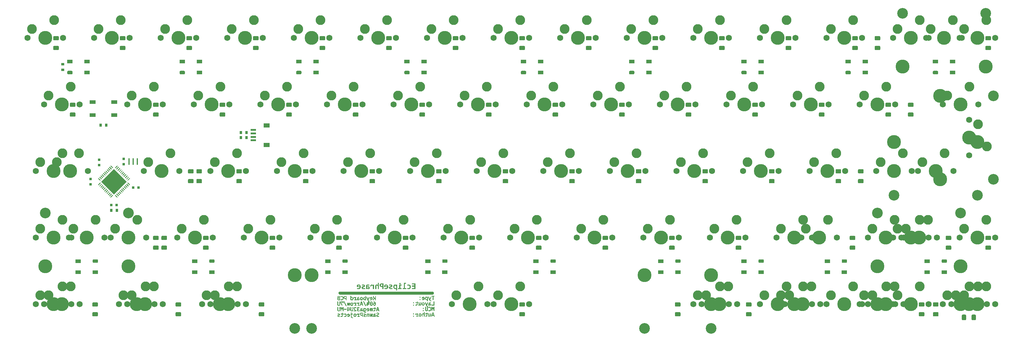
<source format=gbr>
%TF.GenerationSoftware,KiCad,Pcbnew,(5.1.11)-1*%
%TF.CreationDate,2022-08-27T18:46:52+07:00*%
%TF.ProjectId,Eclipse60,45636c69-7073-4653-9630-2e6b69636164,rev?*%
%TF.SameCoordinates,Original*%
%TF.FileFunction,Soldermask,Bot*%
%TF.FilePolarity,Negative*%
%FSLAX46Y46*%
G04 Gerber Fmt 4.6, Leading zero omitted, Abs format (unit mm)*
G04 Created by KiCad (PCBNEW (5.1.11)-1) date 2022-08-27 18:46:52*
%MOMM*%
%LPD*%
G01*
G04 APERTURE LIST*
%ADD10C,0.010000*%
%ADD11C,3.048000*%
%ADD12C,3.987800*%
%ADD13C,2.800000*%
%ADD14C,1.750000*%
%ADD15R,0.950000X0.800000*%
%ADD16R,1.800000X1.100000*%
%ADD17R,0.800000X0.950000*%
%ADD18R,1.500000X1.000000*%
%ADD19C,0.100000*%
%ADD20R,1.800000X1.200000*%
%ADD21R,1.550000X0.600000*%
%ADD22R,0.400000X1.900000*%
%ADD23R,0.750000X0.800000*%
%ADD24R,0.800000X0.750000*%
G04 APERTURE END LIST*
D10*
%TO.C,G\u002A\u002A\u002A*%
G36*
X131289399Y-114077955D02*
G01*
X131273375Y-114141625D01*
X131297241Y-114205646D01*
X131352662Y-114236091D01*
X131415372Y-114229094D01*
X131461105Y-114180792D01*
X131464304Y-114172024D01*
X131466544Y-114095304D01*
X131418628Y-114054365D01*
X131348475Y-114051624D01*
X131289399Y-114077955D01*
G37*
X131289399Y-114077955D02*
X131273375Y-114141625D01*
X131297241Y-114205646D01*
X131352662Y-114236091D01*
X131415372Y-114229094D01*
X131461105Y-114180792D01*
X131464304Y-114172024D01*
X131466544Y-114095304D01*
X131418628Y-114054365D01*
X131348475Y-114051624D01*
X131289399Y-114077955D01*
G36*
X139444571Y-108287311D02*
G01*
X139438046Y-108294187D01*
X139390247Y-108378125D01*
X139405479Y-108456616D01*
X139443563Y-108501079D01*
X139533473Y-108548603D01*
X139621877Y-108536969D01*
X139690045Y-108474250D01*
X139723639Y-108412108D01*
X139718205Y-108363248D01*
X139690045Y-108315500D01*
X139616365Y-108250715D01*
X139528178Y-108240781D01*
X139444571Y-108287311D01*
G37*
X139444571Y-108287311D02*
X139438046Y-108294187D01*
X139390247Y-108378125D01*
X139405479Y-108456616D01*
X139443563Y-108501079D01*
X139533473Y-108548603D01*
X139621877Y-108536969D01*
X139690045Y-108474250D01*
X139723639Y-108412108D01*
X139718205Y-108363248D01*
X139690045Y-108315500D01*
X139616365Y-108250715D01*
X139528178Y-108240781D01*
X139444571Y-108287311D01*
G36*
X131339543Y-108717947D02*
G01*
X131233764Y-108801603D01*
X131161034Y-108928290D01*
X131130822Y-109092935D01*
X131130500Y-109113218D01*
X131159958Y-109146324D01*
X131241625Y-109156875D01*
X131316775Y-109150944D01*
X131347540Y-109124257D01*
X131352750Y-109077500D01*
X131376084Y-108994626D01*
X131432979Y-108919525D01*
X131503775Y-108875155D01*
X131529463Y-108871125D01*
X131626895Y-108897248D01*
X131743115Y-108970664D01*
X131805188Y-109023819D01*
X131841632Y-109060008D01*
X131866195Y-109096507D01*
X131881220Y-109145991D01*
X131889051Y-109221137D01*
X131892030Y-109334622D01*
X131892500Y-109496190D01*
X131892500Y-109887125D01*
X132114750Y-109887125D01*
X132114750Y-108712375D01*
X132019500Y-108712375D01*
X131951428Y-108720917D01*
X131926525Y-108757232D01*
X131924250Y-108791750D01*
X131918707Y-108851481D01*
X131908101Y-108871125D01*
X131875329Y-108854049D01*
X131809189Y-108810374D01*
X131760462Y-108775875D01*
X131612362Y-108700011D01*
X131468899Y-108682393D01*
X131339543Y-108717947D01*
G37*
X131339543Y-108717947D02*
X131233764Y-108801603D01*
X131161034Y-108928290D01*
X131130822Y-109092935D01*
X131130500Y-109113218D01*
X131159958Y-109146324D01*
X131241625Y-109156875D01*
X131316775Y-109150944D01*
X131347540Y-109124257D01*
X131352750Y-109077500D01*
X131376084Y-108994626D01*
X131432979Y-108919525D01*
X131503775Y-108875155D01*
X131529463Y-108871125D01*
X131626895Y-108897248D01*
X131743115Y-108970664D01*
X131805188Y-109023819D01*
X131841632Y-109060008D01*
X131866195Y-109096507D01*
X131881220Y-109145991D01*
X131889051Y-109221137D01*
X131892030Y-109334622D01*
X131892500Y-109496190D01*
X131892500Y-109887125D01*
X132114750Y-109887125D01*
X132114750Y-108712375D01*
X132019500Y-108712375D01*
X131951428Y-108720917D01*
X131926525Y-108757232D01*
X131924250Y-108791750D01*
X131918707Y-108851481D01*
X131908101Y-108871125D01*
X131875329Y-108854049D01*
X131809189Y-108810374D01*
X131760462Y-108775875D01*
X131612362Y-108700011D01*
X131468899Y-108682393D01*
X131339543Y-108717947D01*
G36*
X133289500Y-108882193D02*
G01*
X133218063Y-108817127D01*
X133071221Y-108717463D01*
X132919310Y-108679977D01*
X132765245Y-108705261D01*
X132732988Y-108718556D01*
X132667431Y-108757996D01*
X132618296Y-108814371D01*
X132582989Y-108896775D01*
X132558917Y-109014302D01*
X132543488Y-109176047D01*
X132534107Y-109391103D01*
X132533322Y-109418812D01*
X132520579Y-109887125D01*
X132745066Y-109887125D01*
X132755346Y-109424122D01*
X132760112Y-109241723D01*
X132766000Y-109112261D01*
X132774536Y-109025174D01*
X132787250Y-108969901D01*
X132805668Y-108935879D01*
X132829125Y-108914151D01*
X132923678Y-108880902D01*
X133033186Y-108902003D01*
X133145906Y-108974189D01*
X133186313Y-109013448D01*
X133289500Y-109124192D01*
X133289500Y-109887125D01*
X133480000Y-109887125D01*
X133480000Y-108236125D01*
X133289500Y-108236125D01*
X133289500Y-108882193D01*
G37*
X133289500Y-108882193D02*
X133218063Y-108817127D01*
X133071221Y-108717463D01*
X132919310Y-108679977D01*
X132765245Y-108705261D01*
X132732988Y-108718556D01*
X132667431Y-108757996D01*
X132618296Y-108814371D01*
X132582989Y-108896775D01*
X132558917Y-109014302D01*
X132543488Y-109176047D01*
X132534107Y-109391103D01*
X132533322Y-109418812D01*
X132520579Y-109887125D01*
X132745066Y-109887125D01*
X132755346Y-109424122D01*
X132760112Y-109241723D01*
X132766000Y-109112261D01*
X132774536Y-109025174D01*
X132787250Y-108969901D01*
X132805668Y-108935879D01*
X132829125Y-108914151D01*
X132923678Y-108880902D01*
X133033186Y-108902003D01*
X133145906Y-108974189D01*
X133186313Y-109013448D01*
X133289500Y-109124192D01*
X133289500Y-109887125D01*
X133480000Y-109887125D01*
X133480000Y-108236125D01*
X133289500Y-108236125D01*
X133289500Y-108882193D01*
G36*
X134283212Y-108369364D02*
G01*
X134136200Y-108390964D01*
X134024421Y-108432245D01*
X133934222Y-108497531D01*
X133883331Y-108551743D01*
X133828232Y-108632058D01*
X133802849Y-108719156D01*
X133797500Y-108821240D01*
X133825677Y-108998766D01*
X133906019Y-109145770D01*
X134032243Y-109256554D01*
X134198069Y-109325420D01*
X134376938Y-109346852D01*
X134559500Y-109347375D01*
X134559500Y-109887125D01*
X134781750Y-109887125D01*
X134781750Y-109156875D01*
X134559500Y-109156875D01*
X134431481Y-109156875D01*
X134316098Y-109144911D01*
X134205438Y-109115728D01*
X134195911Y-109111937D01*
X134090615Y-109045323D01*
X134034405Y-108948156D01*
X134019750Y-108827357D01*
X134042659Y-108699686D01*
X134113394Y-108608922D01*
X134234970Y-108552449D01*
X134361423Y-108531016D01*
X134559500Y-108513055D01*
X134559500Y-109156875D01*
X134781750Y-109156875D01*
X134781750Y-108363125D01*
X134479106Y-108363124D01*
X134283212Y-108369364D01*
G37*
X134283212Y-108369364D02*
X134136200Y-108390964D01*
X134024421Y-108432245D01*
X133934222Y-108497531D01*
X133883331Y-108551743D01*
X133828232Y-108632058D01*
X133802849Y-108719156D01*
X133797500Y-108821240D01*
X133825677Y-108998766D01*
X133906019Y-109145770D01*
X134032243Y-109256554D01*
X134198069Y-109325420D01*
X134376938Y-109346852D01*
X134559500Y-109347375D01*
X134559500Y-109887125D01*
X134781750Y-109887125D01*
X134781750Y-109156875D01*
X134559500Y-109156875D01*
X134431481Y-109156875D01*
X134316098Y-109144911D01*
X134205438Y-109115728D01*
X134195911Y-109111937D01*
X134090615Y-109045323D01*
X134034405Y-108948156D01*
X134019750Y-108827357D01*
X134042659Y-108699686D01*
X134113394Y-108608922D01*
X134234970Y-108552449D01*
X134361423Y-108531016D01*
X134559500Y-108513055D01*
X134559500Y-109156875D01*
X134781750Y-109156875D01*
X134781750Y-108363125D01*
X134479106Y-108363124D01*
X134283212Y-108369364D01*
G36*
X139417250Y-109728375D02*
G01*
X139242625Y-109728375D01*
X139142614Y-109730435D01*
X139090539Y-109741325D01*
X139070861Y-109768108D01*
X139068000Y-109807750D01*
X139068000Y-109887125D01*
X140020500Y-109887125D01*
X140020500Y-109807750D01*
X140016467Y-109763759D01*
X139994426Y-109740008D01*
X139939466Y-109730285D01*
X139836678Y-109728376D01*
X139830000Y-109728375D01*
X139639500Y-109728375D01*
X139639500Y-108871125D01*
X139814125Y-108871125D01*
X139914137Y-108869064D01*
X139966212Y-108858174D01*
X139985890Y-108831391D01*
X139988750Y-108791750D01*
X139986475Y-108754175D01*
X139971503Y-108730845D01*
X139931614Y-108718365D01*
X139854590Y-108713341D01*
X139728209Y-108712378D01*
X139703000Y-108712375D01*
X139417250Y-108712375D01*
X139417250Y-109728375D01*
G37*
X139417250Y-109728375D02*
X139242625Y-109728375D01*
X139142614Y-109730435D01*
X139090539Y-109741325D01*
X139070861Y-109768108D01*
X139068000Y-109807750D01*
X139068000Y-109887125D01*
X140020500Y-109887125D01*
X140020500Y-109807750D01*
X140016467Y-109763759D01*
X139994426Y-109740008D01*
X139939466Y-109730285D01*
X139836678Y-109728376D01*
X139830000Y-109728375D01*
X139639500Y-109728375D01*
X139639500Y-108871125D01*
X139814125Y-108871125D01*
X139914137Y-108869064D01*
X139966212Y-108858174D01*
X139985890Y-108831391D01*
X139988750Y-108791750D01*
X139986475Y-108754175D01*
X139971503Y-108730845D01*
X139931614Y-108718365D01*
X139854590Y-108713341D01*
X139728209Y-108712378D01*
X139703000Y-108712375D01*
X139417250Y-108712375D01*
X139417250Y-109728375D01*
G36*
X140719000Y-109728375D02*
G01*
X140544375Y-109728375D01*
X140444364Y-109730435D01*
X140392289Y-109741325D01*
X140372611Y-109768108D01*
X140369750Y-109807750D01*
X140369750Y-109887125D01*
X141322250Y-109887125D01*
X141322250Y-109807750D01*
X141318217Y-109763759D01*
X141296176Y-109740008D01*
X141241216Y-109730285D01*
X141138428Y-109728376D01*
X141131750Y-109728375D01*
X140941250Y-109728375D01*
X140941250Y-108394875D01*
X141115875Y-108394875D01*
X141215887Y-108392814D01*
X141267962Y-108381924D01*
X141287640Y-108355141D01*
X141290500Y-108315500D01*
X141288225Y-108277925D01*
X141273253Y-108254595D01*
X141233364Y-108242115D01*
X141156340Y-108237091D01*
X141029959Y-108236128D01*
X141004750Y-108236125D01*
X140719000Y-108236125D01*
X140719000Y-109728375D01*
G37*
X140719000Y-109728375D02*
X140544375Y-109728375D01*
X140444364Y-109730435D01*
X140392289Y-109741325D01*
X140372611Y-109768108D01*
X140369750Y-109807750D01*
X140369750Y-109887125D01*
X141322250Y-109887125D01*
X141322250Y-109807750D01*
X141318217Y-109763759D01*
X141296176Y-109740008D01*
X141241216Y-109730285D01*
X141138428Y-109728376D01*
X141131750Y-109728375D01*
X140941250Y-109728375D01*
X140941250Y-108394875D01*
X141115875Y-108394875D01*
X141215887Y-108392814D01*
X141267962Y-108381924D01*
X141287640Y-108355141D01*
X141290500Y-108315500D01*
X141288225Y-108277925D01*
X141273253Y-108254595D01*
X141233364Y-108242115D01*
X141156340Y-108237091D01*
X141029959Y-108236128D01*
X141004750Y-108236125D01*
X140719000Y-108236125D01*
X140719000Y-109728375D01*
G36*
X143036750Y-108553625D02*
G01*
X143703500Y-108553625D01*
X143703500Y-108998125D01*
X143068500Y-108998125D01*
X143068500Y-109188625D01*
X143703500Y-109188625D01*
X143703500Y-109696625D01*
X143036750Y-109696625D01*
X143036750Y-109887125D01*
X143925750Y-109887125D01*
X143925750Y-108363125D01*
X143036750Y-108363125D01*
X143036750Y-108553625D01*
G37*
X143036750Y-108553625D02*
X143703500Y-108553625D01*
X143703500Y-108998125D01*
X143068500Y-108998125D01*
X143068500Y-109188625D01*
X143703500Y-109188625D01*
X143703500Y-109696625D01*
X143036750Y-109696625D01*
X143036750Y-109887125D01*
X143925750Y-109887125D01*
X143925750Y-108363125D01*
X143036750Y-108363125D01*
X143036750Y-108553625D01*
G36*
X127530884Y-108728404D02*
G01*
X127510505Y-108738536D01*
X127404257Y-108825852D01*
X127319793Y-108955422D01*
X127268001Y-109106946D01*
X127257000Y-109211227D01*
X127257000Y-109347375D01*
X127669750Y-109347375D01*
X127847317Y-109347984D01*
X127969241Y-109352797D01*
X128043380Y-109366285D01*
X128077591Y-109392922D01*
X128079730Y-109437182D01*
X128057656Y-109503538D01*
X128036018Y-109555912D01*
X127958302Y-109665330D01*
X127836437Y-109730727D01*
X127673064Y-109751015D01*
X127579443Y-109744257D01*
X127473998Y-109729048D01*
X127390835Y-109713439D01*
X127360618Y-109705225D01*
X127329388Y-109708430D01*
X127324085Y-109759771D01*
X127325908Y-109778314D01*
X127343178Y-109837102D01*
X127385748Y-109876512D01*
X127463972Y-109900329D01*
X127588209Y-109912343D01*
X127701500Y-109915660D01*
X127889993Y-109903206D01*
X128018368Y-109863263D01*
X128148217Y-109763934D01*
X128240740Y-109620379D01*
X128292081Y-109442331D01*
X128298386Y-109239527D01*
X128290884Y-109175076D01*
X128282931Y-109148937D01*
X128082382Y-109148937D01*
X128062668Y-109168897D01*
X127998579Y-109181476D01*
X127882906Y-109187625D01*
X127780875Y-109188625D01*
X127641115Y-109187978D01*
X127552967Y-109184064D01*
X127504542Y-109173923D01*
X127483953Y-109154597D01*
X127479312Y-109123124D01*
X127479250Y-109113531D01*
X127507837Y-109009150D01*
X127581854Y-108922778D01*
X127683684Y-108864840D01*
X127795713Y-108845760D01*
X127890356Y-108870245D01*
X127952875Y-108922844D01*
X128016987Y-109004208D01*
X128065713Y-109089693D01*
X128082382Y-109148937D01*
X128282931Y-109148937D01*
X128237301Y-108998981D01*
X128140642Y-108855802D01*
X128011289Y-108751348D01*
X127859624Y-108691425D01*
X127696028Y-108681841D01*
X127530884Y-108728404D01*
G37*
X127530884Y-108728404D02*
X127510505Y-108738536D01*
X127404257Y-108825852D01*
X127319793Y-108955422D01*
X127268001Y-109106946D01*
X127257000Y-109211227D01*
X127257000Y-109347375D01*
X127669750Y-109347375D01*
X127847317Y-109347984D01*
X127969241Y-109352797D01*
X128043380Y-109366285D01*
X128077591Y-109392922D01*
X128079730Y-109437182D01*
X128057656Y-109503538D01*
X128036018Y-109555912D01*
X127958302Y-109665330D01*
X127836437Y-109730727D01*
X127673064Y-109751015D01*
X127579443Y-109744257D01*
X127473998Y-109729048D01*
X127390835Y-109713439D01*
X127360618Y-109705225D01*
X127329388Y-109708430D01*
X127324085Y-109759771D01*
X127325908Y-109778314D01*
X127343178Y-109837102D01*
X127385748Y-109876512D01*
X127463972Y-109900329D01*
X127588209Y-109912343D01*
X127701500Y-109915660D01*
X127889993Y-109903206D01*
X128018368Y-109863263D01*
X128148217Y-109763934D01*
X128240740Y-109620379D01*
X128292081Y-109442331D01*
X128298386Y-109239527D01*
X128290884Y-109175076D01*
X128282931Y-109148937D01*
X128082382Y-109148937D01*
X128062668Y-109168897D01*
X127998579Y-109181476D01*
X127882906Y-109187625D01*
X127780875Y-109188625D01*
X127641115Y-109187978D01*
X127552967Y-109184064D01*
X127504542Y-109173923D01*
X127483953Y-109154597D01*
X127479312Y-109123124D01*
X127479250Y-109113531D01*
X127507837Y-109009150D01*
X127581854Y-108922778D01*
X127683684Y-108864840D01*
X127795713Y-108845760D01*
X127890356Y-108870245D01*
X127952875Y-108922844D01*
X128016987Y-109004208D01*
X128065713Y-109089693D01*
X128082382Y-109148937D01*
X128282931Y-109148937D01*
X128237301Y-108998981D01*
X128140642Y-108855802D01*
X128011289Y-108751348D01*
X127859624Y-108691425D01*
X127696028Y-108681841D01*
X127530884Y-108728404D01*
G36*
X128685750Y-108874970D02*
G01*
X128900063Y-108855807D01*
X129068557Y-108850972D01*
X129183573Y-108873079D01*
X129250074Y-108924231D01*
X129273022Y-109006530D01*
X129273125Y-109013873D01*
X129271723Y-109053958D01*
X129261160Y-109084869D01*
X129231905Y-109112488D01*
X129174426Y-109142696D01*
X129079191Y-109181375D01*
X128936668Y-109234408D01*
X128885056Y-109253340D01*
X128743858Y-109330407D01*
X128654967Y-109431661D01*
X128618756Y-109546139D01*
X128635601Y-109662880D01*
X128705875Y-109770923D01*
X128829952Y-109859304D01*
X128863852Y-109874748D01*
X128942018Y-109893852D01*
X129059796Y-109907728D01*
X129196227Y-109915618D01*
X129330351Y-109916766D01*
X129441211Y-109910414D01*
X129503313Y-109897847D01*
X129531477Y-109857941D01*
X129543000Y-109785787D01*
X129537125Y-109719981D01*
X129508765Y-109701715D01*
X129464432Y-109709460D01*
X129388907Y-109723425D01*
X129279297Y-109738119D01*
X129202494Y-109746222D01*
X129037245Y-109746607D01*
X128924187Y-109711854D01*
X128862345Y-109641542D01*
X128850504Y-109594517D01*
X128854360Y-109540223D01*
X128886159Y-109494619D01*
X128955030Y-109451445D01*
X129070103Y-109404443D01*
X129184876Y-109365311D01*
X129343809Y-109291327D01*
X129450421Y-109193314D01*
X129501602Y-109076728D01*
X129494242Y-108947026D01*
X129465024Y-108873829D01*
X129391448Y-108782758D01*
X129277035Y-108721853D01*
X129115340Y-108688729D01*
X128942890Y-108680625D01*
X128685750Y-108680625D01*
X128685750Y-108874970D01*
G37*
X128685750Y-108874970D02*
X128900063Y-108855807D01*
X129068557Y-108850972D01*
X129183573Y-108873079D01*
X129250074Y-108924231D01*
X129273022Y-109006530D01*
X129273125Y-109013873D01*
X129271723Y-109053958D01*
X129261160Y-109084869D01*
X129231905Y-109112488D01*
X129174426Y-109142696D01*
X129079191Y-109181375D01*
X128936668Y-109234408D01*
X128885056Y-109253340D01*
X128743858Y-109330407D01*
X128654967Y-109431661D01*
X128618756Y-109546139D01*
X128635601Y-109662880D01*
X128705875Y-109770923D01*
X128829952Y-109859304D01*
X128863852Y-109874748D01*
X128942018Y-109893852D01*
X129059796Y-109907728D01*
X129196227Y-109915618D01*
X129330351Y-109916766D01*
X129441211Y-109910414D01*
X129503313Y-109897847D01*
X129531477Y-109857941D01*
X129543000Y-109785787D01*
X129537125Y-109719981D01*
X129508765Y-109701715D01*
X129464432Y-109709460D01*
X129388907Y-109723425D01*
X129279297Y-109738119D01*
X129202494Y-109746222D01*
X129037245Y-109746607D01*
X128924187Y-109711854D01*
X128862345Y-109641542D01*
X128850504Y-109594517D01*
X128854360Y-109540223D01*
X128886159Y-109494619D01*
X128955030Y-109451445D01*
X129070103Y-109404443D01*
X129184876Y-109365311D01*
X129343809Y-109291327D01*
X129450421Y-109193314D01*
X129501602Y-109076728D01*
X129494242Y-108947026D01*
X129465024Y-108873829D01*
X129391448Y-108782758D01*
X129277035Y-108721853D01*
X129115340Y-108688729D01*
X128942890Y-108680625D01*
X128685750Y-108680625D01*
X128685750Y-108874970D01*
G36*
X130292179Y-108690221D02*
G01*
X130173756Y-108708174D01*
X130114851Y-108728068D01*
X130046529Y-108767818D01*
X129996711Y-108812642D01*
X129962507Y-108872743D01*
X129941030Y-108958323D01*
X129929390Y-109079586D01*
X129924698Y-109246733D01*
X129924000Y-109402064D01*
X129924000Y-109887125D01*
X130019250Y-109887125D01*
X130088625Y-109877423D01*
X130113293Y-109840569D01*
X130114500Y-109821463D01*
X130117215Y-109780950D01*
X130135434Y-109775373D01*
X130184268Y-109805596D01*
X130214779Y-109827205D01*
X130332607Y-109882565D01*
X130475178Y-109909431D01*
X130616195Y-109905534D01*
X130724890Y-109871206D01*
X130820610Y-109792575D01*
X130867984Y-109685225D01*
X130876500Y-109589081D01*
X130867927Y-109538002D01*
X130652895Y-109538002D01*
X130641787Y-109637420D01*
X130601100Y-109713489D01*
X130522397Y-109750296D01*
X130415298Y-109743667D01*
X130295128Y-109696219D01*
X130222674Y-109648901D01*
X130148622Y-109579736D01*
X130118143Y-109508289D01*
X130114500Y-109456884D01*
X130114500Y-109347375D01*
X130271184Y-109347375D01*
X130417860Y-109358982D01*
X130538606Y-109390630D01*
X130617208Y-109437556D01*
X130629306Y-109452548D01*
X130652895Y-109538002D01*
X130867927Y-109538002D01*
X130850664Y-109435154D01*
X130773338Y-109318206D01*
X130644797Y-109238437D01*
X130465316Y-109196047D01*
X130326726Y-109188625D01*
X130212918Y-109186651D01*
X130148790Y-109178074D01*
X130120576Y-109158908D01*
X130114500Y-109127191D01*
X130138034Y-109004869D01*
X130201075Y-108909076D01*
X130264744Y-108867462D01*
X130355757Y-108852967D01*
X130480832Y-108858826D01*
X130614886Y-108882277D01*
X130728020Y-108918468D01*
X130766369Y-108926978D01*
X130778913Y-108897438D01*
X130775645Y-108836976D01*
X130755355Y-108755703D01*
X130705747Y-108715304D01*
X130686000Y-108708850D01*
X130571789Y-108689768D01*
X130432686Y-108683822D01*
X130292179Y-108690221D01*
G37*
X130292179Y-108690221D02*
X130173756Y-108708174D01*
X130114851Y-108728068D01*
X130046529Y-108767818D01*
X129996711Y-108812642D01*
X129962507Y-108872743D01*
X129941030Y-108958323D01*
X129929390Y-109079586D01*
X129924698Y-109246733D01*
X129924000Y-109402064D01*
X129924000Y-109887125D01*
X130019250Y-109887125D01*
X130088625Y-109877423D01*
X130113293Y-109840569D01*
X130114500Y-109821463D01*
X130117215Y-109780950D01*
X130135434Y-109775373D01*
X130184268Y-109805596D01*
X130214779Y-109827205D01*
X130332607Y-109882565D01*
X130475178Y-109909431D01*
X130616195Y-109905534D01*
X130724890Y-109871206D01*
X130820610Y-109792575D01*
X130867984Y-109685225D01*
X130876500Y-109589081D01*
X130867927Y-109538002D01*
X130652895Y-109538002D01*
X130641787Y-109637420D01*
X130601100Y-109713489D01*
X130522397Y-109750296D01*
X130415298Y-109743667D01*
X130295128Y-109696219D01*
X130222674Y-109648901D01*
X130148622Y-109579736D01*
X130118143Y-109508289D01*
X130114500Y-109456884D01*
X130114500Y-109347375D01*
X130271184Y-109347375D01*
X130417860Y-109358982D01*
X130538606Y-109390630D01*
X130617208Y-109437556D01*
X130629306Y-109452548D01*
X130652895Y-109538002D01*
X130867927Y-109538002D01*
X130850664Y-109435154D01*
X130773338Y-109318206D01*
X130644797Y-109238437D01*
X130465316Y-109196047D01*
X130326726Y-109188625D01*
X130212918Y-109186651D01*
X130148790Y-109178074D01*
X130120576Y-109158908D01*
X130114500Y-109127191D01*
X130138034Y-109004869D01*
X130201075Y-108909076D01*
X130264744Y-108867462D01*
X130355757Y-108852967D01*
X130480832Y-108858826D01*
X130614886Y-108882277D01*
X130728020Y-108918468D01*
X130766369Y-108926978D01*
X130778913Y-108897438D01*
X130775645Y-108836976D01*
X130755355Y-108755703D01*
X130705747Y-108715304D01*
X130686000Y-108708850D01*
X130571789Y-108689768D01*
X130432686Y-108683822D01*
X130292179Y-108690221D01*
G36*
X135373134Y-108728404D02*
G01*
X135352755Y-108738536D01*
X135246507Y-108825852D01*
X135162043Y-108955422D01*
X135110251Y-109106946D01*
X135099250Y-109211227D01*
X135099250Y-109347375D01*
X135512000Y-109347375D01*
X135689567Y-109347984D01*
X135811491Y-109352797D01*
X135885630Y-109366285D01*
X135919841Y-109392922D01*
X135921980Y-109437182D01*
X135899906Y-109503538D01*
X135878268Y-109555912D01*
X135800552Y-109665330D01*
X135678687Y-109730727D01*
X135515314Y-109751015D01*
X135421693Y-109744257D01*
X135316248Y-109729048D01*
X135233085Y-109713439D01*
X135202868Y-109705225D01*
X135171638Y-109708430D01*
X135166335Y-109759771D01*
X135168158Y-109778314D01*
X135185428Y-109837102D01*
X135227998Y-109876512D01*
X135306222Y-109900329D01*
X135430459Y-109912343D01*
X135543750Y-109915660D01*
X135732243Y-109903206D01*
X135860618Y-109863263D01*
X135990467Y-109763934D01*
X136082990Y-109620379D01*
X136134331Y-109442331D01*
X136140636Y-109239527D01*
X136133134Y-109175076D01*
X136125181Y-109148937D01*
X135924632Y-109148937D01*
X135904918Y-109168897D01*
X135840829Y-109181476D01*
X135725156Y-109187625D01*
X135623125Y-109188625D01*
X135483365Y-109187978D01*
X135395217Y-109184064D01*
X135346792Y-109173923D01*
X135326203Y-109154597D01*
X135321562Y-109123124D01*
X135321500Y-109113531D01*
X135350087Y-109009150D01*
X135424104Y-108922778D01*
X135525934Y-108864840D01*
X135637963Y-108845760D01*
X135732606Y-108870245D01*
X135795125Y-108922844D01*
X135859237Y-109004208D01*
X135907963Y-109089693D01*
X135924632Y-109148937D01*
X136125181Y-109148937D01*
X136079551Y-108998981D01*
X135982892Y-108855802D01*
X135853539Y-108751348D01*
X135701874Y-108691425D01*
X135538278Y-108681841D01*
X135373134Y-108728404D01*
G37*
X135373134Y-108728404D02*
X135352755Y-108738536D01*
X135246507Y-108825852D01*
X135162043Y-108955422D01*
X135110251Y-109106946D01*
X135099250Y-109211227D01*
X135099250Y-109347375D01*
X135512000Y-109347375D01*
X135689567Y-109347984D01*
X135811491Y-109352797D01*
X135885630Y-109366285D01*
X135919841Y-109392922D01*
X135921980Y-109437182D01*
X135899906Y-109503538D01*
X135878268Y-109555912D01*
X135800552Y-109665330D01*
X135678687Y-109730727D01*
X135515314Y-109751015D01*
X135421693Y-109744257D01*
X135316248Y-109729048D01*
X135233085Y-109713439D01*
X135202868Y-109705225D01*
X135171638Y-109708430D01*
X135166335Y-109759771D01*
X135168158Y-109778314D01*
X135185428Y-109837102D01*
X135227998Y-109876512D01*
X135306222Y-109900329D01*
X135430459Y-109912343D01*
X135543750Y-109915660D01*
X135732243Y-109903206D01*
X135860618Y-109863263D01*
X135990467Y-109763934D01*
X136082990Y-109620379D01*
X136134331Y-109442331D01*
X136140636Y-109239527D01*
X136133134Y-109175076D01*
X136125181Y-109148937D01*
X135924632Y-109148937D01*
X135904918Y-109168897D01*
X135840829Y-109181476D01*
X135725156Y-109187625D01*
X135623125Y-109188625D01*
X135483365Y-109187978D01*
X135395217Y-109184064D01*
X135346792Y-109173923D01*
X135326203Y-109154597D01*
X135321562Y-109123124D01*
X135321500Y-109113531D01*
X135350087Y-109009150D01*
X135424104Y-108922778D01*
X135525934Y-108864840D01*
X135637963Y-108845760D01*
X135732606Y-108870245D01*
X135795125Y-108922844D01*
X135859237Y-109004208D01*
X135907963Y-109089693D01*
X135924632Y-109148937D01*
X136125181Y-109148937D01*
X136079551Y-108998981D01*
X135982892Y-108855802D01*
X135853539Y-108751348D01*
X135701874Y-108691425D01*
X135538278Y-108681841D01*
X135373134Y-108728404D01*
G36*
X136528000Y-108874970D02*
G01*
X136742313Y-108855807D01*
X136910807Y-108850972D01*
X137025823Y-108873079D01*
X137092324Y-108924231D01*
X137115272Y-109006530D01*
X137115375Y-109013873D01*
X137113973Y-109053958D01*
X137103410Y-109084869D01*
X137074155Y-109112488D01*
X137016676Y-109142696D01*
X136921441Y-109181375D01*
X136778918Y-109234408D01*
X136727306Y-109253340D01*
X136586108Y-109330407D01*
X136497217Y-109431661D01*
X136461006Y-109546139D01*
X136477851Y-109662880D01*
X136548125Y-109770923D01*
X136672202Y-109859304D01*
X136706102Y-109874748D01*
X136784268Y-109893852D01*
X136902046Y-109907728D01*
X137038477Y-109915618D01*
X137172601Y-109916766D01*
X137283461Y-109910414D01*
X137345563Y-109897847D01*
X137373727Y-109857941D01*
X137385250Y-109785787D01*
X137379375Y-109719981D01*
X137351015Y-109701715D01*
X137306682Y-109709460D01*
X137231157Y-109723425D01*
X137121547Y-109738119D01*
X137044744Y-109746222D01*
X136879495Y-109746607D01*
X136766437Y-109711854D01*
X136704595Y-109641542D01*
X136692754Y-109594517D01*
X136696610Y-109540223D01*
X136728409Y-109494619D01*
X136797280Y-109451445D01*
X136912353Y-109404443D01*
X137027126Y-109365311D01*
X137186059Y-109291327D01*
X137292671Y-109193314D01*
X137343852Y-109076728D01*
X137336492Y-108947026D01*
X137307274Y-108873829D01*
X137233698Y-108782758D01*
X137119285Y-108721853D01*
X136957590Y-108688729D01*
X136785140Y-108680625D01*
X136528000Y-108680625D01*
X136528000Y-108874970D01*
G37*
X136528000Y-108874970D02*
X136742313Y-108855807D01*
X136910807Y-108850972D01*
X137025823Y-108873079D01*
X137092324Y-108924231D01*
X137115272Y-109006530D01*
X137115375Y-109013873D01*
X137113973Y-109053958D01*
X137103410Y-109084869D01*
X137074155Y-109112488D01*
X137016676Y-109142696D01*
X136921441Y-109181375D01*
X136778918Y-109234408D01*
X136727306Y-109253340D01*
X136586108Y-109330407D01*
X136497217Y-109431661D01*
X136461006Y-109546139D01*
X136477851Y-109662880D01*
X136548125Y-109770923D01*
X136672202Y-109859304D01*
X136706102Y-109874748D01*
X136784268Y-109893852D01*
X136902046Y-109907728D01*
X137038477Y-109915618D01*
X137172601Y-109916766D01*
X137283461Y-109910414D01*
X137345563Y-109897847D01*
X137373727Y-109857941D01*
X137385250Y-109785787D01*
X137379375Y-109719981D01*
X137351015Y-109701715D01*
X137306682Y-109709460D01*
X137231157Y-109723425D01*
X137121547Y-109738119D01*
X137044744Y-109746222D01*
X136879495Y-109746607D01*
X136766437Y-109711854D01*
X136704595Y-109641542D01*
X136692754Y-109594517D01*
X136696610Y-109540223D01*
X136728409Y-109494619D01*
X136797280Y-109451445D01*
X136912353Y-109404443D01*
X137027126Y-109365311D01*
X137186059Y-109291327D01*
X137292671Y-109193314D01*
X137343852Y-109076728D01*
X137336492Y-108947026D01*
X137307274Y-108873829D01*
X137233698Y-108782758D01*
X137119285Y-108721853D01*
X136957590Y-108688729D01*
X136785140Y-108680625D01*
X136528000Y-108680625D01*
X136528000Y-108874970D01*
G36*
X141854224Y-108684370D02*
G01*
X141767671Y-108699008D01*
X141721560Y-108729645D01*
X141704497Y-108781383D01*
X141703250Y-108810228D01*
X141708236Y-108870958D01*
X141735965Y-108889489D01*
X141805600Y-108878455D01*
X141806438Y-108878268D01*
X141990304Y-108852736D01*
X142134909Y-108869425D01*
X142249808Y-108929946D01*
X142281360Y-108958330D01*
X142339359Y-109024365D01*
X142372338Y-109091402D01*
X142389296Y-109183370D01*
X142395630Y-109262080D01*
X142391138Y-109443843D01*
X142349255Y-109578795D01*
X142266984Y-109673507D01*
X142187668Y-109717766D01*
X142063366Y-109745364D01*
X141913566Y-109743978D01*
X141768864Y-109714388D01*
X141746816Y-109706548D01*
X141714457Y-109714237D01*
X141703337Y-109775700D01*
X141703250Y-109785081D01*
X141719600Y-109865142D01*
X141753472Y-109899603D01*
X141832356Y-109913964D01*
X141950334Y-109918201D01*
X142083991Y-109913365D01*
X142209914Y-109900507D01*
X142304688Y-109880678D01*
X142322375Y-109874055D01*
X142463983Y-109782408D01*
X142559936Y-109651764D01*
X142612229Y-109478426D01*
X142624000Y-109315624D01*
X142612591Y-109141552D01*
X142573872Y-109007443D01*
X142501110Y-108893188D01*
X142471168Y-108859277D01*
X142344743Y-108757329D01*
X142191543Y-108699431D01*
X141998324Y-108680636D01*
X141992617Y-108680624D01*
X141854224Y-108684370D01*
G37*
X141854224Y-108684370D02*
X141767671Y-108699008D01*
X141721560Y-108729645D01*
X141704497Y-108781383D01*
X141703250Y-108810228D01*
X141708236Y-108870958D01*
X141735965Y-108889489D01*
X141805600Y-108878455D01*
X141806438Y-108878268D01*
X141990304Y-108852736D01*
X142134909Y-108869425D01*
X142249808Y-108929946D01*
X142281360Y-108958330D01*
X142339359Y-109024365D01*
X142372338Y-109091402D01*
X142389296Y-109183370D01*
X142395630Y-109262080D01*
X142391138Y-109443843D01*
X142349255Y-109578795D01*
X142266984Y-109673507D01*
X142187668Y-109717766D01*
X142063366Y-109745364D01*
X141913566Y-109743978D01*
X141768864Y-109714388D01*
X141746816Y-109706548D01*
X141714457Y-109714237D01*
X141703337Y-109775700D01*
X141703250Y-109785081D01*
X141719600Y-109865142D01*
X141753472Y-109899603D01*
X141832356Y-109913964D01*
X141950334Y-109918201D01*
X142083991Y-109913365D01*
X142209914Y-109900507D01*
X142304688Y-109880678D01*
X142322375Y-109874055D01*
X142463983Y-109782408D01*
X142559936Y-109651764D01*
X142612229Y-109478426D01*
X142624000Y-109315624D01*
X142612591Y-109141552D01*
X142573872Y-109007443D01*
X142501110Y-108893188D01*
X142471168Y-108859277D01*
X142344743Y-108757329D01*
X142191543Y-108699431D01*
X141998324Y-108680636D01*
X141992617Y-108680624D01*
X141854224Y-108684370D01*
G36*
X137981877Y-108708378D02*
G01*
X137870047Y-108790019D01*
X137790768Y-108923120D01*
X137745648Y-109105253D01*
X137735198Y-109269210D01*
X137756301Y-109491198D01*
X137820217Y-109667916D01*
X137925572Y-109797879D01*
X138070993Y-109879605D01*
X138255104Y-109911611D01*
X138329813Y-109910719D01*
X138528250Y-109899990D01*
X138528250Y-110363375D01*
X138718750Y-110363375D01*
X138718750Y-109262632D01*
X138523621Y-109262632D01*
X138522852Y-109389772D01*
X138521568Y-109432061D01*
X138516136Y-109565650D01*
X138507997Y-109649158D01*
X138493189Y-109695989D01*
X138467751Y-109719549D01*
X138433000Y-109731795D01*
X138320836Y-109754320D01*
X138225543Y-109747060D01*
X138151024Y-109724932D01*
X138050143Y-109662405D01*
X137984165Y-109554934D01*
X137951138Y-109398253D01*
X137946335Y-109277369D01*
X137961652Y-109099703D01*
X138006215Y-108975924D01*
X138081520Y-108902804D01*
X138128358Y-108884920D01*
X138228049Y-108889229D01*
X138337394Y-108939684D01*
X138436807Y-109026062D01*
X138463502Y-109059871D01*
X138496658Y-109115058D01*
X138515794Y-109176853D01*
X138523621Y-109262632D01*
X138718750Y-109262632D01*
X138718750Y-108712375D01*
X138623500Y-108712375D01*
X138555704Y-108720630D01*
X138530804Y-108757105D01*
X138528250Y-108797284D01*
X138528250Y-108882193D01*
X138456813Y-108817127D01*
X138331350Y-108726134D01*
X138200854Y-108685357D01*
X138124652Y-108680625D01*
X137981877Y-108708378D01*
G37*
X137981877Y-108708378D02*
X137870047Y-108790019D01*
X137790768Y-108923120D01*
X137745648Y-109105253D01*
X137735198Y-109269210D01*
X137756301Y-109491198D01*
X137820217Y-109667916D01*
X137925572Y-109797879D01*
X138070993Y-109879605D01*
X138255104Y-109911611D01*
X138329813Y-109910719D01*
X138528250Y-109899990D01*
X138528250Y-110363375D01*
X138718750Y-110363375D01*
X138718750Y-109262632D01*
X138523621Y-109262632D01*
X138522852Y-109389772D01*
X138521568Y-109432061D01*
X138516136Y-109565650D01*
X138507997Y-109649158D01*
X138493189Y-109695989D01*
X138467751Y-109719549D01*
X138433000Y-109731795D01*
X138320836Y-109754320D01*
X138225543Y-109747060D01*
X138151024Y-109724932D01*
X138050143Y-109662405D01*
X137984165Y-109554934D01*
X137951138Y-109398253D01*
X137946335Y-109277369D01*
X137961652Y-109099703D01*
X138006215Y-108975924D01*
X138081520Y-108902804D01*
X138128358Y-108884920D01*
X138228049Y-108889229D01*
X138337394Y-108939684D01*
X138436807Y-109026062D01*
X138463502Y-109059871D01*
X138496658Y-109115058D01*
X138515794Y-109176853D01*
X138523621Y-109262632D01*
X138718750Y-109262632D01*
X138718750Y-108712375D01*
X138623500Y-108712375D01*
X138555704Y-108720630D01*
X138530804Y-108757105D01*
X138528250Y-108797284D01*
X138528250Y-108882193D01*
X138456813Y-108817127D01*
X138331350Y-108726134D01*
X138200854Y-108685357D01*
X138124652Y-108680625D01*
X137981877Y-108708378D01*
G36*
X122128705Y-110818070D02*
G01*
X122037523Y-110946987D01*
X122000638Y-111087190D01*
X122016345Y-111225558D01*
X122082938Y-111348966D01*
X122198712Y-111444292D01*
X122210929Y-111450763D01*
X122222068Y-111455334D01*
X122238224Y-111459649D01*
X122261193Y-111463713D01*
X122292772Y-111467535D01*
X122334758Y-111471122D01*
X122388949Y-111474481D01*
X122457140Y-111477619D01*
X122541130Y-111480545D01*
X122642714Y-111483266D01*
X122763689Y-111485788D01*
X122905853Y-111488120D01*
X123071003Y-111490268D01*
X123260934Y-111492241D01*
X123477445Y-111494045D01*
X123722332Y-111495689D01*
X123997392Y-111497178D01*
X124304422Y-111498522D01*
X124645218Y-111499727D01*
X125021578Y-111500801D01*
X125435298Y-111501751D01*
X125888175Y-111502585D01*
X126382007Y-111503309D01*
X126918590Y-111503932D01*
X127499721Y-111504461D01*
X128127196Y-111504903D01*
X128802813Y-111505266D01*
X129528369Y-111505557D01*
X130305661Y-111505783D01*
X131136485Y-111505952D01*
X132022638Y-111506072D01*
X132965917Y-111506149D01*
X133968119Y-111506192D01*
X135031041Y-111506207D01*
X135639000Y-111506206D01*
X136734036Y-111506198D01*
X137767376Y-111506177D01*
X138740822Y-111506136D01*
X139656179Y-111506067D01*
X140515250Y-111505961D01*
X141319838Y-111505810D01*
X142071747Y-111505605D01*
X142772780Y-111505339D01*
X143424740Y-111505002D01*
X144029432Y-111504587D01*
X144588659Y-111504085D01*
X145104224Y-111503488D01*
X145577930Y-111502788D01*
X146011581Y-111501976D01*
X146406981Y-111501043D01*
X146765933Y-111499982D01*
X147090240Y-111498785D01*
X147381706Y-111497442D01*
X147642135Y-111495946D01*
X147873329Y-111494287D01*
X148077093Y-111492459D01*
X148255229Y-111490452D01*
X148409542Y-111488258D01*
X148541834Y-111485870D01*
X148653910Y-111483277D01*
X148747572Y-111480473D01*
X148824624Y-111477448D01*
X148886870Y-111474195D01*
X148936113Y-111470705D01*
X148974156Y-111466970D01*
X149002804Y-111462981D01*
X149023859Y-111458731D01*
X149039124Y-111454210D01*
X149050404Y-111449410D01*
X149059502Y-111444324D01*
X149059772Y-111444160D01*
X149176379Y-111340526D01*
X149241207Y-111211827D01*
X149252986Y-111071482D01*
X149210443Y-110932916D01*
X149119301Y-110815831D01*
X149006683Y-110712625D01*
X135620417Y-110712624D01*
X122234150Y-110712624D01*
X122128705Y-110818070D01*
G37*
X122128705Y-110818070D02*
X122037523Y-110946987D01*
X122000638Y-111087190D01*
X122016345Y-111225558D01*
X122082938Y-111348966D01*
X122198712Y-111444292D01*
X122210929Y-111450763D01*
X122222068Y-111455334D01*
X122238224Y-111459649D01*
X122261193Y-111463713D01*
X122292772Y-111467535D01*
X122334758Y-111471122D01*
X122388949Y-111474481D01*
X122457140Y-111477619D01*
X122541130Y-111480545D01*
X122642714Y-111483266D01*
X122763689Y-111485788D01*
X122905853Y-111488120D01*
X123071003Y-111490268D01*
X123260934Y-111492241D01*
X123477445Y-111494045D01*
X123722332Y-111495689D01*
X123997392Y-111497178D01*
X124304422Y-111498522D01*
X124645218Y-111499727D01*
X125021578Y-111500801D01*
X125435298Y-111501751D01*
X125888175Y-111502585D01*
X126382007Y-111503309D01*
X126918590Y-111503932D01*
X127499721Y-111504461D01*
X128127196Y-111504903D01*
X128802813Y-111505266D01*
X129528369Y-111505557D01*
X130305661Y-111505783D01*
X131136485Y-111505952D01*
X132022638Y-111506072D01*
X132965917Y-111506149D01*
X133968119Y-111506192D01*
X135031041Y-111506207D01*
X135639000Y-111506206D01*
X136734036Y-111506198D01*
X137767376Y-111506177D01*
X138740822Y-111506136D01*
X139656179Y-111506067D01*
X140515250Y-111505961D01*
X141319838Y-111505810D01*
X142071747Y-111505605D01*
X142772780Y-111505339D01*
X143424740Y-111505002D01*
X144029432Y-111504587D01*
X144588659Y-111504085D01*
X145104224Y-111503488D01*
X145577930Y-111502788D01*
X146011581Y-111501976D01*
X146406981Y-111501043D01*
X146765933Y-111499982D01*
X147090240Y-111498785D01*
X147381706Y-111497442D01*
X147642135Y-111495946D01*
X147873329Y-111494287D01*
X148077093Y-111492459D01*
X148255229Y-111490452D01*
X148409542Y-111488258D01*
X148541834Y-111485870D01*
X148653910Y-111483277D01*
X148747572Y-111480473D01*
X148824624Y-111477448D01*
X148886870Y-111474195D01*
X148936113Y-111470705D01*
X148974156Y-111466970D01*
X149002804Y-111462981D01*
X149023859Y-111458731D01*
X149039124Y-111454210D01*
X149050404Y-111449410D01*
X149059502Y-111444324D01*
X149059772Y-111444160D01*
X149176379Y-111340526D01*
X149241207Y-111211827D01*
X149252986Y-111071482D01*
X149210443Y-110932916D01*
X149119301Y-110815831D01*
X149006683Y-110712625D01*
X135620417Y-110712624D01*
X122234150Y-110712624D01*
X122128705Y-110818070D01*
G36*
X145222308Y-112226120D02*
G01*
X145204094Y-112295360D01*
X145210502Y-112328334D01*
X145254412Y-112383445D01*
X145321532Y-112391213D01*
X145379901Y-112357275D01*
X145415899Y-112290699D01*
X145389583Y-112230267D01*
X145350796Y-112202892D01*
X145276806Y-112190293D01*
X145222308Y-112226120D01*
G37*
X145222308Y-112226120D02*
X145204094Y-112295360D01*
X145210502Y-112328334D01*
X145254412Y-112383445D01*
X145321532Y-112391213D01*
X145379901Y-112357275D01*
X145415899Y-112290699D01*
X145389583Y-112230267D01*
X145350796Y-112202892D01*
X145276806Y-112190293D01*
X145222308Y-112226120D01*
G36*
X146078694Y-112232968D02*
G01*
X145966039Y-112312676D01*
X145893610Y-112437142D01*
X145874832Y-112514437D01*
X145854385Y-112649375D01*
X146144193Y-112649375D01*
X146281607Y-112650586D01*
X146367400Y-112655820D01*
X146413432Y-112667472D01*
X146431560Y-112687941D01*
X146434000Y-112707954D01*
X146405360Y-112793650D01*
X146322840Y-112852985D01*
X146191545Y-112883122D01*
X146113088Y-112886386D01*
X146008502Y-112887728D01*
X145952427Y-112897151D01*
X145929915Y-112920363D01*
X145926000Y-112957824D01*
X145931151Y-112998696D01*
X145956680Y-113020141D01*
X146017706Y-113028000D01*
X146108563Y-113028362D01*
X146220933Y-113022773D01*
X146314998Y-113010550D01*
X146354625Y-113000084D01*
X146468458Y-112920917D01*
X146547116Y-112800673D01*
X146584900Y-112654521D01*
X146576607Y-112506500D01*
X146434000Y-112506500D01*
X146420223Y-112533213D01*
X146370992Y-112548061D01*
X146274462Y-112553776D01*
X146227625Y-112554125D01*
X146115748Y-112552056D01*
X146053366Y-112543072D01*
X146026532Y-112523003D01*
X146021250Y-112492425D01*
X146049232Y-112424000D01*
X146118711Y-112365697D01*
X146207988Y-112333837D01*
X146234690Y-112331875D01*
X146312544Y-112355316D01*
X146385382Y-112411855D01*
X146429605Y-112480816D01*
X146434000Y-112506500D01*
X146576607Y-112506500D01*
X146576110Y-112497631D01*
X146562386Y-112447198D01*
X146490810Y-112315817D01*
X146380485Y-112234535D01*
X146233666Y-112204969D01*
X146223845Y-112204875D01*
X146078694Y-112232968D01*
G37*
X146078694Y-112232968D02*
X145966039Y-112312676D01*
X145893610Y-112437142D01*
X145874832Y-112514437D01*
X145854385Y-112649375D01*
X146144193Y-112649375D01*
X146281607Y-112650586D01*
X146367400Y-112655820D01*
X146413432Y-112667472D01*
X146431560Y-112687941D01*
X146434000Y-112707954D01*
X146405360Y-112793650D01*
X146322840Y-112852985D01*
X146191545Y-112883122D01*
X146113088Y-112886386D01*
X146008502Y-112887728D01*
X145952427Y-112897151D01*
X145929915Y-112920363D01*
X145926000Y-112957824D01*
X145931151Y-112998696D01*
X145956680Y-113020141D01*
X146017706Y-113028000D01*
X146108563Y-113028362D01*
X146220933Y-113022773D01*
X146314998Y-113010550D01*
X146354625Y-113000084D01*
X146468458Y-112920917D01*
X146547116Y-112800673D01*
X146584900Y-112654521D01*
X146576607Y-112506500D01*
X146434000Y-112506500D01*
X146420223Y-112533213D01*
X146370992Y-112548061D01*
X146274462Y-112553776D01*
X146227625Y-112554125D01*
X146115748Y-112552056D01*
X146053366Y-112543072D01*
X146026532Y-112523003D01*
X146021250Y-112492425D01*
X146049232Y-112424000D01*
X146118711Y-112365697D01*
X146207988Y-112333837D01*
X146234690Y-112331875D01*
X146312544Y-112355316D01*
X146385382Y-112411855D01*
X146429605Y-112480816D01*
X146434000Y-112506500D01*
X146576607Y-112506500D01*
X146576110Y-112497631D01*
X146562386Y-112447198D01*
X146490810Y-112315817D01*
X146380485Y-112234535D01*
X146233666Y-112204969D01*
X146223845Y-112204875D01*
X146078694Y-112232968D01*
G36*
X148856922Y-111919703D02*
G01*
X148745400Y-111922538D01*
X148676744Y-111929281D01*
X148640639Y-111941582D01*
X148626769Y-111961091D01*
X148624750Y-111982625D01*
X148633109Y-112020712D01*
X148668585Y-112039708D01*
X148746782Y-112045853D01*
X148783500Y-112046125D01*
X148942250Y-112046125D01*
X148942250Y-113030375D01*
X149101000Y-113030375D01*
X149101000Y-112046125D01*
X149259750Y-112046125D01*
X149354969Y-112042781D01*
X149402459Y-112028591D01*
X149417821Y-111997312D01*
X149418500Y-111982625D01*
X149414886Y-111956272D01*
X149397165Y-111938428D01*
X149355022Y-111927443D01*
X149278142Y-111921667D01*
X149156210Y-111919447D01*
X149021625Y-111919125D01*
X148856922Y-111919703D01*
G37*
X148856922Y-111919703D02*
X148745400Y-111922538D01*
X148676744Y-111929281D01*
X148640639Y-111941582D01*
X148626769Y-111961091D01*
X148624750Y-111982625D01*
X148633109Y-112020712D01*
X148668585Y-112039708D01*
X148746782Y-112045853D01*
X148783500Y-112046125D01*
X148942250Y-112046125D01*
X148942250Y-113030375D01*
X149101000Y-113030375D01*
X149101000Y-112046125D01*
X149259750Y-112046125D01*
X149354969Y-112042781D01*
X149402459Y-112028591D01*
X149417821Y-111997312D01*
X149418500Y-111982625D01*
X149414886Y-111956272D01*
X149397165Y-111938428D01*
X149355022Y-111927443D01*
X149278142Y-111921667D01*
X149156210Y-111919447D01*
X149021625Y-111919125D01*
X148856922Y-111919703D01*
G36*
X145223306Y-112879127D02*
G01*
X145211729Y-112903047D01*
X145211687Y-112971383D01*
X145241568Y-113033890D01*
X145287580Y-113062105D01*
X145288820Y-113062125D01*
X145328615Y-113045135D01*
X145372245Y-113016359D01*
X145413876Y-112970439D01*
X145402610Y-112919490D01*
X145398883Y-112913172D01*
X145341309Y-112858582D01*
X145275437Y-112846836D01*
X145223306Y-112879127D01*
G37*
X145223306Y-112879127D02*
X145211729Y-112903047D01*
X145211687Y-112971383D01*
X145241568Y-113033890D01*
X145287580Y-113062105D01*
X145288820Y-113062125D01*
X145328615Y-113045135D01*
X145372245Y-113016359D01*
X145413876Y-112970439D01*
X145402610Y-112919490D01*
X145398883Y-112913172D01*
X145341309Y-112858582D01*
X145275437Y-112846836D01*
X145223306Y-112879127D01*
G36*
X121992510Y-111995625D02*
G01*
X121855924Y-112033326D01*
X121771392Y-112093775D01*
X121752223Y-112126922D01*
X121731039Y-112251142D01*
X121761176Y-112361354D01*
X121813168Y-112422468D01*
X121893835Y-112485921D01*
X121805519Y-112528249D01*
X121704509Y-112607814D01*
X121654892Y-112719762D01*
X121660619Y-112854266D01*
X121666172Y-112874704D01*
X121704349Y-112969622D01*
X121759392Y-113033282D01*
X121843138Y-113071394D01*
X121967427Y-113089668D01*
X122120565Y-113093875D01*
X122399250Y-113093875D01*
X122399250Y-112966875D01*
X122272250Y-112966875D01*
X122104690Y-112966875D01*
X121978780Y-112956136D01*
X121883485Y-112927406D01*
X121866565Y-112917449D01*
X121810270Y-112843174D01*
X121797684Y-112744734D01*
X121831108Y-112646107D01*
X121839359Y-112633965D01*
X121889571Y-112595112D01*
X121979507Y-112571096D01*
X122077484Y-112560581D01*
X122272250Y-112546492D01*
X122272250Y-112966875D01*
X122399250Y-112966875D01*
X122399250Y-112109625D01*
X122272250Y-112109625D01*
X122272250Y-112427125D01*
X122129375Y-112427125D01*
X122006778Y-112412599D01*
X121925058Y-112365653D01*
X121923000Y-112363625D01*
X121875960Y-112301460D01*
X121859500Y-112254300D01*
X121888503Y-112193188D01*
X121964674Y-112143656D01*
X122071754Y-112114196D01*
X122136440Y-112109625D01*
X122272250Y-112109625D01*
X122399250Y-112109625D01*
X122399250Y-111982625D01*
X122175424Y-111982625D01*
X121992510Y-111995625D01*
G37*
X121992510Y-111995625D02*
X121855924Y-112033326D01*
X121771392Y-112093775D01*
X121752223Y-112126922D01*
X121731039Y-112251142D01*
X121761176Y-112361354D01*
X121813168Y-112422468D01*
X121893835Y-112485921D01*
X121805519Y-112528249D01*
X121704509Y-112607814D01*
X121654892Y-112719762D01*
X121660619Y-112854266D01*
X121666172Y-112874704D01*
X121704349Y-112969622D01*
X121759392Y-113033282D01*
X121843138Y-113071394D01*
X121967427Y-113089668D01*
X122120565Y-113093875D01*
X122399250Y-113093875D01*
X122399250Y-112966875D01*
X122272250Y-112966875D01*
X122104690Y-112966875D01*
X121978780Y-112956136D01*
X121883485Y-112927406D01*
X121866565Y-112917449D01*
X121810270Y-112843174D01*
X121797684Y-112744734D01*
X121831108Y-112646107D01*
X121839359Y-112633965D01*
X121889571Y-112595112D01*
X121979507Y-112571096D01*
X122077484Y-112560581D01*
X122272250Y-112546492D01*
X122272250Y-112966875D01*
X122399250Y-112966875D01*
X122399250Y-112109625D01*
X122272250Y-112109625D01*
X122272250Y-112427125D01*
X122129375Y-112427125D01*
X122006778Y-112412599D01*
X121925058Y-112365653D01*
X121923000Y-112363625D01*
X121875960Y-112301460D01*
X121859500Y-112254300D01*
X121888503Y-112193188D01*
X121964674Y-112143656D01*
X122071754Y-112114196D01*
X122136440Y-112109625D01*
X122272250Y-112109625D01*
X122399250Y-112109625D01*
X122399250Y-111982625D01*
X122175424Y-111982625D01*
X121992510Y-111995625D01*
G36*
X123807749Y-111995281D02*
G01*
X123668872Y-112036477D01*
X123577005Y-112111055D01*
X123526198Y-112223854D01*
X123510501Y-112379715D01*
X123510500Y-112380493D01*
X123523154Y-112494651D01*
X123570317Y-112585589D01*
X123601563Y-112623290D01*
X123658438Y-112679687D01*
X123716637Y-112712386D01*
X123797875Y-112729688D01*
X123903188Y-112738614D01*
X124113750Y-112752022D01*
X124113750Y-112922948D01*
X124116628Y-113022556D01*
X124129019Y-113073959D01*
X124156562Y-113092331D01*
X124177250Y-113093875D01*
X124200100Y-113091108D01*
X124216692Y-113076982D01*
X124228026Y-113042752D01*
X124235099Y-112979679D01*
X124238911Y-112879020D01*
X124240462Y-112732032D01*
X124240620Y-112625488D01*
X124113750Y-112625488D01*
X123937514Y-112610873D01*
X123830662Y-112594553D01*
X123745827Y-112568368D01*
X123714199Y-112549180D01*
X123661508Y-112457660D01*
X123646968Y-112344683D01*
X123672391Y-112239136D01*
X123692741Y-112207191D01*
X123747862Y-112158584D01*
X123827451Y-112130517D01*
X123933851Y-112116680D01*
X124113750Y-112101761D01*
X124113750Y-112625488D01*
X124240620Y-112625488D01*
X124240750Y-112538250D01*
X124240750Y-111982625D01*
X123999587Y-111982625D01*
X123807749Y-111995281D01*
G37*
X123807749Y-111995281D02*
X123668872Y-112036477D01*
X123577005Y-112111055D01*
X123526198Y-112223854D01*
X123510501Y-112379715D01*
X123510500Y-112380493D01*
X123523154Y-112494651D01*
X123570317Y-112585589D01*
X123601563Y-112623290D01*
X123658438Y-112679687D01*
X123716637Y-112712386D01*
X123797875Y-112729688D01*
X123903188Y-112738614D01*
X124113750Y-112752022D01*
X124113750Y-112922948D01*
X124116628Y-113022556D01*
X124129019Y-113073959D01*
X124156562Y-113092331D01*
X124177250Y-113093875D01*
X124200100Y-113091108D01*
X124216692Y-113076982D01*
X124228026Y-113042752D01*
X124235099Y-112979679D01*
X124238911Y-112879020D01*
X124240462Y-112732032D01*
X124240620Y-112625488D01*
X124113750Y-112625488D01*
X123937514Y-112610873D01*
X123830662Y-112594553D01*
X123745827Y-112568368D01*
X123714199Y-112549180D01*
X123661508Y-112457660D01*
X123646968Y-112344683D01*
X123672391Y-112239136D01*
X123692741Y-112207191D01*
X123747862Y-112158584D01*
X123827451Y-112130517D01*
X123933851Y-112116680D01*
X124113750Y-112101761D01*
X124113750Y-112625488D01*
X124240620Y-112625488D01*
X124240750Y-112538250D01*
X124240750Y-111982625D01*
X123999587Y-111982625D01*
X123807749Y-111995281D01*
G36*
X126835752Y-112271002D02*
G01*
X126793852Y-112287202D01*
X126780411Y-112329449D01*
X126778738Y-112371562D01*
X126775466Y-112436121D01*
X126766054Y-112442810D01*
X126748779Y-112405388D01*
X126684534Y-112320818D01*
X126588406Y-112275172D01*
X126480617Y-112271080D01*
X126381390Y-112311171D01*
X126338555Y-112352031D01*
X126288197Y-112439048D01*
X126272971Y-112517234D01*
X126293174Y-112570974D01*
X126334111Y-112585875D01*
X126392763Y-112557894D01*
X126417765Y-112514437D01*
X126469131Y-112427990D01*
X126544359Y-112395825D01*
X126630754Y-112420303D01*
X126684264Y-112464861D01*
X126721104Y-112518192D01*
X126741118Y-112590534D01*
X126748570Y-112700720D01*
X126749000Y-112750611D01*
X126749000Y-112966875D01*
X126653750Y-112966875D01*
X126584030Y-112976853D01*
X126559483Y-113013983D01*
X126558500Y-113030375D01*
X126563523Y-113061250D01*
X126586867Y-113080110D01*
X126640949Y-113089874D01*
X126738186Y-113093466D01*
X126828375Y-113093875D01*
X126959597Y-113092693D01*
X127039749Y-113087200D01*
X127081250Y-113074475D01*
X127096515Y-113051595D01*
X127098250Y-113030375D01*
X127083282Y-112983894D01*
X127027588Y-112967530D01*
X127003000Y-112966875D01*
X126907750Y-112966875D01*
X126907750Y-112681125D01*
X126908383Y-112545856D01*
X126912541Y-112461867D01*
X126923622Y-112416939D01*
X126945017Y-112398853D01*
X126980123Y-112395388D01*
X126987125Y-112395375D01*
X127049368Y-112380492D01*
X127066500Y-112331875D01*
X127057152Y-112292192D01*
X127018335Y-112273427D01*
X126933889Y-112268399D01*
X126923625Y-112268375D01*
X126835752Y-112271002D01*
G37*
X126835752Y-112271002D02*
X126793852Y-112287202D01*
X126780411Y-112329449D01*
X126778738Y-112371562D01*
X126775466Y-112436121D01*
X126766054Y-112442810D01*
X126748779Y-112405388D01*
X126684534Y-112320818D01*
X126588406Y-112275172D01*
X126480617Y-112271080D01*
X126381390Y-112311171D01*
X126338555Y-112352031D01*
X126288197Y-112439048D01*
X126272971Y-112517234D01*
X126293174Y-112570974D01*
X126334111Y-112585875D01*
X126392763Y-112557894D01*
X126417765Y-112514437D01*
X126469131Y-112427990D01*
X126544359Y-112395825D01*
X126630754Y-112420303D01*
X126684264Y-112464861D01*
X126721104Y-112518192D01*
X126741118Y-112590534D01*
X126748570Y-112700720D01*
X126749000Y-112750611D01*
X126749000Y-112966875D01*
X126653750Y-112966875D01*
X126584030Y-112976853D01*
X126559483Y-113013983D01*
X126558500Y-113030375D01*
X126563523Y-113061250D01*
X126586867Y-113080110D01*
X126640949Y-113089874D01*
X126738186Y-113093466D01*
X126828375Y-113093875D01*
X126959597Y-113092693D01*
X127039749Y-113087200D01*
X127081250Y-113074475D01*
X127096515Y-113051595D01*
X127098250Y-113030375D01*
X127083282Y-112983894D01*
X127027588Y-112967530D01*
X127003000Y-112966875D01*
X126907750Y-112966875D01*
X126907750Y-112681125D01*
X126908383Y-112545856D01*
X126912541Y-112461867D01*
X126923622Y-112416939D01*
X126945017Y-112398853D01*
X126980123Y-112395388D01*
X126987125Y-112395375D01*
X127049368Y-112380492D01*
X127066500Y-112331875D01*
X127057152Y-112292192D01*
X127018335Y-112273427D01*
X126933889Y-112268399D01*
X126923625Y-112268375D01*
X126835752Y-112271002D01*
G36*
X127700094Y-112274624D02*
G01*
X127578335Y-112289213D01*
X127496305Y-112316996D01*
X127430409Y-112366437D01*
X127422494Y-112374199D01*
X127378395Y-112425065D01*
X127351218Y-112481188D01*
X127335752Y-112560746D01*
X127326788Y-112681919D01*
X127325288Y-112713384D01*
X127317854Y-112840523D01*
X127307426Y-112916714D01*
X127290457Y-112954508D01*
X127263400Y-112966453D01*
X127253639Y-112966875D01*
X127203028Y-112990908D01*
X127193500Y-113030375D01*
X127204151Y-113071919D01*
X127247196Y-113090279D01*
X127320500Y-113093875D01*
X127403294Y-113088741D01*
X127439953Y-113067490D01*
X127447500Y-113028070D01*
X127447500Y-112962266D01*
X127531157Y-113028070D01*
X127640964Y-113080421D01*
X127767707Y-113091607D01*
X127884911Y-113061140D01*
X127925525Y-113035322D01*
X127987295Y-112949294D01*
X127995711Y-112865580D01*
X127859555Y-112865580D01*
X127844214Y-112926951D01*
X127820563Y-112947303D01*
X127748570Y-112956931D01*
X127651235Y-112946721D01*
X127561588Y-112921828D01*
X127524042Y-112901023D01*
X127488407Y-112841560D01*
X127479250Y-112788362D01*
X127486697Y-112739909D01*
X127520756Y-112718180D01*
X127599008Y-112712895D01*
X127608338Y-112712875D01*
X127707250Y-112720841D01*
X127787451Y-112740523D01*
X127798838Y-112745742D01*
X127843423Y-112795839D01*
X127859555Y-112865580D01*
X127995711Y-112865580D01*
X127997707Y-112845735D01*
X127957533Y-112743377D01*
X127911397Y-112691975D01*
X127839242Y-112644522D01*
X127750968Y-112622226D01*
X127649897Y-112617625D01*
X127550062Y-112615558D01*
X127499238Y-112605229D01*
X127482967Y-112580447D01*
X127484980Y-112546982D01*
X127525553Y-112473421D01*
X127615350Y-112421167D01*
X127741823Y-112396804D01*
X127772938Y-112395843D01*
X127852373Y-112389703D01*
X127886170Y-112365554D01*
X127892000Y-112328058D01*
X127887042Y-112291206D01*
X127862388Y-112272796D01*
X127803371Y-112268745D01*
X127700094Y-112274624D01*
G37*
X127700094Y-112274624D02*
X127578335Y-112289213D01*
X127496305Y-112316996D01*
X127430409Y-112366437D01*
X127422494Y-112374199D01*
X127378395Y-112425065D01*
X127351218Y-112481188D01*
X127335752Y-112560746D01*
X127326788Y-112681919D01*
X127325288Y-112713384D01*
X127317854Y-112840523D01*
X127307426Y-112916714D01*
X127290457Y-112954508D01*
X127263400Y-112966453D01*
X127253639Y-112966875D01*
X127203028Y-112990908D01*
X127193500Y-113030375D01*
X127204151Y-113071919D01*
X127247196Y-113090279D01*
X127320500Y-113093875D01*
X127403294Y-113088741D01*
X127439953Y-113067490D01*
X127447500Y-113028070D01*
X127447500Y-112962266D01*
X127531157Y-113028070D01*
X127640964Y-113080421D01*
X127767707Y-113091607D01*
X127884911Y-113061140D01*
X127925525Y-113035322D01*
X127987295Y-112949294D01*
X127995711Y-112865580D01*
X127859555Y-112865580D01*
X127844214Y-112926951D01*
X127820563Y-112947303D01*
X127748570Y-112956931D01*
X127651235Y-112946721D01*
X127561588Y-112921828D01*
X127524042Y-112901023D01*
X127488407Y-112841560D01*
X127479250Y-112788362D01*
X127486697Y-112739909D01*
X127520756Y-112718180D01*
X127599008Y-112712895D01*
X127608338Y-112712875D01*
X127707250Y-112720841D01*
X127787451Y-112740523D01*
X127798838Y-112745742D01*
X127843423Y-112795839D01*
X127859555Y-112865580D01*
X127995711Y-112865580D01*
X127997707Y-112845735D01*
X127957533Y-112743377D01*
X127911397Y-112691975D01*
X127839242Y-112644522D01*
X127750968Y-112622226D01*
X127649897Y-112617625D01*
X127550062Y-112615558D01*
X127499238Y-112605229D01*
X127482967Y-112580447D01*
X127484980Y-112546982D01*
X127525553Y-112473421D01*
X127615350Y-112421167D01*
X127741823Y-112396804D01*
X127772938Y-112395843D01*
X127852373Y-112389703D01*
X127886170Y-112365554D01*
X127892000Y-112328058D01*
X127887042Y-112291206D01*
X127862388Y-112272796D01*
X127803371Y-112268745D01*
X127700094Y-112274624D01*
G36*
X131219694Y-112296468D02*
G01*
X131107039Y-112376176D01*
X131034610Y-112500642D01*
X131015832Y-112577937D01*
X130995385Y-112712875D01*
X131285193Y-112712875D01*
X131422607Y-112714086D01*
X131508400Y-112719320D01*
X131554432Y-112730972D01*
X131572560Y-112751441D01*
X131575000Y-112771454D01*
X131546360Y-112857150D01*
X131463840Y-112916485D01*
X131332545Y-112946622D01*
X131254088Y-112949886D01*
X131149502Y-112951228D01*
X131093427Y-112960651D01*
X131070915Y-112983863D01*
X131067000Y-113021324D01*
X131072151Y-113062196D01*
X131097680Y-113083641D01*
X131158706Y-113091500D01*
X131249563Y-113091862D01*
X131361933Y-113086273D01*
X131455998Y-113074050D01*
X131495625Y-113063584D01*
X131609458Y-112984417D01*
X131688116Y-112864173D01*
X131725900Y-112718021D01*
X131717607Y-112570000D01*
X131575000Y-112570000D01*
X131561223Y-112596713D01*
X131511992Y-112611561D01*
X131415462Y-112617276D01*
X131368625Y-112617625D01*
X131256748Y-112615556D01*
X131194366Y-112606572D01*
X131167532Y-112586503D01*
X131162250Y-112555925D01*
X131190232Y-112487500D01*
X131259711Y-112429197D01*
X131348988Y-112397337D01*
X131375690Y-112395375D01*
X131453544Y-112418816D01*
X131526382Y-112475355D01*
X131570605Y-112544316D01*
X131575000Y-112570000D01*
X131717607Y-112570000D01*
X131717110Y-112561131D01*
X131703386Y-112510698D01*
X131631810Y-112379317D01*
X131521485Y-112298035D01*
X131374666Y-112268469D01*
X131364845Y-112268375D01*
X131219694Y-112296468D01*
G37*
X131219694Y-112296468D02*
X131107039Y-112376176D01*
X131034610Y-112500642D01*
X131015832Y-112577937D01*
X130995385Y-112712875D01*
X131285193Y-112712875D01*
X131422607Y-112714086D01*
X131508400Y-112719320D01*
X131554432Y-112730972D01*
X131572560Y-112751441D01*
X131575000Y-112771454D01*
X131546360Y-112857150D01*
X131463840Y-112916485D01*
X131332545Y-112946622D01*
X131254088Y-112949886D01*
X131149502Y-112951228D01*
X131093427Y-112960651D01*
X131070915Y-112983863D01*
X131067000Y-113021324D01*
X131072151Y-113062196D01*
X131097680Y-113083641D01*
X131158706Y-113091500D01*
X131249563Y-113091862D01*
X131361933Y-113086273D01*
X131455998Y-113074050D01*
X131495625Y-113063584D01*
X131609458Y-112984417D01*
X131688116Y-112864173D01*
X131725900Y-112718021D01*
X131717607Y-112570000D01*
X131575000Y-112570000D01*
X131561223Y-112596713D01*
X131511992Y-112611561D01*
X131415462Y-112617276D01*
X131368625Y-112617625D01*
X131256748Y-112615556D01*
X131194366Y-112606572D01*
X131167532Y-112586503D01*
X131162250Y-112555925D01*
X131190232Y-112487500D01*
X131259711Y-112429197D01*
X131348988Y-112397337D01*
X131375690Y-112395375D01*
X131453544Y-112418816D01*
X131526382Y-112475355D01*
X131570605Y-112544316D01*
X131575000Y-112570000D01*
X131717607Y-112570000D01*
X131717110Y-112561131D01*
X131703386Y-112510698D01*
X131631810Y-112379317D01*
X131521485Y-112298035D01*
X131374666Y-112268469D01*
X131364845Y-112268375D01*
X131219694Y-112296468D01*
G36*
X131912567Y-111996156D02*
G01*
X131893277Y-112022312D01*
X131910780Y-112142387D01*
X131952564Y-112284105D01*
X132008333Y-112415851D01*
X132038657Y-112468733D01*
X132118194Y-112589717D01*
X131989472Y-112828358D01*
X131931165Y-112937922D01*
X131886630Y-113024401D01*
X131862873Y-113074074D01*
X131860750Y-113080437D01*
X131888011Y-113090537D01*
X131940422Y-113093875D01*
X131987550Y-113084599D01*
X132029563Y-113048884D01*
X132076847Y-112974901D01*
X132122186Y-112886842D01*
X132183404Y-112772682D01*
X132229682Y-112711669D01*
X132266579Y-112696846D01*
X132272702Y-112698565D01*
X132340016Y-112718965D01*
X132408438Y-112734942D01*
X132459004Y-112749892D01*
X132484994Y-112779951D01*
X132494523Y-112842618D01*
X132495750Y-112923218D01*
X132498637Y-113022730D01*
X132511064Y-113074047D01*
X132538682Y-113092354D01*
X132559250Y-113093875D01*
X132582100Y-113091108D01*
X132598692Y-113076982D01*
X132610026Y-113042752D01*
X132617099Y-112979679D01*
X132620911Y-112879020D01*
X132622462Y-112732032D01*
X132622750Y-112538250D01*
X132622434Y-112338312D01*
X132620820Y-112193132D01*
X132616908Y-112093968D01*
X132609700Y-112032077D01*
X132598196Y-111998718D01*
X132581397Y-111985148D01*
X132559250Y-111982625D01*
X132530429Y-111986957D01*
X132511944Y-112007592D01*
X132501522Y-112055987D01*
X132496885Y-112143597D01*
X132495758Y-112281879D01*
X132495750Y-112302264D01*
X132495248Y-112446751D01*
X132492020Y-112538535D01*
X132483488Y-112588412D01*
X132467072Y-112607178D01*
X132440193Y-112605629D01*
X132424313Y-112601272D01*
X132292975Y-112533389D01*
X132178779Y-112419912D01*
X132094612Y-112278603D01*
X132053359Y-112127226D01*
X132051250Y-112087022D01*
X132044377Y-112014817D01*
X132014134Y-111986499D01*
X131971875Y-111982625D01*
X131912567Y-111996156D01*
G37*
X131912567Y-111996156D02*
X131893277Y-112022312D01*
X131910780Y-112142387D01*
X131952564Y-112284105D01*
X132008333Y-112415851D01*
X132038657Y-112468733D01*
X132118194Y-112589717D01*
X131989472Y-112828358D01*
X131931165Y-112937922D01*
X131886630Y-113024401D01*
X131862873Y-113074074D01*
X131860750Y-113080437D01*
X131888011Y-113090537D01*
X131940422Y-113093875D01*
X131987550Y-113084599D01*
X132029563Y-113048884D01*
X132076847Y-112974901D01*
X132122186Y-112886842D01*
X132183404Y-112772682D01*
X132229682Y-112711669D01*
X132266579Y-112696846D01*
X132272702Y-112698565D01*
X132340016Y-112718965D01*
X132408438Y-112734942D01*
X132459004Y-112749892D01*
X132484994Y-112779951D01*
X132494523Y-112842618D01*
X132495750Y-112923218D01*
X132498637Y-113022730D01*
X132511064Y-113074047D01*
X132538682Y-113092354D01*
X132559250Y-113093875D01*
X132582100Y-113091108D01*
X132598692Y-113076982D01*
X132610026Y-113042752D01*
X132617099Y-112979679D01*
X132620911Y-112879020D01*
X132622462Y-112732032D01*
X132622750Y-112538250D01*
X132622434Y-112338312D01*
X132620820Y-112193132D01*
X132616908Y-112093968D01*
X132609700Y-112032077D01*
X132598196Y-111998718D01*
X132581397Y-111985148D01*
X132559250Y-111982625D01*
X132530429Y-111986957D01*
X132511944Y-112007592D01*
X132501522Y-112055987D01*
X132496885Y-112143597D01*
X132495758Y-112281879D01*
X132495750Y-112302264D01*
X132495248Y-112446751D01*
X132492020Y-112538535D01*
X132483488Y-112588412D01*
X132467072Y-112607178D01*
X132440193Y-112605629D01*
X132424313Y-112601272D01*
X132292975Y-112533389D01*
X132178779Y-112419912D01*
X132094612Y-112278603D01*
X132053359Y-112127226D01*
X132051250Y-112087022D01*
X132044377Y-112014817D01*
X132014134Y-111986499D01*
X131971875Y-111982625D01*
X131912567Y-111996156D01*
G36*
X122762058Y-111994981D02*
G01*
X122666582Y-112027685D01*
X122610491Y-112074549D01*
X122603749Y-112129264D01*
X122617996Y-112153027D01*
X122656060Y-112186048D01*
X122698528Y-112175517D01*
X122727218Y-112156666D01*
X122823291Y-112119570D01*
X122942630Y-112111733D01*
X123051425Y-112134579D01*
X123067759Y-112142316D01*
X123142216Y-112214861D01*
X123194791Y-112330167D01*
X123223048Y-112470545D01*
X123224549Y-112618306D01*
X123196855Y-112755761D01*
X123162580Y-112830323D01*
X123071840Y-112922121D01*
X122944889Y-112975131D01*
X122799811Y-112983496D01*
X122730344Y-112970296D01*
X122651527Y-112954324D01*
X122612138Y-112965899D01*
X122599621Y-112986949D01*
X122598476Y-113043725D01*
X122609347Y-113061647D01*
X122664959Y-113085555D01*
X122760178Y-113102112D01*
X122871333Y-113109257D01*
X122974753Y-113104927D01*
X123018375Y-113097265D01*
X123167845Y-113036805D01*
X123274124Y-112939018D01*
X123341748Y-112797635D01*
X123375254Y-112606384D01*
X123375482Y-112603578D01*
X123369155Y-112396837D01*
X123316371Y-112227322D01*
X123220360Y-112099140D01*
X123084356Y-112016399D01*
X122911589Y-111983205D01*
X122886955Y-111982743D01*
X122762058Y-111994981D01*
G37*
X122762058Y-111994981D02*
X122666582Y-112027685D01*
X122610491Y-112074549D01*
X122603749Y-112129264D01*
X122617996Y-112153027D01*
X122656060Y-112186048D01*
X122698528Y-112175517D01*
X122727218Y-112156666D01*
X122823291Y-112119570D01*
X122942630Y-112111733D01*
X123051425Y-112134579D01*
X123067759Y-112142316D01*
X123142216Y-112214861D01*
X123194791Y-112330167D01*
X123223048Y-112470545D01*
X123224549Y-112618306D01*
X123196855Y-112755761D01*
X123162580Y-112830323D01*
X123071840Y-112922121D01*
X122944889Y-112975131D01*
X122799811Y-112983496D01*
X122730344Y-112970296D01*
X122651527Y-112954324D01*
X122612138Y-112965899D01*
X122599621Y-112986949D01*
X122598476Y-113043725D01*
X122609347Y-113061647D01*
X122664959Y-113085555D01*
X122760178Y-113102112D01*
X122871333Y-113109257D01*
X122974753Y-113104927D01*
X123018375Y-113097265D01*
X123167845Y-113036805D01*
X123274124Y-112939018D01*
X123341748Y-112797635D01*
X123375254Y-112606384D01*
X123375482Y-112603578D01*
X123369155Y-112396837D01*
X123316371Y-112227322D01*
X123220360Y-112099140D01*
X123084356Y-112016399D01*
X122911589Y-111983205D01*
X122886955Y-111982743D01*
X122762058Y-111994981D01*
G36*
X125488441Y-111921775D02*
G01*
X125472077Y-111935396D01*
X125460738Y-111968493D01*
X125453506Y-112029570D01*
X125449462Y-112127132D01*
X125447684Y-112269684D01*
X125447255Y-112465731D01*
X125447250Y-112506500D01*
X125447537Y-112712864D01*
X125449010Y-112864233D01*
X125452588Y-112969113D01*
X125459191Y-113036008D01*
X125469738Y-113073422D01*
X125485149Y-113089861D01*
X125506343Y-113093828D01*
X125510750Y-113093875D01*
X125563225Y-113072069D01*
X125574250Y-113026857D01*
X125574250Y-112959840D01*
X125629813Y-113026761D01*
X125721334Y-113090993D01*
X125840650Y-113111511D01*
X125966491Y-113084911D01*
X125973630Y-113081812D01*
X126065487Y-113011240D01*
X126116505Y-112931004D01*
X126149357Y-112798735D01*
X126153728Y-112681125D01*
X126018750Y-112681125D01*
X126011347Y-112792969D01*
X125983446Y-112868687D01*
X125940819Y-112920693D01*
X125873969Y-112979189D01*
X125817028Y-112995194D01*
X125739600Y-112975290D01*
X125720896Y-112968308D01*
X125649516Y-112911991D01*
X125602679Y-112809558D01*
X125583150Y-112675804D01*
X125600325Y-112550077D01*
X125649240Y-112449820D01*
X125720896Y-112393941D01*
X125805333Y-112368200D01*
X125863744Y-112377169D01*
X125926522Y-112427429D01*
X125940819Y-112441556D01*
X125991174Y-112507268D01*
X126014229Y-112588191D01*
X126018750Y-112681125D01*
X126153728Y-112681125D01*
X126155144Y-112643036D01*
X126134646Y-112493708D01*
X126102696Y-112404212D01*
X126026998Y-112315304D01*
X125922182Y-112262750D01*
X125806762Y-112248922D01*
X125699254Y-112276190D01*
X125621135Y-112342567D01*
X125597696Y-112370946D01*
X125583691Y-112367345D01*
X125576728Y-112322665D01*
X125574413Y-112227810D01*
X125574250Y-112164314D01*
X125572832Y-112040409D01*
X125566336Y-111966997D01*
X125551400Y-111931094D01*
X125524661Y-111919718D01*
X125510750Y-111919125D01*
X125488441Y-111921775D01*
G37*
X125488441Y-111921775D02*
X125472077Y-111935396D01*
X125460738Y-111968493D01*
X125453506Y-112029570D01*
X125449462Y-112127132D01*
X125447684Y-112269684D01*
X125447255Y-112465731D01*
X125447250Y-112506500D01*
X125447537Y-112712864D01*
X125449010Y-112864233D01*
X125452588Y-112969113D01*
X125459191Y-113036008D01*
X125469738Y-113073422D01*
X125485149Y-113089861D01*
X125506343Y-113093828D01*
X125510750Y-113093875D01*
X125563225Y-113072069D01*
X125574250Y-113026857D01*
X125574250Y-112959840D01*
X125629813Y-113026761D01*
X125721334Y-113090993D01*
X125840650Y-113111511D01*
X125966491Y-113084911D01*
X125973630Y-113081812D01*
X126065487Y-113011240D01*
X126116505Y-112931004D01*
X126149357Y-112798735D01*
X126153728Y-112681125D01*
X126018750Y-112681125D01*
X126011347Y-112792969D01*
X125983446Y-112868687D01*
X125940819Y-112920693D01*
X125873969Y-112979189D01*
X125817028Y-112995194D01*
X125739600Y-112975290D01*
X125720896Y-112968308D01*
X125649516Y-112911991D01*
X125602679Y-112809558D01*
X125583150Y-112675804D01*
X125600325Y-112550077D01*
X125649240Y-112449820D01*
X125720896Y-112393941D01*
X125805333Y-112368200D01*
X125863744Y-112377169D01*
X125926522Y-112427429D01*
X125940819Y-112441556D01*
X125991174Y-112507268D01*
X126014229Y-112588191D01*
X126018750Y-112681125D01*
X126153728Y-112681125D01*
X126155144Y-112643036D01*
X126134646Y-112493708D01*
X126102696Y-112404212D01*
X126026998Y-112315304D01*
X125922182Y-112262750D01*
X125806762Y-112248922D01*
X125699254Y-112276190D01*
X125621135Y-112342567D01*
X125597696Y-112370946D01*
X125583691Y-112367345D01*
X125576728Y-112322665D01*
X125574413Y-112227810D01*
X125574250Y-112164314D01*
X125572832Y-112040409D01*
X125566336Y-111966997D01*
X125551400Y-111931094D01*
X125524661Y-111919718D01*
X125510750Y-111919125D01*
X125488441Y-111921775D01*
G36*
X128418252Y-112285250D02*
G01*
X128313109Y-112367096D01*
X128244202Y-112485446D01*
X128211589Y-112624959D01*
X128215329Y-112770296D01*
X128255483Y-112906116D01*
X128332109Y-113017079D01*
X128415190Y-113075546D01*
X128507425Y-113112320D01*
X128584986Y-113118691D01*
X128669875Y-113102897D01*
X128777301Y-113046386D01*
X128861219Y-112943045D01*
X128914593Y-112807372D01*
X128927581Y-112681125D01*
X128765125Y-112681125D01*
X128761532Y-112795809D01*
X128746856Y-112867229D01*
X128715254Y-112915403D01*
X128690171Y-112937930D01*
X128605516Y-112989386D01*
X128532558Y-112986176D01*
X128452538Y-112926974D01*
X128446182Y-112920693D01*
X128384981Y-112818988D01*
X128362609Y-112691239D01*
X128379064Y-112561646D01*
X128434349Y-112454410D01*
X128446182Y-112441556D01*
X128527400Y-112378381D01*
X128600242Y-112371292D01*
X128683466Y-112418961D01*
X128690171Y-112424319D01*
X128732892Y-112468315D01*
X128755647Y-112525140D01*
X128764279Y-112614811D01*
X128765125Y-112681125D01*
X128927581Y-112681125D01*
X128930386Y-112653862D01*
X128923085Y-112581197D01*
X128872302Y-112433986D01*
X128782853Y-112325725D01*
X128665692Y-112262835D01*
X128531770Y-112251736D01*
X128418252Y-112285250D01*
G37*
X128418252Y-112285250D02*
X128313109Y-112367096D01*
X128244202Y-112485446D01*
X128211589Y-112624959D01*
X128215329Y-112770296D01*
X128255483Y-112906116D01*
X128332109Y-113017079D01*
X128415190Y-113075546D01*
X128507425Y-113112320D01*
X128584986Y-113118691D01*
X128669875Y-113102897D01*
X128777301Y-113046386D01*
X128861219Y-112943045D01*
X128914593Y-112807372D01*
X128927581Y-112681125D01*
X128765125Y-112681125D01*
X128761532Y-112795809D01*
X128746856Y-112867229D01*
X128715254Y-112915403D01*
X128690171Y-112937930D01*
X128605516Y-112989386D01*
X128532558Y-112986176D01*
X128452538Y-112926974D01*
X128446182Y-112920693D01*
X128384981Y-112818988D01*
X128362609Y-112691239D01*
X128379064Y-112561646D01*
X128434349Y-112454410D01*
X128446182Y-112441556D01*
X128527400Y-112378381D01*
X128600242Y-112371292D01*
X128683466Y-112418961D01*
X128690171Y-112424319D01*
X128732892Y-112468315D01*
X128755647Y-112525140D01*
X128764279Y-112614811D01*
X128765125Y-112681125D01*
X128927581Y-112681125D01*
X128930386Y-112653862D01*
X128923085Y-112581197D01*
X128872302Y-112433986D01*
X128782853Y-112325725D01*
X128665692Y-112262835D01*
X128531770Y-112251736D01*
X128418252Y-112285250D01*
G36*
X129733161Y-111924600D02*
G01*
X129714149Y-111949683D01*
X129704850Y-112007356D01*
X129701904Y-112110603D01*
X129701750Y-112164314D01*
X129700821Y-112285573D01*
X129696399Y-112352439D01*
X129686037Y-112374008D01*
X129667288Y-112359379D01*
X129654086Y-112341453D01*
X129571619Y-112272928D01*
X129464089Y-112248583D01*
X129348566Y-112265085D01*
X129242115Y-112319104D01*
X129161805Y-112407307D01*
X129144983Y-112440837D01*
X129113466Y-112537529D01*
X129098661Y-112624818D01*
X129098500Y-112631837D01*
X129120852Y-112762632D01*
X129179181Y-112892777D01*
X129260398Y-112996618D01*
X129300491Y-113027665D01*
X129398274Y-113068988D01*
X129526299Y-113099254D01*
X129656560Y-113113868D01*
X129761054Y-113108233D01*
X129773188Y-113105239D01*
X129792873Y-113094462D01*
X129807308Y-113069383D01*
X129817293Y-113021353D01*
X129823627Y-112941722D01*
X129827110Y-112821840D01*
X129827713Y-112750693D01*
X129670000Y-112750693D01*
X129668575Y-112880953D01*
X129658117Y-112957739D01*
X129629356Y-112991076D01*
X129573020Y-112990989D01*
X129479840Y-112967504D01*
X129471614Y-112965219D01*
X129357263Y-112903837D01*
X129285382Y-112796381D01*
X129257555Y-112645365D01*
X129257250Y-112625270D01*
X129274542Y-112496996D01*
X129328965Y-112418290D01*
X129424346Y-112384654D01*
X129463625Y-112382675D01*
X129553953Y-112393259D01*
X129614422Y-112431309D01*
X129650329Y-112506272D01*
X129666972Y-112627591D01*
X129670000Y-112750693D01*
X129827713Y-112750693D01*
X129828541Y-112653059D01*
X129828750Y-112504171D01*
X129828462Y-112298273D01*
X129826980Y-112147352D01*
X129823379Y-112042887D01*
X129816734Y-111976357D01*
X129806122Y-111939241D01*
X129790615Y-111923017D01*
X129769291Y-111919163D01*
X129765250Y-111919125D01*
X129733161Y-111924600D01*
G37*
X129733161Y-111924600D02*
X129714149Y-111949683D01*
X129704850Y-112007356D01*
X129701904Y-112110603D01*
X129701750Y-112164314D01*
X129700821Y-112285573D01*
X129696399Y-112352439D01*
X129686037Y-112374008D01*
X129667288Y-112359379D01*
X129654086Y-112341453D01*
X129571619Y-112272928D01*
X129464089Y-112248583D01*
X129348566Y-112265085D01*
X129242115Y-112319104D01*
X129161805Y-112407307D01*
X129144983Y-112440837D01*
X129113466Y-112537529D01*
X129098661Y-112624818D01*
X129098500Y-112631837D01*
X129120852Y-112762632D01*
X129179181Y-112892777D01*
X129260398Y-112996618D01*
X129300491Y-113027665D01*
X129398274Y-113068988D01*
X129526299Y-113099254D01*
X129656560Y-113113868D01*
X129761054Y-113108233D01*
X129773188Y-113105239D01*
X129792873Y-113094462D01*
X129807308Y-113069383D01*
X129817293Y-113021353D01*
X129823627Y-112941722D01*
X129827110Y-112821840D01*
X129827713Y-112750693D01*
X129670000Y-112750693D01*
X129668575Y-112880953D01*
X129658117Y-112957739D01*
X129629356Y-112991076D01*
X129573020Y-112990989D01*
X129479840Y-112967504D01*
X129471614Y-112965219D01*
X129357263Y-112903837D01*
X129285382Y-112796381D01*
X129257555Y-112645365D01*
X129257250Y-112625270D01*
X129274542Y-112496996D01*
X129328965Y-112418290D01*
X129424346Y-112384654D01*
X129463625Y-112382675D01*
X129553953Y-112393259D01*
X129614422Y-112431309D01*
X129650329Y-112506272D01*
X129666972Y-112627591D01*
X129670000Y-112750693D01*
X129827713Y-112750693D01*
X129828541Y-112653059D01*
X129828750Y-112504171D01*
X129828462Y-112298273D01*
X129826980Y-112147352D01*
X129823379Y-112042887D01*
X129816734Y-111976357D01*
X129806122Y-111939241D01*
X129790615Y-111923017D01*
X129769291Y-111919163D01*
X129765250Y-111919125D01*
X129733161Y-111924600D01*
G36*
X146992992Y-112217297D02*
G01*
X146881207Y-112296301D01*
X146812336Y-112420691D01*
X146787426Y-112588111D01*
X146790558Y-112673567D01*
X146825539Y-112839785D01*
X146897443Y-112960063D01*
X147003409Y-113029949D01*
X147023526Y-113036209D01*
X147115032Y-113043908D01*
X147213999Y-113028207D01*
X147295877Y-112995348D01*
X147334318Y-112957152D01*
X147341989Y-112967185D01*
X147348250Y-113028223D01*
X147351937Y-113127770D01*
X147352244Y-113149437D01*
X147354645Y-113268088D01*
X147361845Y-113336837D01*
X147378682Y-113369281D01*
X147409993Y-113379020D01*
X147434125Y-113379625D01*
X147513500Y-113379625D01*
X147513500Y-112792250D01*
X147513258Y-112617625D01*
X147354750Y-112617625D01*
X147351089Y-112727805D01*
X147335336Y-112796198D01*
X147300339Y-112844322D01*
X147271094Y-112869320D01*
X147202473Y-112914749D01*
X147150322Y-112935051D01*
X147148375Y-112935125D01*
X147098135Y-112916817D01*
X147029669Y-112872442D01*
X147025657Y-112869320D01*
X146977369Y-112823200D01*
X146952166Y-112768371D01*
X146942898Y-112683315D01*
X146942000Y-112617625D01*
X146945662Y-112507444D01*
X146961415Y-112439051D01*
X146996412Y-112390927D01*
X147025657Y-112365929D01*
X147094278Y-112320500D01*
X147146429Y-112300198D01*
X147148375Y-112300125D01*
X147198616Y-112318432D01*
X147267082Y-112362807D01*
X147271094Y-112365929D01*
X147319382Y-112412049D01*
X147344585Y-112466878D01*
X147353853Y-112551934D01*
X147354750Y-112617625D01*
X147513258Y-112617625D01*
X147513214Y-112585885D01*
X147511741Y-112434516D01*
X147508163Y-112329636D01*
X147501560Y-112262741D01*
X147491013Y-112225327D01*
X147475602Y-112208888D01*
X147454408Y-112204921D01*
X147450000Y-112204875D01*
X147398016Y-112226103D01*
X147386500Y-112274361D01*
X147386500Y-112343848D01*
X147322122Y-112274746D01*
X147219340Y-112201026D01*
X147100820Y-112187046D01*
X146992992Y-112217297D01*
G37*
X146992992Y-112217297D02*
X146881207Y-112296301D01*
X146812336Y-112420691D01*
X146787426Y-112588111D01*
X146790558Y-112673567D01*
X146825539Y-112839785D01*
X146897443Y-112960063D01*
X147003409Y-113029949D01*
X147023526Y-113036209D01*
X147115032Y-113043908D01*
X147213999Y-113028207D01*
X147295877Y-112995348D01*
X147334318Y-112957152D01*
X147341989Y-112967185D01*
X147348250Y-113028223D01*
X147351937Y-113127770D01*
X147352244Y-113149437D01*
X147354645Y-113268088D01*
X147361845Y-113336837D01*
X147378682Y-113369281D01*
X147409993Y-113379020D01*
X147434125Y-113379625D01*
X147513500Y-113379625D01*
X147513500Y-112792250D01*
X147513258Y-112617625D01*
X147354750Y-112617625D01*
X147351089Y-112727805D01*
X147335336Y-112796198D01*
X147300339Y-112844322D01*
X147271094Y-112869320D01*
X147202473Y-112914749D01*
X147150322Y-112935051D01*
X147148375Y-112935125D01*
X147098135Y-112916817D01*
X147029669Y-112872442D01*
X147025657Y-112869320D01*
X146977369Y-112823200D01*
X146952166Y-112768371D01*
X146942898Y-112683315D01*
X146942000Y-112617625D01*
X146945662Y-112507444D01*
X146961415Y-112439051D01*
X146996412Y-112390927D01*
X147025657Y-112365929D01*
X147094278Y-112320500D01*
X147146429Y-112300198D01*
X147148375Y-112300125D01*
X147198616Y-112318432D01*
X147267082Y-112362807D01*
X147271094Y-112365929D01*
X147319382Y-112412049D01*
X147344585Y-112466878D01*
X147353853Y-112551934D01*
X147354750Y-112617625D01*
X147513258Y-112617625D01*
X147513214Y-112585885D01*
X147511741Y-112434516D01*
X147508163Y-112329636D01*
X147501560Y-112262741D01*
X147491013Y-112225327D01*
X147475602Y-112208888D01*
X147454408Y-112204921D01*
X147450000Y-112204875D01*
X147398016Y-112226103D01*
X147386500Y-112274361D01*
X147386500Y-112343848D01*
X147322122Y-112274746D01*
X147219340Y-112201026D01*
X147100820Y-112187046D01*
X146992992Y-112217297D01*
G36*
X147720637Y-112209647D02*
G01*
X147704000Y-112217834D01*
X147714833Y-112260939D01*
X147744160Y-112350341D01*
X147787223Y-112473249D01*
X147839264Y-112616870D01*
X147895527Y-112768412D01*
X147951252Y-112915083D01*
X148001684Y-113044090D01*
X148042063Y-113142642D01*
X148067633Y-113197946D01*
X148069959Y-113201816D01*
X148174352Y-113311787D01*
X148318710Y-113378352D01*
X148378688Y-113392148D01*
X148456728Y-113402433D01*
X148490694Y-113390379D01*
X148497750Y-113354339D01*
X148473625Y-113304159D01*
X148395841Y-113264359D01*
X148372454Y-113256886D01*
X148274588Y-113213472D01*
X148196809Y-113153920D01*
X148150140Y-113090575D01*
X148145605Y-113035784D01*
X148159199Y-113018056D01*
X148184832Y-112978309D01*
X148227422Y-112893585D01*
X148280869Y-112778073D01*
X148339071Y-112645963D01*
X148395925Y-112511442D01*
X148445331Y-112388700D01*
X148481186Y-112291925D01*
X148497389Y-112235307D01*
X148497750Y-112230799D01*
X148471472Y-112210938D01*
X148427995Y-112210604D01*
X148388160Y-112228483D01*
X148348971Y-112276774D01*
X148303877Y-112365927D01*
X148252483Y-112490625D01*
X148184842Y-112664938D01*
X148136848Y-112782853D01*
X148102206Y-112845929D01*
X148074623Y-112855727D01*
X148047805Y-112813807D01*
X148015459Y-112721731D01*
X147971289Y-112581058D01*
X147965176Y-112561863D01*
X147915028Y-112408723D01*
X147877410Y-112306512D01*
X147847054Y-112245203D01*
X147818688Y-112214770D01*
X147787042Y-112205188D01*
X147777521Y-112204875D01*
X147720637Y-112209647D01*
G37*
X147720637Y-112209647D02*
X147704000Y-112217834D01*
X147714833Y-112260939D01*
X147744160Y-112350341D01*
X147787223Y-112473249D01*
X147839264Y-112616870D01*
X147895527Y-112768412D01*
X147951252Y-112915083D01*
X148001684Y-113044090D01*
X148042063Y-113142642D01*
X148067633Y-113197946D01*
X148069959Y-113201816D01*
X148174352Y-113311787D01*
X148318710Y-113378352D01*
X148378688Y-113392148D01*
X148456728Y-113402433D01*
X148490694Y-113390379D01*
X148497750Y-113354339D01*
X148473625Y-113304159D01*
X148395841Y-113264359D01*
X148372454Y-113256886D01*
X148274588Y-113213472D01*
X148196809Y-113153920D01*
X148150140Y-113090575D01*
X148145605Y-113035784D01*
X148159199Y-113018056D01*
X148184832Y-112978309D01*
X148227422Y-112893585D01*
X148280869Y-112778073D01*
X148339071Y-112645963D01*
X148395925Y-112511442D01*
X148445331Y-112388700D01*
X148481186Y-112291925D01*
X148497389Y-112235307D01*
X148497750Y-112230799D01*
X148471472Y-112210938D01*
X148427995Y-112210604D01*
X148388160Y-112228483D01*
X148348971Y-112276774D01*
X148303877Y-112365927D01*
X148252483Y-112490625D01*
X148184842Y-112664938D01*
X148136848Y-112782853D01*
X148102206Y-112845929D01*
X148074623Y-112855727D01*
X148047805Y-112813807D01*
X148015459Y-112721731D01*
X147971289Y-112581058D01*
X147965176Y-112561863D01*
X147915028Y-112408723D01*
X147877410Y-112306512D01*
X147847054Y-112245203D01*
X147818688Y-112214770D01*
X147787042Y-112205188D01*
X147777521Y-112204875D01*
X147720637Y-112209647D01*
G36*
X130035887Y-112273147D02*
G01*
X130019250Y-112281334D01*
X130030083Y-112324439D01*
X130059410Y-112413841D01*
X130102473Y-112536749D01*
X130154514Y-112680370D01*
X130210777Y-112831912D01*
X130266502Y-112978583D01*
X130316934Y-113107590D01*
X130357313Y-113206142D01*
X130382883Y-113261446D01*
X130385209Y-113265316D01*
X130489602Y-113375287D01*
X130633960Y-113441852D01*
X130693938Y-113455648D01*
X130771978Y-113465933D01*
X130805944Y-113453879D01*
X130813000Y-113417839D01*
X130788875Y-113367659D01*
X130711091Y-113327859D01*
X130687704Y-113320386D01*
X130589838Y-113276972D01*
X130512059Y-113217420D01*
X130465390Y-113154075D01*
X130460855Y-113099284D01*
X130474449Y-113081556D01*
X130500082Y-113041809D01*
X130542672Y-112957085D01*
X130596119Y-112841573D01*
X130654321Y-112709463D01*
X130711175Y-112574942D01*
X130760581Y-112452200D01*
X130796436Y-112355425D01*
X130812639Y-112298807D01*
X130813000Y-112294299D01*
X130786722Y-112274438D01*
X130743245Y-112274104D01*
X130703410Y-112291983D01*
X130664221Y-112340274D01*
X130619127Y-112429427D01*
X130567733Y-112554125D01*
X130500092Y-112728438D01*
X130452098Y-112846353D01*
X130417456Y-112909429D01*
X130389873Y-112919227D01*
X130363055Y-112877307D01*
X130330709Y-112785231D01*
X130286539Y-112644558D01*
X130280426Y-112625363D01*
X130230278Y-112472223D01*
X130192660Y-112370012D01*
X130162304Y-112308703D01*
X130133938Y-112278270D01*
X130102292Y-112268688D01*
X130092771Y-112268375D01*
X130035887Y-112273147D01*
G37*
X130035887Y-112273147D02*
X130019250Y-112281334D01*
X130030083Y-112324439D01*
X130059410Y-112413841D01*
X130102473Y-112536749D01*
X130154514Y-112680370D01*
X130210777Y-112831912D01*
X130266502Y-112978583D01*
X130316934Y-113107590D01*
X130357313Y-113206142D01*
X130382883Y-113261446D01*
X130385209Y-113265316D01*
X130489602Y-113375287D01*
X130633960Y-113441852D01*
X130693938Y-113455648D01*
X130771978Y-113465933D01*
X130805944Y-113453879D01*
X130813000Y-113417839D01*
X130788875Y-113367659D01*
X130711091Y-113327859D01*
X130687704Y-113320386D01*
X130589838Y-113276972D01*
X130512059Y-113217420D01*
X130465390Y-113154075D01*
X130460855Y-113099284D01*
X130474449Y-113081556D01*
X130500082Y-113041809D01*
X130542672Y-112957085D01*
X130596119Y-112841573D01*
X130654321Y-112709463D01*
X130711175Y-112574942D01*
X130760581Y-112452200D01*
X130796436Y-112355425D01*
X130812639Y-112298807D01*
X130813000Y-112294299D01*
X130786722Y-112274438D01*
X130743245Y-112274104D01*
X130703410Y-112291983D01*
X130664221Y-112340274D01*
X130619127Y-112429427D01*
X130567733Y-112554125D01*
X130500092Y-112728438D01*
X130452098Y-112846353D01*
X130417456Y-112909429D01*
X130389873Y-112919227D01*
X130363055Y-112877307D01*
X130330709Y-112785231D01*
X130286539Y-112644558D01*
X130280426Y-112625363D01*
X130230278Y-112472223D01*
X130192660Y-112370012D01*
X130162304Y-112308703D01*
X130133938Y-112278270D01*
X130102292Y-112268688D01*
X130092771Y-112268375D01*
X130035887Y-112273147D01*
G36*
X143349058Y-113813620D02*
G01*
X143330844Y-113882860D01*
X143337252Y-113915834D01*
X143381162Y-113970945D01*
X143448282Y-113978713D01*
X143506650Y-113944775D01*
X143542649Y-113878199D01*
X143516333Y-113817767D01*
X143477546Y-113790392D01*
X143403556Y-113777793D01*
X143349058Y-113813620D01*
G37*
X143349058Y-113813620D02*
X143330844Y-113882860D01*
X143337252Y-113915834D01*
X143381162Y-113970945D01*
X143448282Y-113978713D01*
X143506650Y-113944775D01*
X143542649Y-113878199D01*
X143516333Y-113817767D01*
X143477546Y-113790392D01*
X143403556Y-113777793D01*
X143349058Y-113813620D01*
G36*
X130432866Y-113622501D02*
G01*
X130402555Y-113653781D01*
X130349331Y-113762102D01*
X130345102Y-113874001D01*
X130383689Y-113974158D01*
X130458916Y-114047250D01*
X130564604Y-114077957D01*
X130573663Y-114078125D01*
X130672128Y-114059693D01*
X130753199Y-114018014D01*
X130805901Y-113955102D01*
X130826181Y-113866205D01*
X130827432Y-113824125D01*
X130717750Y-113824125D01*
X130694574Y-113895347D01*
X130640376Y-113957029D01*
X130578958Y-113982875D01*
X130523778Y-113962301D01*
X130501850Y-113944775D01*
X130466475Y-113874816D01*
X130467223Y-113790801D01*
X130497935Y-113715050D01*
X130552450Y-113669881D01*
X130578958Y-113665375D01*
X130641226Y-113691883D01*
X130695154Y-113753875D01*
X130717750Y-113824125D01*
X130827432Y-113824125D01*
X130816203Y-113720056D01*
X130775987Y-113650942D01*
X130753199Y-113630235D01*
X130645777Y-113577071D01*
X130532317Y-113574942D01*
X130432866Y-113622501D01*
G37*
X130432866Y-113622501D02*
X130402555Y-113653781D01*
X130349331Y-113762102D01*
X130345102Y-113874001D01*
X130383689Y-113974158D01*
X130458916Y-114047250D01*
X130564604Y-114077957D01*
X130573663Y-114078125D01*
X130672128Y-114059693D01*
X130753199Y-114018014D01*
X130805901Y-113955102D01*
X130826181Y-113866205D01*
X130827432Y-113824125D01*
X130717750Y-113824125D01*
X130694574Y-113895347D01*
X130640376Y-113957029D01*
X130578958Y-113982875D01*
X130523778Y-113962301D01*
X130501850Y-113944775D01*
X130466475Y-113874816D01*
X130467223Y-113790801D01*
X130497935Y-113715050D01*
X130552450Y-113669881D01*
X130578958Y-113665375D01*
X130641226Y-113691883D01*
X130695154Y-113753875D01*
X130717750Y-113824125D01*
X130827432Y-113824125D01*
X130816203Y-113720056D01*
X130775987Y-113650942D01*
X130753199Y-113630235D01*
X130645777Y-113577071D01*
X130532317Y-113574942D01*
X130432866Y-113622501D01*
G36*
X130055496Y-113866333D02*
G01*
X130050390Y-113891359D01*
X130073737Y-113928658D01*
X130131633Y-113984098D01*
X130230177Y-114063543D01*
X130369503Y-114168450D01*
X130511705Y-114273663D01*
X130611159Y-114346442D01*
X130676308Y-114391924D01*
X130715593Y-114415250D01*
X130737458Y-114421557D01*
X130750344Y-114415986D01*
X130760084Y-114406208D01*
X130776039Y-114381580D01*
X130769026Y-114352456D01*
X130731865Y-114310839D01*
X130657374Y-114248732D01*
X130538373Y-114158140D01*
X130535188Y-114155757D01*
X130415405Y-114066124D01*
X130303241Y-113982137D01*
X130216350Y-113917017D01*
X130190234Y-113897418D01*
X130121413Y-113852069D01*
X130080069Y-113846416D01*
X130055496Y-113866333D01*
G37*
X130055496Y-113866333D02*
X130050390Y-113891359D01*
X130073737Y-113928658D01*
X130131633Y-113984098D01*
X130230177Y-114063543D01*
X130369503Y-114168450D01*
X130511705Y-114273663D01*
X130611159Y-114346442D01*
X130676308Y-114391924D01*
X130715593Y-114415250D01*
X130737458Y-114421557D01*
X130750344Y-114415986D01*
X130760084Y-114406208D01*
X130776039Y-114381580D01*
X130769026Y-114352456D01*
X130731865Y-114310839D01*
X130657374Y-114248732D01*
X130538373Y-114158140D01*
X130535188Y-114155757D01*
X130415405Y-114066124D01*
X130303241Y-113982137D01*
X130216350Y-113917017D01*
X130190234Y-113897418D01*
X130121413Y-113852069D01*
X130080069Y-113846416D01*
X130055496Y-113866333D01*
G36*
X144455706Y-113549025D02*
G01*
X144437346Y-113592070D01*
X144433750Y-113665375D01*
X144433750Y-113792375D01*
X144243250Y-113792375D01*
X144136852Y-113794691D01*
X144079360Y-113804869D01*
X144056253Y-113827749D01*
X144052750Y-113855875D01*
X144059701Y-113891341D01*
X144090235Y-113910505D01*
X144158875Y-113918207D01*
X144243250Y-113919375D01*
X144433750Y-113919375D01*
X144433750Y-114141625D01*
X144423773Y-114300944D01*
X144390074Y-114406745D01*
X144327008Y-114466381D01*
X144228927Y-114487209D01*
X144169549Y-114485714D01*
X144084324Y-114483781D01*
X144043174Y-114499883D01*
X144027475Y-114542003D01*
X144026730Y-114546949D01*
X144025778Y-114586438D01*
X144046738Y-114607685D01*
X144103675Y-114616295D01*
X144204656Y-114617875D01*
X144322226Y-114612852D01*
X144400437Y-114593271D01*
X144462948Y-114552361D01*
X144476739Y-114540016D01*
X144517828Y-114497197D01*
X144542786Y-114451278D01*
X144555594Y-114385710D01*
X144560231Y-114283945D01*
X144560750Y-114190766D01*
X144560750Y-113919375D01*
X144671875Y-113919375D01*
X144748465Y-113912271D01*
X144779368Y-113884541D01*
X144783000Y-113855875D01*
X144770570Y-113812109D01*
X144722042Y-113794450D01*
X144671875Y-113792375D01*
X144600726Y-113788530D01*
X144569107Y-113764790D01*
X144560999Y-113702849D01*
X144560750Y-113665375D01*
X144555425Y-113582286D01*
X144533903Y-113545565D01*
X144497250Y-113538375D01*
X144455706Y-113549025D01*
G37*
X144455706Y-113549025D02*
X144437346Y-113592070D01*
X144433750Y-113665375D01*
X144433750Y-113792375D01*
X144243250Y-113792375D01*
X144136852Y-113794691D01*
X144079360Y-113804869D01*
X144056253Y-113827749D01*
X144052750Y-113855875D01*
X144059701Y-113891341D01*
X144090235Y-113910505D01*
X144158875Y-113918207D01*
X144243250Y-113919375D01*
X144433750Y-113919375D01*
X144433750Y-114141625D01*
X144423773Y-114300944D01*
X144390074Y-114406745D01*
X144327008Y-114466381D01*
X144228927Y-114487209D01*
X144169549Y-114485714D01*
X144084324Y-114483781D01*
X144043174Y-114499883D01*
X144027475Y-114542003D01*
X144026730Y-114546949D01*
X144025778Y-114586438D01*
X144046738Y-114607685D01*
X144103675Y-114616295D01*
X144204656Y-114617875D01*
X144322226Y-114612852D01*
X144400437Y-114593271D01*
X144462948Y-114552361D01*
X144476739Y-114540016D01*
X144517828Y-114497197D01*
X144542786Y-114451278D01*
X144555594Y-114385710D01*
X144560231Y-114283945D01*
X144560750Y-114190766D01*
X144560750Y-113919375D01*
X144671875Y-113919375D01*
X144748465Y-113912271D01*
X144779368Y-113884541D01*
X144783000Y-113855875D01*
X144770570Y-113812109D01*
X144722042Y-113794450D01*
X144671875Y-113792375D01*
X144600726Y-113788530D01*
X144569107Y-113764790D01*
X144560999Y-113702849D01*
X144560750Y-113665375D01*
X144555425Y-113582286D01*
X144533903Y-113545565D01*
X144497250Y-113538375D01*
X144455706Y-113549025D01*
G36*
X145040960Y-113796394D02*
G01*
X145022719Y-113815769D01*
X145012031Y-113861477D01*
X145006899Y-113944496D01*
X145005329Y-114075802D01*
X145005250Y-114141625D01*
X145004520Y-114294470D01*
X145000997Y-114394798D01*
X144992686Y-114453584D01*
X144977592Y-114481808D01*
X144953718Y-114490445D01*
X144941750Y-114490875D01*
X144888686Y-114513325D01*
X144878250Y-114554375D01*
X144888901Y-114595919D01*
X144931946Y-114614279D01*
X145005250Y-114617875D01*
X145088339Y-114612549D01*
X145125060Y-114591027D01*
X145132250Y-114554375D01*
X145132250Y-114490875D01*
X145195750Y-114554375D01*
X145288690Y-114606287D01*
X145403899Y-114613905D01*
X145518292Y-114577376D01*
X145556594Y-114552070D01*
X145593322Y-114520346D01*
X145617343Y-114485502D01*
X145631353Y-114434247D01*
X145638044Y-114353291D01*
X145640110Y-114229343D01*
X145640250Y-114139320D01*
X145639511Y-113987067D01*
X145635948Y-113887297D01*
X145627547Y-113828997D01*
X145612291Y-113801155D01*
X145588166Y-113792758D01*
X145576750Y-113792375D01*
X145547039Y-113796995D01*
X145528374Y-113818770D01*
X145518216Y-113869572D01*
X145514023Y-113961272D01*
X145513250Y-114089079D01*
X145511237Y-114235109D01*
X145503661Y-114331568D01*
X145488222Y-114392302D01*
X145462618Y-114431157D01*
X145455188Y-114438329D01*
X145361863Y-114485805D01*
X145263159Y-114473954D01*
X145195750Y-114427375D01*
X145164578Y-114387142D01*
X145145450Y-114332611D01*
X145135625Y-114248704D01*
X145132362Y-114120344D01*
X145132250Y-114078125D01*
X145131189Y-113942361D01*
X145126216Y-113858000D01*
X145114644Y-113812956D01*
X145093788Y-113795142D01*
X145068750Y-113792375D01*
X145040960Y-113796394D01*
G37*
X145040960Y-113796394D02*
X145022719Y-113815769D01*
X145012031Y-113861477D01*
X145006899Y-113944496D01*
X145005329Y-114075802D01*
X145005250Y-114141625D01*
X145004520Y-114294470D01*
X145000997Y-114394798D01*
X144992686Y-114453584D01*
X144977592Y-114481808D01*
X144953718Y-114490445D01*
X144941750Y-114490875D01*
X144888686Y-114513325D01*
X144878250Y-114554375D01*
X144888901Y-114595919D01*
X144931946Y-114614279D01*
X145005250Y-114617875D01*
X145088339Y-114612549D01*
X145125060Y-114591027D01*
X145132250Y-114554375D01*
X145132250Y-114490875D01*
X145195750Y-114554375D01*
X145288690Y-114606287D01*
X145403899Y-114613905D01*
X145518292Y-114577376D01*
X145556594Y-114552070D01*
X145593322Y-114520346D01*
X145617343Y-114485502D01*
X145631353Y-114434247D01*
X145638044Y-114353291D01*
X145640110Y-114229343D01*
X145640250Y-114139320D01*
X145639511Y-113987067D01*
X145635948Y-113887297D01*
X145627547Y-113828997D01*
X145612291Y-113801155D01*
X145588166Y-113792758D01*
X145576750Y-113792375D01*
X145547039Y-113796995D01*
X145528374Y-113818770D01*
X145518216Y-113869572D01*
X145514023Y-113961272D01*
X145513250Y-114089079D01*
X145511237Y-114235109D01*
X145503661Y-114331568D01*
X145488222Y-114392302D01*
X145462618Y-114431157D01*
X145455188Y-114438329D01*
X145361863Y-114485805D01*
X145263159Y-114473954D01*
X145195750Y-114427375D01*
X145164578Y-114387142D01*
X145145450Y-114332611D01*
X145135625Y-114248704D01*
X145132362Y-114120344D01*
X145132250Y-114078125D01*
X145131189Y-113942361D01*
X145126216Y-113858000D01*
X145114644Y-113812956D01*
X145093788Y-113795142D01*
X145068750Y-113792375D01*
X145040960Y-113796394D01*
G36*
X148178844Y-113798624D02*
G01*
X148057085Y-113813213D01*
X147975055Y-113840996D01*
X147909159Y-113890437D01*
X147901244Y-113898199D01*
X147857145Y-113949065D01*
X147829968Y-114005188D01*
X147814502Y-114084746D01*
X147805538Y-114205919D01*
X147804038Y-114237384D01*
X147796604Y-114364523D01*
X147786176Y-114440714D01*
X147769207Y-114478508D01*
X147742150Y-114490453D01*
X147732389Y-114490875D01*
X147681778Y-114514908D01*
X147672250Y-114554375D01*
X147682901Y-114595919D01*
X147725946Y-114614279D01*
X147799250Y-114617875D01*
X147882044Y-114612741D01*
X147918703Y-114591490D01*
X147926250Y-114552070D01*
X147926250Y-114486266D01*
X148009907Y-114552070D01*
X148119714Y-114604421D01*
X148246457Y-114615607D01*
X148363661Y-114585140D01*
X148404275Y-114559322D01*
X148466045Y-114473294D01*
X148474461Y-114389580D01*
X148338305Y-114389580D01*
X148322964Y-114450951D01*
X148299313Y-114471303D01*
X148227320Y-114480931D01*
X148129985Y-114470721D01*
X148040338Y-114445828D01*
X148002792Y-114425023D01*
X147967157Y-114365560D01*
X147958000Y-114312362D01*
X147965447Y-114263909D01*
X147999506Y-114242180D01*
X148077758Y-114236895D01*
X148087088Y-114236875D01*
X148186000Y-114244841D01*
X148266201Y-114264523D01*
X148277588Y-114269742D01*
X148322173Y-114319839D01*
X148338305Y-114389580D01*
X148474461Y-114389580D01*
X148476457Y-114369735D01*
X148436283Y-114267377D01*
X148390147Y-114215975D01*
X148317992Y-114168522D01*
X148229718Y-114146226D01*
X148128647Y-114141625D01*
X148028812Y-114139558D01*
X147977988Y-114129229D01*
X147961717Y-114104447D01*
X147963730Y-114070982D01*
X148004303Y-113997421D01*
X148094100Y-113945167D01*
X148220573Y-113920804D01*
X148251688Y-113919843D01*
X148331123Y-113913703D01*
X148364920Y-113889554D01*
X148370750Y-113852058D01*
X148365792Y-113815206D01*
X148341138Y-113796796D01*
X148282121Y-113792745D01*
X148178844Y-113798624D01*
G37*
X148178844Y-113798624D02*
X148057085Y-113813213D01*
X147975055Y-113840996D01*
X147909159Y-113890437D01*
X147901244Y-113898199D01*
X147857145Y-113949065D01*
X147829968Y-114005188D01*
X147814502Y-114084746D01*
X147805538Y-114205919D01*
X147804038Y-114237384D01*
X147796604Y-114364523D01*
X147786176Y-114440714D01*
X147769207Y-114478508D01*
X147742150Y-114490453D01*
X147732389Y-114490875D01*
X147681778Y-114514908D01*
X147672250Y-114554375D01*
X147682901Y-114595919D01*
X147725946Y-114614279D01*
X147799250Y-114617875D01*
X147882044Y-114612741D01*
X147918703Y-114591490D01*
X147926250Y-114552070D01*
X147926250Y-114486266D01*
X148009907Y-114552070D01*
X148119714Y-114604421D01*
X148246457Y-114615607D01*
X148363661Y-114585140D01*
X148404275Y-114559322D01*
X148466045Y-114473294D01*
X148474461Y-114389580D01*
X148338305Y-114389580D01*
X148322964Y-114450951D01*
X148299313Y-114471303D01*
X148227320Y-114480931D01*
X148129985Y-114470721D01*
X148040338Y-114445828D01*
X148002792Y-114425023D01*
X147967157Y-114365560D01*
X147958000Y-114312362D01*
X147965447Y-114263909D01*
X147999506Y-114242180D01*
X148077758Y-114236895D01*
X148087088Y-114236875D01*
X148186000Y-114244841D01*
X148266201Y-114264523D01*
X148277588Y-114269742D01*
X148322173Y-114319839D01*
X148338305Y-114389580D01*
X148474461Y-114389580D01*
X148476457Y-114369735D01*
X148436283Y-114267377D01*
X148390147Y-114215975D01*
X148317992Y-114168522D01*
X148229718Y-114146226D01*
X148128647Y-114141625D01*
X148028812Y-114139558D01*
X147977988Y-114129229D01*
X147961717Y-114104447D01*
X147963730Y-114070982D01*
X148004303Y-113997421D01*
X148094100Y-113945167D01*
X148220573Y-113920804D01*
X148251688Y-113919843D01*
X148331123Y-113913703D01*
X148364920Y-113889554D01*
X148370750Y-113852058D01*
X148365792Y-113815206D01*
X148341138Y-113796796D01*
X148282121Y-113792745D01*
X148178844Y-113798624D01*
G36*
X149267433Y-113509666D02*
G01*
X149250362Y-113524977D01*
X149239089Y-113561840D01*
X149232416Y-113629536D01*
X149229145Y-113737348D01*
X149228080Y-113894557D01*
X149228000Y-113998750D01*
X149228000Y-114490875D01*
X148926375Y-114490875D01*
X148786187Y-114491833D01*
X148697710Y-114496363D01*
X148649165Y-114506944D01*
X148628774Y-114526055D01*
X148624750Y-114554375D01*
X148628623Y-114581658D01*
X148647402Y-114599767D01*
X148691831Y-114610570D01*
X148772652Y-114615935D01*
X148900609Y-114617731D01*
X148989875Y-114617875D01*
X149355000Y-114617875D01*
X149355000Y-114062250D01*
X149354684Y-113862312D01*
X149353070Y-113717132D01*
X149349158Y-113617968D01*
X149341950Y-113556077D01*
X149330446Y-113522718D01*
X149313647Y-113509148D01*
X149291500Y-113506625D01*
X149267433Y-113509666D01*
G37*
X149267433Y-113509666D02*
X149250362Y-113524977D01*
X149239089Y-113561840D01*
X149232416Y-113629536D01*
X149229145Y-113737348D01*
X149228080Y-113894557D01*
X149228000Y-113998750D01*
X149228000Y-114490875D01*
X148926375Y-114490875D01*
X148786187Y-114491833D01*
X148697710Y-114496363D01*
X148649165Y-114506944D01*
X148628774Y-114526055D01*
X148624750Y-114554375D01*
X148628623Y-114581658D01*
X148647402Y-114599767D01*
X148691831Y-114610570D01*
X148772652Y-114615935D01*
X148900609Y-114617731D01*
X148989875Y-114617875D01*
X149355000Y-114617875D01*
X149355000Y-114062250D01*
X149354684Y-113862312D01*
X149353070Y-113717132D01*
X149349158Y-113617968D01*
X149341950Y-113556077D01*
X149330446Y-113522718D01*
X149313647Y-113509148D01*
X149291500Y-113506625D01*
X149267433Y-113509666D01*
G36*
X143350056Y-114466627D02*
G01*
X143338479Y-114490547D01*
X143338437Y-114558883D01*
X143368318Y-114621390D01*
X143414330Y-114649605D01*
X143415570Y-114649625D01*
X143455365Y-114632635D01*
X143498995Y-114603859D01*
X143540626Y-114557939D01*
X143529360Y-114506990D01*
X143525633Y-114500672D01*
X143468059Y-114446082D01*
X143402187Y-114434336D01*
X143350056Y-114466627D01*
G37*
X143350056Y-114466627D02*
X143338479Y-114490547D01*
X143338437Y-114558883D01*
X143368318Y-114621390D01*
X143414330Y-114649605D01*
X143415570Y-114649625D01*
X143455365Y-114632635D01*
X143498995Y-114603859D01*
X143540626Y-114557939D01*
X143529360Y-114506990D01*
X143525633Y-114500672D01*
X143468059Y-114446082D01*
X143402187Y-114434336D01*
X143350056Y-114466627D01*
G36*
X146071252Y-113809250D02*
G01*
X145966109Y-113891096D01*
X145897202Y-114009446D01*
X145864589Y-114148959D01*
X145868329Y-114294296D01*
X145908483Y-114430116D01*
X145985109Y-114541079D01*
X146068190Y-114599546D01*
X146160425Y-114636320D01*
X146237986Y-114642691D01*
X146322875Y-114626897D01*
X146430301Y-114570386D01*
X146514219Y-114467045D01*
X146567593Y-114331372D01*
X146580581Y-114205125D01*
X146418125Y-114205125D01*
X146414532Y-114319809D01*
X146399856Y-114391229D01*
X146368254Y-114439403D01*
X146343171Y-114461930D01*
X146258516Y-114513386D01*
X146185558Y-114510176D01*
X146105538Y-114450974D01*
X146099182Y-114444693D01*
X146037981Y-114342988D01*
X146015609Y-114215239D01*
X146032064Y-114085646D01*
X146087349Y-113978410D01*
X146099182Y-113965556D01*
X146180400Y-113902381D01*
X146253242Y-113895292D01*
X146336466Y-113942961D01*
X146343171Y-113948319D01*
X146385892Y-113992315D01*
X146408647Y-114049140D01*
X146417279Y-114138811D01*
X146418125Y-114205125D01*
X146580581Y-114205125D01*
X146583386Y-114177862D01*
X146576085Y-114105197D01*
X146525302Y-113957986D01*
X146435853Y-113849725D01*
X146318692Y-113786835D01*
X146184770Y-113775736D01*
X146071252Y-113809250D01*
G37*
X146071252Y-113809250D02*
X145966109Y-113891096D01*
X145897202Y-114009446D01*
X145864589Y-114148959D01*
X145868329Y-114294296D01*
X145908483Y-114430116D01*
X145985109Y-114541079D01*
X146068190Y-114599546D01*
X146160425Y-114636320D01*
X146237986Y-114642691D01*
X146322875Y-114626897D01*
X146430301Y-114570386D01*
X146514219Y-114467045D01*
X146567593Y-114331372D01*
X146580581Y-114205125D01*
X146418125Y-114205125D01*
X146414532Y-114319809D01*
X146399856Y-114391229D01*
X146368254Y-114439403D01*
X146343171Y-114461930D01*
X146258516Y-114513386D01*
X146185558Y-114510176D01*
X146105538Y-114450974D01*
X146099182Y-114444693D01*
X146037981Y-114342988D01*
X146015609Y-114215239D01*
X146032064Y-114085646D01*
X146087349Y-113978410D01*
X146099182Y-113965556D01*
X146180400Y-113902381D01*
X146253242Y-113895292D01*
X146336466Y-113942961D01*
X146343171Y-113948319D01*
X146385892Y-113992315D01*
X146408647Y-114049140D01*
X146417279Y-114138811D01*
X146418125Y-114205125D01*
X146580581Y-114205125D01*
X146583386Y-114177862D01*
X146576085Y-114105197D01*
X146525302Y-113957986D01*
X146435853Y-113849725D01*
X146318692Y-113786835D01*
X146184770Y-113775736D01*
X146071252Y-113809250D01*
G36*
X122804722Y-113571908D02*
G01*
X122680886Y-113576776D01*
X122595321Y-113584011D01*
X122559983Y-113592890D01*
X122559675Y-113593937D01*
X122570232Y-113630310D01*
X122598469Y-113716397D01*
X122640953Y-113842023D01*
X122694248Y-113997014D01*
X122744568Y-114141625D01*
X122813078Y-114334688D01*
X122865908Y-114475378D01*
X122906867Y-114571753D01*
X122939763Y-114631875D01*
X122968405Y-114663804D01*
X122996601Y-114675602D01*
X122996893Y-114675645D01*
X123051047Y-114673240D01*
X123066000Y-114658580D01*
X123056378Y-114620484D01*
X123029835Y-114533277D01*
X122989861Y-114407978D01*
X122939944Y-114255609D01*
X122909511Y-114164247D01*
X122753021Y-113697125D01*
X123224750Y-113697125D01*
X123224750Y-113824125D01*
X123230076Y-113907213D01*
X123251598Y-113943934D01*
X123288250Y-113951125D01*
X123323717Y-113944174D01*
X123342881Y-113913640D01*
X123350583Y-113845000D01*
X123351750Y-113760625D01*
X123351750Y-113570125D01*
X122954875Y-113570125D01*
X122804722Y-113571908D01*
G37*
X122804722Y-113571908D02*
X122680886Y-113576776D01*
X122595321Y-113584011D01*
X122559983Y-113592890D01*
X122559675Y-113593937D01*
X122570232Y-113630310D01*
X122598469Y-113716397D01*
X122640953Y-113842023D01*
X122694248Y-113997014D01*
X122744568Y-114141625D01*
X122813078Y-114334688D01*
X122865908Y-114475378D01*
X122906867Y-114571753D01*
X122939763Y-114631875D01*
X122968405Y-114663804D01*
X122996601Y-114675602D01*
X122996893Y-114675645D01*
X123051047Y-114673240D01*
X123066000Y-114658580D01*
X123056378Y-114620484D01*
X123029835Y-114533277D01*
X122989861Y-114407978D01*
X122939944Y-114255609D01*
X122909511Y-114164247D01*
X122753021Y-113697125D01*
X123224750Y-113697125D01*
X123224750Y-113824125D01*
X123230076Y-113907213D01*
X123251598Y-113943934D01*
X123288250Y-113951125D01*
X123323717Y-113944174D01*
X123342881Y-113913640D01*
X123350583Y-113845000D01*
X123351750Y-113760625D01*
X123351750Y-113570125D01*
X122954875Y-113570125D01*
X122804722Y-113571908D01*
G36*
X124493405Y-113858891D02*
G01*
X124474989Y-113874164D01*
X124467105Y-113911026D01*
X124469665Y-113978809D01*
X124482580Y-114086848D01*
X124505761Y-114244474D01*
X124517995Y-114324187D01*
X124542155Y-114477971D01*
X124560981Y-114579734D01*
X124578800Y-114640216D01*
X124599938Y-114670158D01*
X124628724Y-114680300D01*
X124661902Y-114681375D01*
X124705033Y-114680194D01*
X124735415Y-114669715D01*
X124757343Y-114639530D01*
X124775111Y-114579235D01*
X124793014Y-114478421D01*
X124815346Y-114326682D01*
X124819129Y-114300375D01*
X124862522Y-113998750D01*
X124903044Y-114268625D01*
X124928616Y-114436072D01*
X124948810Y-114550721D01*
X124967665Y-114622573D01*
X124989216Y-114661626D01*
X125017503Y-114677881D01*
X125056562Y-114681338D01*
X125069692Y-114681375D01*
X125136595Y-114669365D01*
X125162118Y-114641687D01*
X125166726Y-114594891D01*
X125178641Y-114500804D01*
X125195838Y-114374943D01*
X125208736Y-114284500D01*
X125233103Y-114113261D01*
X125247721Y-113995019D01*
X125252237Y-113919971D01*
X125246296Y-113878311D01*
X125229545Y-113860237D01*
X125201629Y-113855944D01*
X125193250Y-113855875D01*
X125140876Y-113872534D01*
X125127997Y-113895562D01*
X125123523Y-113942468D01*
X125112892Y-114036785D01*
X125097895Y-114162924D01*
X125086886Y-114252750D01*
X125047529Y-114570250D01*
X125007438Y-114316250D01*
X124979237Y-114137784D01*
X124958355Y-114012564D01*
X124941769Y-113931181D01*
X124926460Y-113884228D01*
X124909406Y-113862297D01*
X124887588Y-113855981D01*
X124859621Y-113855875D01*
X124824215Y-113860607D01*
X124799793Y-113882907D01*
X124781570Y-113934928D01*
X124764761Y-114028826D01*
X124750251Y-114133687D01*
X124724752Y-114310220D01*
X124702913Y-114424557D01*
X124684043Y-114477853D01*
X124667450Y-114471264D01*
X124652443Y-114405944D01*
X124641436Y-114315389D01*
X124622290Y-114134879D01*
X124605642Y-114008367D01*
X124589080Y-113926540D01*
X124570193Y-113880084D01*
X124546568Y-113859687D01*
X124522443Y-113855875D01*
X124493405Y-113858891D01*
G37*
X124493405Y-113858891D02*
X124474989Y-113874164D01*
X124467105Y-113911026D01*
X124469665Y-113978809D01*
X124482580Y-114086848D01*
X124505761Y-114244474D01*
X124517995Y-114324187D01*
X124542155Y-114477971D01*
X124560981Y-114579734D01*
X124578800Y-114640216D01*
X124599938Y-114670158D01*
X124628724Y-114680300D01*
X124661902Y-114681375D01*
X124705033Y-114680194D01*
X124735415Y-114669715D01*
X124757343Y-114639530D01*
X124775111Y-114579235D01*
X124793014Y-114478421D01*
X124815346Y-114326682D01*
X124819129Y-114300375D01*
X124862522Y-113998750D01*
X124903044Y-114268625D01*
X124928616Y-114436072D01*
X124948810Y-114550721D01*
X124967665Y-114622573D01*
X124989216Y-114661626D01*
X125017503Y-114677881D01*
X125056562Y-114681338D01*
X125069692Y-114681375D01*
X125136595Y-114669365D01*
X125162118Y-114641687D01*
X125166726Y-114594891D01*
X125178641Y-114500804D01*
X125195838Y-114374943D01*
X125208736Y-114284500D01*
X125233103Y-114113261D01*
X125247721Y-113995019D01*
X125252237Y-113919971D01*
X125246296Y-113878311D01*
X125229545Y-113860237D01*
X125201629Y-113855944D01*
X125193250Y-113855875D01*
X125140876Y-113872534D01*
X125127997Y-113895562D01*
X125123523Y-113942468D01*
X125112892Y-114036785D01*
X125097895Y-114162924D01*
X125086886Y-114252750D01*
X125047529Y-114570250D01*
X125007438Y-114316250D01*
X124979237Y-114137784D01*
X124958355Y-114012564D01*
X124941769Y-113931181D01*
X124926460Y-113884228D01*
X124909406Y-113862297D01*
X124887588Y-113855981D01*
X124859621Y-113855875D01*
X124824215Y-113860607D01*
X124799793Y-113882907D01*
X124781570Y-113934928D01*
X124764761Y-114028826D01*
X124750251Y-114133687D01*
X124724752Y-114310220D01*
X124702913Y-114424557D01*
X124684043Y-114477853D01*
X124667450Y-114471264D01*
X124652443Y-114405944D01*
X124641436Y-114315389D01*
X124622290Y-114134879D01*
X124605642Y-114008367D01*
X124589080Y-113926540D01*
X124570193Y-113880084D01*
X124546568Y-113859687D01*
X124522443Y-113855875D01*
X124493405Y-113858891D01*
G36*
X126835752Y-113858502D02*
G01*
X126793852Y-113874702D01*
X126780411Y-113916949D01*
X126778738Y-113959062D01*
X126775466Y-114023621D01*
X126766054Y-114030310D01*
X126748779Y-113992888D01*
X126684534Y-113908318D01*
X126588406Y-113862672D01*
X126480617Y-113858580D01*
X126381390Y-113898671D01*
X126338555Y-113939531D01*
X126288197Y-114026548D01*
X126272971Y-114104734D01*
X126293174Y-114158474D01*
X126334111Y-114173375D01*
X126392763Y-114145394D01*
X126417765Y-114101937D01*
X126469131Y-114015490D01*
X126544359Y-113983325D01*
X126630754Y-114007803D01*
X126684264Y-114052361D01*
X126721104Y-114105692D01*
X126741118Y-114178034D01*
X126748570Y-114288220D01*
X126749000Y-114338111D01*
X126749000Y-114554375D01*
X126653750Y-114554375D01*
X126584030Y-114564353D01*
X126559483Y-114601483D01*
X126558500Y-114617875D01*
X126563523Y-114648750D01*
X126586867Y-114667610D01*
X126640949Y-114677374D01*
X126738186Y-114680966D01*
X126828375Y-114681375D01*
X126959597Y-114680193D01*
X127039749Y-114674700D01*
X127081250Y-114661975D01*
X127096515Y-114639095D01*
X127098250Y-114617875D01*
X127083282Y-114571394D01*
X127027588Y-114555030D01*
X127003000Y-114554375D01*
X126907750Y-114554375D01*
X126907750Y-114268625D01*
X126908383Y-114133356D01*
X126912541Y-114049367D01*
X126923622Y-114004439D01*
X126945017Y-113986353D01*
X126980123Y-113982888D01*
X126987125Y-113982875D01*
X127049368Y-113967992D01*
X127066500Y-113919375D01*
X127057152Y-113879692D01*
X127018335Y-113860927D01*
X126933889Y-113855899D01*
X126923625Y-113855875D01*
X126835752Y-113858502D01*
G37*
X126835752Y-113858502D02*
X126793852Y-113874702D01*
X126780411Y-113916949D01*
X126778738Y-113959062D01*
X126775466Y-114023621D01*
X126766054Y-114030310D01*
X126748779Y-113992888D01*
X126684534Y-113908318D01*
X126588406Y-113862672D01*
X126480617Y-113858580D01*
X126381390Y-113898671D01*
X126338555Y-113939531D01*
X126288197Y-114026548D01*
X126272971Y-114104734D01*
X126293174Y-114158474D01*
X126334111Y-114173375D01*
X126392763Y-114145394D01*
X126417765Y-114101937D01*
X126469131Y-114015490D01*
X126544359Y-113983325D01*
X126630754Y-114007803D01*
X126684264Y-114052361D01*
X126721104Y-114105692D01*
X126741118Y-114178034D01*
X126748570Y-114288220D01*
X126749000Y-114338111D01*
X126749000Y-114554375D01*
X126653750Y-114554375D01*
X126584030Y-114564353D01*
X126559483Y-114601483D01*
X126558500Y-114617875D01*
X126563523Y-114648750D01*
X126586867Y-114667610D01*
X126640949Y-114677374D01*
X126738186Y-114680966D01*
X126828375Y-114681375D01*
X126959597Y-114680193D01*
X127039749Y-114674700D01*
X127081250Y-114661975D01*
X127096515Y-114639095D01*
X127098250Y-114617875D01*
X127083282Y-114571394D01*
X127027588Y-114555030D01*
X127003000Y-114554375D01*
X126907750Y-114554375D01*
X126907750Y-114268625D01*
X126908383Y-114133356D01*
X126912541Y-114049367D01*
X126923622Y-114004439D01*
X126945017Y-113986353D01*
X126980123Y-113982888D01*
X126987125Y-113982875D01*
X127049368Y-113967992D01*
X127066500Y-113919375D01*
X127057152Y-113879692D01*
X127018335Y-113860927D01*
X126933889Y-113855899D01*
X126923625Y-113855875D01*
X126835752Y-113858502D01*
G36*
X127756502Y-113858502D02*
G01*
X127714602Y-113874702D01*
X127701161Y-113916949D01*
X127699488Y-113959062D01*
X127696216Y-114023621D01*
X127686804Y-114030310D01*
X127669529Y-113992888D01*
X127605284Y-113908318D01*
X127509156Y-113862672D01*
X127401367Y-113858580D01*
X127302140Y-113898671D01*
X127259305Y-113939531D01*
X127208947Y-114026548D01*
X127193721Y-114104734D01*
X127213924Y-114158474D01*
X127254861Y-114173375D01*
X127313513Y-114145394D01*
X127338515Y-114101937D01*
X127389881Y-114015490D01*
X127465109Y-113983325D01*
X127551504Y-114007803D01*
X127605014Y-114052361D01*
X127641854Y-114105692D01*
X127661868Y-114178034D01*
X127669320Y-114288220D01*
X127669750Y-114338111D01*
X127669750Y-114554375D01*
X127574500Y-114554375D01*
X127504780Y-114564353D01*
X127480233Y-114601483D01*
X127479250Y-114617875D01*
X127484273Y-114648750D01*
X127507617Y-114667610D01*
X127561699Y-114677374D01*
X127658936Y-114680966D01*
X127749125Y-114681375D01*
X127880347Y-114680193D01*
X127960499Y-114674700D01*
X128002000Y-114661975D01*
X128017265Y-114639095D01*
X128019000Y-114617875D01*
X128004032Y-114571394D01*
X127948338Y-114555030D01*
X127923750Y-114554375D01*
X127828500Y-114554375D01*
X127828500Y-114268625D01*
X127829133Y-114133356D01*
X127833291Y-114049367D01*
X127844372Y-114004439D01*
X127865767Y-113986353D01*
X127900873Y-113982888D01*
X127907875Y-113982875D01*
X127970118Y-113967992D01*
X127987250Y-113919375D01*
X127977902Y-113879692D01*
X127939085Y-113860927D01*
X127854639Y-113855899D01*
X127844375Y-113855875D01*
X127756502Y-113858502D01*
G37*
X127756502Y-113858502D02*
X127714602Y-113874702D01*
X127701161Y-113916949D01*
X127699488Y-113959062D01*
X127696216Y-114023621D01*
X127686804Y-114030310D01*
X127669529Y-113992888D01*
X127605284Y-113908318D01*
X127509156Y-113862672D01*
X127401367Y-113858580D01*
X127302140Y-113898671D01*
X127259305Y-113939531D01*
X127208947Y-114026548D01*
X127193721Y-114104734D01*
X127213924Y-114158474D01*
X127254861Y-114173375D01*
X127313513Y-114145394D01*
X127338515Y-114101937D01*
X127389881Y-114015490D01*
X127465109Y-113983325D01*
X127551504Y-114007803D01*
X127605014Y-114052361D01*
X127641854Y-114105692D01*
X127661868Y-114178034D01*
X127669320Y-114288220D01*
X127669750Y-114338111D01*
X127669750Y-114554375D01*
X127574500Y-114554375D01*
X127504780Y-114564353D01*
X127480233Y-114601483D01*
X127479250Y-114617875D01*
X127484273Y-114648750D01*
X127507617Y-114667610D01*
X127561699Y-114677374D01*
X127658936Y-114680966D01*
X127749125Y-114681375D01*
X127880347Y-114680193D01*
X127960499Y-114674700D01*
X128002000Y-114661975D01*
X128017265Y-114639095D01*
X128019000Y-114617875D01*
X128004032Y-114571394D01*
X127948338Y-114555030D01*
X127923750Y-114554375D01*
X127828500Y-114554375D01*
X127828500Y-114268625D01*
X127829133Y-114133356D01*
X127833291Y-114049367D01*
X127844372Y-114004439D01*
X127865767Y-113986353D01*
X127900873Y-113982888D01*
X127907875Y-113982875D01*
X127970118Y-113967992D01*
X127987250Y-113919375D01*
X127977902Y-113879692D01*
X127939085Y-113860927D01*
X127854639Y-113855899D01*
X127844375Y-113855875D01*
X127756502Y-113858502D01*
G36*
X128320012Y-114086062D02*
G01*
X128268741Y-114259581D01*
X128222975Y-114413387D01*
X128186020Y-114536451D01*
X128161184Y-114617742D01*
X128152566Y-114644481D01*
X128160494Y-114675034D01*
X128212077Y-114676231D01*
X128268825Y-114651049D01*
X128307677Y-114585036D01*
X128322487Y-114538500D01*
X128357882Y-114411500D01*
X128568623Y-114402130D01*
X128779365Y-114392760D01*
X128815702Y-114537067D01*
X128844014Y-114627526D01*
X128876742Y-114670452D01*
X128925768Y-114681374D01*
X128926126Y-114681375D01*
X128969222Y-114678568D01*
X128985334Y-114659666D01*
X128977415Y-114608943D01*
X128954451Y-114530562D01*
X128927738Y-114441668D01*
X128888296Y-114309339D01*
X128876214Y-114268625D01*
X128740427Y-114268625D01*
X128568074Y-114268625D01*
X128469740Y-114266680D01*
X128421400Y-114256881D01*
X128409578Y-114233279D01*
X128416901Y-114201894D01*
X128436406Y-114137473D01*
X128466426Y-114035144D01*
X128497396Y-113927747D01*
X128528745Y-113821952D01*
X128554062Y-113743455D01*
X128567900Y-113709143D01*
X128567943Y-113709099D01*
X128580751Y-113732412D01*
X128605921Y-113804263D01*
X128639182Y-113911906D01*
X128659800Y-113983246D01*
X128740427Y-114268625D01*
X128876214Y-114268625D01*
X128841322Y-114151055D01*
X128792014Y-113984300D01*
X128789282Y-113975043D01*
X128669875Y-113570337D01*
X128570915Y-113570231D01*
X128471954Y-113570125D01*
X128320012Y-114086062D01*
G37*
X128320012Y-114086062D02*
X128268741Y-114259581D01*
X128222975Y-114413387D01*
X128186020Y-114536451D01*
X128161184Y-114617742D01*
X128152566Y-114644481D01*
X128160494Y-114675034D01*
X128212077Y-114676231D01*
X128268825Y-114651049D01*
X128307677Y-114585036D01*
X128322487Y-114538500D01*
X128357882Y-114411500D01*
X128568623Y-114402130D01*
X128779365Y-114392760D01*
X128815702Y-114537067D01*
X128844014Y-114627526D01*
X128876742Y-114670452D01*
X128925768Y-114681374D01*
X128926126Y-114681375D01*
X128969222Y-114678568D01*
X128985334Y-114659666D01*
X128977415Y-114608943D01*
X128954451Y-114530562D01*
X128927738Y-114441668D01*
X128888296Y-114309339D01*
X128876214Y-114268625D01*
X128740427Y-114268625D01*
X128568074Y-114268625D01*
X128469740Y-114266680D01*
X128421400Y-114256881D01*
X128409578Y-114233279D01*
X128416901Y-114201894D01*
X128436406Y-114137473D01*
X128466426Y-114035144D01*
X128497396Y-113927747D01*
X128528745Y-113821952D01*
X128554062Y-113743455D01*
X128567900Y-113709143D01*
X128567943Y-113709099D01*
X128580751Y-113732412D01*
X128605921Y-113804263D01*
X128639182Y-113911906D01*
X128659800Y-113983246D01*
X128740427Y-114268625D01*
X128876214Y-114268625D01*
X128841322Y-114151055D01*
X128792014Y-113984300D01*
X128789282Y-113975043D01*
X128669875Y-113570337D01*
X128570915Y-113570231D01*
X128471954Y-113570125D01*
X128320012Y-114086062D01*
G36*
X130100982Y-114199827D02*
G01*
X130023607Y-114275197D01*
X129988889Y-114393503D01*
X129987500Y-114427375D01*
X130009951Y-114555953D01*
X130051000Y-114617875D01*
X130145544Y-114671827D01*
X130256883Y-114678008D01*
X130360792Y-114637123D01*
X130394716Y-114607891D01*
X130454564Y-114505557D01*
X130460931Y-114424912D01*
X130336750Y-114424912D01*
X130317758Y-114516895D01*
X130270116Y-114571904D01*
X130207826Y-114581379D01*
X130147844Y-114540419D01*
X130120567Y-114466379D01*
X130128077Y-114376884D01*
X130165852Y-114303955D01*
X130183277Y-114289543D01*
X130248716Y-114277958D01*
X130303946Y-114316997D01*
X130334528Y-114393925D01*
X130336750Y-114424912D01*
X130460931Y-114424912D01*
X130463257Y-114395452D01*
X130427255Y-114293249D01*
X130353017Y-114214624D01*
X130247002Y-114175249D01*
X130215642Y-114173375D01*
X130100982Y-114199827D01*
G37*
X130100982Y-114199827D02*
X130023607Y-114275197D01*
X129988889Y-114393503D01*
X129987500Y-114427375D01*
X130009951Y-114555953D01*
X130051000Y-114617875D01*
X130145544Y-114671827D01*
X130256883Y-114678008D01*
X130360792Y-114637123D01*
X130394716Y-114607891D01*
X130454564Y-114505557D01*
X130460931Y-114424912D01*
X130336750Y-114424912D01*
X130317758Y-114516895D01*
X130270116Y-114571904D01*
X130207826Y-114581379D01*
X130147844Y-114540419D01*
X130120567Y-114466379D01*
X130128077Y-114376884D01*
X130165852Y-114303955D01*
X130183277Y-114289543D01*
X130248716Y-114277958D01*
X130303946Y-114316997D01*
X130334528Y-114393925D01*
X130336750Y-114424912D01*
X130460931Y-114424912D01*
X130463257Y-114395452D01*
X130427255Y-114293249D01*
X130353017Y-114214624D01*
X130247002Y-114175249D01*
X130215642Y-114173375D01*
X130100982Y-114199827D01*
G36*
X122272250Y-114008556D02*
G01*
X122270385Y-114210029D01*
X122262676Y-114356628D01*
X122245959Y-114456924D01*
X122217065Y-114519488D01*
X122172828Y-114552890D01*
X122110081Y-114565701D01*
X122065875Y-114567075D01*
X121991431Y-114562025D01*
X121937261Y-114541164D01*
X121900201Y-114495920D01*
X121877084Y-114417724D01*
X121864742Y-114298004D01*
X121860008Y-114128191D01*
X121859500Y-114008556D01*
X121859500Y-113570125D01*
X121700750Y-113570125D01*
X121700750Y-113996683D01*
X121702959Y-114161870D01*
X121709000Y-114310059D01*
X121717994Y-114426580D01*
X121729063Y-114496766D01*
X121731083Y-114503022D01*
X121799577Y-114600820D01*
X121908565Y-114668182D01*
X122039928Y-114699103D01*
X122175549Y-114687582D01*
X122230063Y-114668354D01*
X122294830Y-114632744D01*
X122342547Y-114586176D01*
X122376202Y-114518753D01*
X122398782Y-114420575D01*
X122413276Y-114281745D01*
X122422672Y-114092362D01*
X122424994Y-114022562D01*
X122438998Y-113570125D01*
X122272250Y-113570125D01*
X122272250Y-114008556D01*
G37*
X122272250Y-114008556D02*
X122270385Y-114210029D01*
X122262676Y-114356628D01*
X122245959Y-114456924D01*
X122217065Y-114519488D01*
X122172828Y-114552890D01*
X122110081Y-114565701D01*
X122065875Y-114567075D01*
X121991431Y-114562025D01*
X121937261Y-114541164D01*
X121900201Y-114495920D01*
X121877084Y-114417724D01*
X121864742Y-114298004D01*
X121860008Y-114128191D01*
X121859500Y-114008556D01*
X121859500Y-113570125D01*
X121700750Y-113570125D01*
X121700750Y-113996683D01*
X121702959Y-114161870D01*
X121709000Y-114310059D01*
X121717994Y-114426580D01*
X121729063Y-114496766D01*
X121731083Y-114503022D01*
X121799577Y-114600820D01*
X121908565Y-114668182D01*
X122039928Y-114699103D01*
X122175549Y-114687582D01*
X122230063Y-114668354D01*
X122294830Y-114632744D01*
X122342547Y-114586176D01*
X122376202Y-114518753D01*
X122398782Y-114420575D01*
X122413276Y-114281745D01*
X122422672Y-114092362D01*
X122424994Y-114022562D01*
X122438998Y-113570125D01*
X122272250Y-113570125D01*
X122272250Y-114008556D01*
G36*
X125624252Y-113872750D02*
G01*
X125519109Y-113954596D01*
X125450202Y-114072946D01*
X125417589Y-114212459D01*
X125421329Y-114357796D01*
X125461483Y-114493616D01*
X125538109Y-114604579D01*
X125621190Y-114663046D01*
X125713425Y-114699820D01*
X125790986Y-114706191D01*
X125875875Y-114690397D01*
X125983301Y-114633886D01*
X126067219Y-114530545D01*
X126120593Y-114394872D01*
X126133581Y-114268625D01*
X125971125Y-114268625D01*
X125967532Y-114383309D01*
X125952856Y-114454729D01*
X125921254Y-114502903D01*
X125896171Y-114525430D01*
X125811516Y-114576886D01*
X125738558Y-114573676D01*
X125658538Y-114514474D01*
X125652182Y-114508193D01*
X125590981Y-114406488D01*
X125568609Y-114278739D01*
X125585064Y-114149146D01*
X125640349Y-114041910D01*
X125652182Y-114029056D01*
X125733400Y-113965881D01*
X125806242Y-113958792D01*
X125889466Y-114006461D01*
X125896171Y-114011819D01*
X125938892Y-114055815D01*
X125961647Y-114112640D01*
X125970279Y-114202311D01*
X125971125Y-114268625D01*
X126133581Y-114268625D01*
X126136386Y-114241362D01*
X126129085Y-114168697D01*
X126078302Y-114021486D01*
X125988853Y-113913225D01*
X125871692Y-113850335D01*
X125737770Y-113839236D01*
X125624252Y-113872750D01*
G37*
X125624252Y-113872750D02*
X125519109Y-113954596D01*
X125450202Y-114072946D01*
X125417589Y-114212459D01*
X125421329Y-114357796D01*
X125461483Y-114493616D01*
X125538109Y-114604579D01*
X125621190Y-114663046D01*
X125713425Y-114699820D01*
X125790986Y-114706191D01*
X125875875Y-114690397D01*
X125983301Y-114633886D01*
X126067219Y-114530545D01*
X126120593Y-114394872D01*
X126133581Y-114268625D01*
X125971125Y-114268625D01*
X125967532Y-114383309D01*
X125952856Y-114454729D01*
X125921254Y-114502903D01*
X125896171Y-114525430D01*
X125811516Y-114576886D01*
X125738558Y-114573676D01*
X125658538Y-114514474D01*
X125652182Y-114508193D01*
X125590981Y-114406488D01*
X125568609Y-114278739D01*
X125585064Y-114149146D01*
X125640349Y-114041910D01*
X125652182Y-114029056D01*
X125733400Y-113965881D01*
X125806242Y-113958792D01*
X125889466Y-114006461D01*
X125896171Y-114011819D01*
X125938892Y-114055815D01*
X125961647Y-114112640D01*
X125970279Y-114202311D01*
X125971125Y-114268625D01*
X126133581Y-114268625D01*
X126136386Y-114241362D01*
X126129085Y-114168697D01*
X126078302Y-114021486D01*
X125988853Y-113913225D01*
X125871692Y-113850335D01*
X125737770Y-113839236D01*
X125624252Y-113872750D01*
G36*
X131223813Y-113592833D02*
G01*
X131120619Y-113662638D01*
X131050699Y-113782056D01*
X131012427Y-113953604D01*
X131003500Y-114125749D01*
X131017256Y-114335280D01*
X131059777Y-114493603D01*
X131132940Y-114607043D01*
X131152014Y-114625435D01*
X131249471Y-114678082D01*
X131371935Y-114700262D01*
X131463875Y-114691512D01*
X131567750Y-114635418D01*
X131654561Y-114535481D01*
X131701872Y-114429732D01*
X131727991Y-114275744D01*
X131732289Y-114100467D01*
X131728029Y-114056021D01*
X131587949Y-114056021D01*
X131587689Y-114207587D01*
X131566825Y-114350377D01*
X131525161Y-114467115D01*
X131476214Y-114530562D01*
X131394631Y-114578823D01*
X131321104Y-114571395D01*
X131242726Y-114510736D01*
X131183467Y-114413940D01*
X131146829Y-114277373D01*
X131133668Y-114120917D01*
X131144842Y-113964456D01*
X131181209Y-113827872D01*
X131210805Y-113770625D01*
X131280822Y-113714706D01*
X131375480Y-113695671D01*
X131463984Y-113719433D01*
X131467060Y-113721423D01*
X131527439Y-113795663D01*
X131567801Y-113912954D01*
X131587949Y-114056021D01*
X131728029Y-114056021D01*
X131715933Y-113929835D01*
X131680088Y-113789780D01*
X131672252Y-113771124D01*
X131602944Y-113655880D01*
X131515147Y-113592823D01*
X131391409Y-113570649D01*
X131361902Y-113570125D01*
X131223813Y-113592833D01*
G37*
X131223813Y-113592833D02*
X131120619Y-113662638D01*
X131050699Y-113782056D01*
X131012427Y-113953604D01*
X131003500Y-114125749D01*
X131017256Y-114335280D01*
X131059777Y-114493603D01*
X131132940Y-114607043D01*
X131152014Y-114625435D01*
X131249471Y-114678082D01*
X131371935Y-114700262D01*
X131463875Y-114691512D01*
X131567750Y-114635418D01*
X131654561Y-114535481D01*
X131701872Y-114429732D01*
X131727991Y-114275744D01*
X131732289Y-114100467D01*
X131728029Y-114056021D01*
X131587949Y-114056021D01*
X131587689Y-114207587D01*
X131566825Y-114350377D01*
X131525161Y-114467115D01*
X131476214Y-114530562D01*
X131394631Y-114578823D01*
X131321104Y-114571395D01*
X131242726Y-114510736D01*
X131183467Y-114413940D01*
X131146829Y-114277373D01*
X131133668Y-114120917D01*
X131144842Y-113964456D01*
X131181209Y-113827872D01*
X131210805Y-113770625D01*
X131280822Y-113714706D01*
X131375480Y-113695671D01*
X131463984Y-113719433D01*
X131467060Y-113721423D01*
X131527439Y-113795663D01*
X131567801Y-113912954D01*
X131587949Y-114056021D01*
X131728029Y-114056021D01*
X131715933Y-113929835D01*
X131680088Y-113789780D01*
X131672252Y-113771124D01*
X131602944Y-113655880D01*
X131515147Y-113592823D01*
X131391409Y-113570649D01*
X131361902Y-113570125D01*
X131223813Y-113592833D01*
G36*
X132006502Y-113591794D02*
G01*
X131987750Y-113633625D01*
X132006087Y-113683191D01*
X132068145Y-113697125D01*
X132198653Y-113721525D01*
X132321495Y-113786202D01*
X132421419Y-113878369D01*
X132483178Y-113985241D01*
X132495632Y-114055549D01*
X132491123Y-114090968D01*
X132467777Y-114084178D01*
X132426264Y-114047611D01*
X132336536Y-114000308D01*
X132217956Y-113982522D01*
X132099036Y-113996537D01*
X132046475Y-114017180D01*
X131991943Y-114068576D01*
X131941553Y-114150076D01*
X131935328Y-114164085D01*
X131903509Y-114308929D01*
X131922705Y-114449003D01*
X131986283Y-114570111D01*
X132087607Y-114658055D01*
X132182670Y-114693371D01*
X132278317Y-114709011D01*
X132347650Y-114705317D01*
X132425874Y-114678686D01*
X132457251Y-114665290D01*
X132560832Y-114589252D01*
X132624445Y-114467439D01*
X132642750Y-114340119D01*
X132495692Y-114340119D01*
X132478375Y-114438566D01*
X132440188Y-114497686D01*
X132337111Y-114566337D01*
X132244135Y-114576892D01*
X132148071Y-114530329D01*
X132134907Y-114520320D01*
X132071348Y-114434193D01*
X132049526Y-114324567D01*
X132071711Y-114217128D01*
X132103796Y-114167937D01*
X132181106Y-114123538D01*
X132284829Y-114111202D01*
X132386291Y-114131402D01*
X132437688Y-114162420D01*
X132482059Y-114238587D01*
X132495692Y-114340119D01*
X132642750Y-114340119D01*
X132648817Y-114297922D01*
X132644521Y-114167819D01*
X132614513Y-113972185D01*
X132557101Y-113825506D01*
X132465190Y-113716569D01*
X132331684Y-113634165D01*
X132297171Y-113618960D01*
X132171901Y-113578808D01*
X132071330Y-113569927D01*
X132006502Y-113591794D01*
G37*
X132006502Y-113591794D02*
X131987750Y-113633625D01*
X132006087Y-113683191D01*
X132068145Y-113697125D01*
X132198653Y-113721525D01*
X132321495Y-113786202D01*
X132421419Y-113878369D01*
X132483178Y-113985241D01*
X132495632Y-114055549D01*
X132491123Y-114090968D01*
X132467777Y-114084178D01*
X132426264Y-114047611D01*
X132336536Y-114000308D01*
X132217956Y-113982522D01*
X132099036Y-113996537D01*
X132046475Y-114017180D01*
X131991943Y-114068576D01*
X131941553Y-114150076D01*
X131935328Y-114164085D01*
X131903509Y-114308929D01*
X131922705Y-114449003D01*
X131986283Y-114570111D01*
X132087607Y-114658055D01*
X132182670Y-114693371D01*
X132278317Y-114709011D01*
X132347650Y-114705317D01*
X132425874Y-114678686D01*
X132457251Y-114665290D01*
X132560832Y-114589252D01*
X132624445Y-114467439D01*
X132642750Y-114340119D01*
X132495692Y-114340119D01*
X132478375Y-114438566D01*
X132440188Y-114497686D01*
X132337111Y-114566337D01*
X132244135Y-114576892D01*
X132148071Y-114530329D01*
X132134907Y-114520320D01*
X132071348Y-114434193D01*
X132049526Y-114324567D01*
X132071711Y-114217128D01*
X132103796Y-114167937D01*
X132181106Y-114123538D01*
X132284829Y-114111202D01*
X132386291Y-114131402D01*
X132437688Y-114162420D01*
X132482059Y-114238587D01*
X132495692Y-114340119D01*
X132642750Y-114340119D01*
X132648817Y-114297922D01*
X132644521Y-114167819D01*
X132614513Y-113972185D01*
X132557101Y-113825506D01*
X132465190Y-113716569D01*
X132331684Y-113634165D01*
X132297171Y-113618960D01*
X132171901Y-113578808D01*
X132071330Y-113569927D01*
X132006502Y-113591794D01*
G36*
X123524103Y-113451045D02*
G01*
X123510500Y-113464679D01*
X123523207Y-113499755D01*
X123558860Y-113584081D01*
X123613755Y-113709268D01*
X123684190Y-113866929D01*
X123766464Y-114048675D01*
X123819783Y-114165387D01*
X123920323Y-114383215D01*
X123999089Y-114549516D01*
X124059808Y-114670917D01*
X124106205Y-114754046D01*
X124142007Y-114805530D01*
X124170941Y-114831996D01*
X124196733Y-114840073D01*
X124199163Y-114840125D01*
X124243977Y-114835737D01*
X124252829Y-114810861D01*
X124230214Y-114747931D01*
X124225578Y-114736937D01*
X124199091Y-114676749D01*
X124150903Y-114569554D01*
X124085856Y-114426031D01*
X124008794Y-114256861D01*
X123924557Y-114072723D01*
X123912475Y-114046375D01*
X123815622Y-113837952D01*
X123739722Y-113681635D01*
X123681152Y-113570976D01*
X123636291Y-113499530D01*
X123601517Y-113460850D01*
X123576777Y-113448854D01*
X123524103Y-113451045D01*
G37*
X123524103Y-113451045D02*
X123510500Y-113464679D01*
X123523207Y-113499755D01*
X123558860Y-113584081D01*
X123613755Y-113709268D01*
X123684190Y-113866929D01*
X123766464Y-114048675D01*
X123819783Y-114165387D01*
X123920323Y-114383215D01*
X123999089Y-114549516D01*
X124059808Y-114670917D01*
X124106205Y-114754046D01*
X124142007Y-114805530D01*
X124170941Y-114831996D01*
X124196733Y-114840073D01*
X124199163Y-114840125D01*
X124243977Y-114835737D01*
X124252829Y-114810861D01*
X124230214Y-114747931D01*
X124225578Y-114736937D01*
X124199091Y-114676749D01*
X124150903Y-114569554D01*
X124085856Y-114426031D01*
X124008794Y-114256861D01*
X123924557Y-114072723D01*
X123912475Y-114046375D01*
X123815622Y-113837952D01*
X123739722Y-113681635D01*
X123681152Y-113570976D01*
X123636291Y-113499530D01*
X123601517Y-113460850D01*
X123576777Y-113448854D01*
X123524103Y-113451045D01*
G36*
X129112103Y-113451045D02*
G01*
X129098500Y-113464679D01*
X129111207Y-113499755D01*
X129146860Y-113584081D01*
X129201755Y-113709268D01*
X129272190Y-113866929D01*
X129354464Y-114048675D01*
X129407783Y-114165387D01*
X129508323Y-114383215D01*
X129587089Y-114549516D01*
X129647808Y-114670917D01*
X129694205Y-114754046D01*
X129730007Y-114805530D01*
X129758941Y-114831996D01*
X129784733Y-114840073D01*
X129787163Y-114840125D01*
X129831977Y-114835737D01*
X129840829Y-114810861D01*
X129818214Y-114747931D01*
X129813578Y-114736937D01*
X129787091Y-114676749D01*
X129738903Y-114569554D01*
X129673856Y-114426031D01*
X129596794Y-114256861D01*
X129512557Y-114072723D01*
X129500475Y-114046375D01*
X129403622Y-113837952D01*
X129327722Y-113681635D01*
X129269152Y-113570976D01*
X129224291Y-113499530D01*
X129189517Y-113460850D01*
X129164777Y-113448854D01*
X129112103Y-113451045D01*
G37*
X129112103Y-113451045D02*
X129098500Y-113464679D01*
X129111207Y-113499755D01*
X129146860Y-113584081D01*
X129201755Y-113709268D01*
X129272190Y-113866929D01*
X129354464Y-114048675D01*
X129407783Y-114165387D01*
X129508323Y-114383215D01*
X129587089Y-114549516D01*
X129647808Y-114670917D01*
X129694205Y-114754046D01*
X129730007Y-114805530D01*
X129758941Y-114831996D01*
X129784733Y-114840073D01*
X129787163Y-114840125D01*
X129831977Y-114835737D01*
X129840829Y-114810861D01*
X129818214Y-114747931D01*
X129813578Y-114736937D01*
X129787091Y-114676749D01*
X129738903Y-114569554D01*
X129673856Y-114426031D01*
X129596794Y-114256861D01*
X129512557Y-114072723D01*
X129500475Y-114046375D01*
X129403622Y-113837952D01*
X129327722Y-113681635D01*
X129269152Y-113570976D01*
X129224291Y-113499530D01*
X129189517Y-113460850D01*
X129164777Y-113448854D01*
X129112103Y-113451045D01*
G36*
X146799887Y-113797147D02*
G01*
X146783250Y-113805334D01*
X146794083Y-113848439D01*
X146823410Y-113937841D01*
X146866473Y-114060749D01*
X146918514Y-114204370D01*
X146974777Y-114355912D01*
X147030502Y-114502583D01*
X147080934Y-114631590D01*
X147121313Y-114730142D01*
X147146883Y-114785446D01*
X147149209Y-114789316D01*
X147253602Y-114899287D01*
X147397960Y-114965852D01*
X147457938Y-114979648D01*
X147535978Y-114989933D01*
X147569944Y-114977879D01*
X147577000Y-114941839D01*
X147552875Y-114891659D01*
X147475091Y-114851859D01*
X147451704Y-114844386D01*
X147353838Y-114800972D01*
X147276059Y-114741420D01*
X147229390Y-114678075D01*
X147224855Y-114623284D01*
X147238449Y-114605556D01*
X147264082Y-114565809D01*
X147306672Y-114481085D01*
X147360119Y-114365573D01*
X147418321Y-114233463D01*
X147475175Y-114098942D01*
X147524581Y-113976200D01*
X147560436Y-113879425D01*
X147576639Y-113822807D01*
X147577000Y-113818299D01*
X147550722Y-113798438D01*
X147507245Y-113798104D01*
X147467410Y-113815983D01*
X147428221Y-113864274D01*
X147383127Y-113953427D01*
X147331733Y-114078125D01*
X147264092Y-114252438D01*
X147216098Y-114370353D01*
X147181456Y-114433429D01*
X147153873Y-114443227D01*
X147127055Y-114401307D01*
X147094709Y-114309231D01*
X147050539Y-114168558D01*
X147044426Y-114149363D01*
X146994278Y-113996223D01*
X146956660Y-113894012D01*
X146926304Y-113832703D01*
X146897938Y-113802270D01*
X146866292Y-113792688D01*
X146856771Y-113792375D01*
X146799887Y-113797147D01*
G37*
X146799887Y-113797147D02*
X146783250Y-113805334D01*
X146794083Y-113848439D01*
X146823410Y-113937841D01*
X146866473Y-114060749D01*
X146918514Y-114204370D01*
X146974777Y-114355912D01*
X147030502Y-114502583D01*
X147080934Y-114631590D01*
X147121313Y-114730142D01*
X147146883Y-114785446D01*
X147149209Y-114789316D01*
X147253602Y-114899287D01*
X147397960Y-114965852D01*
X147457938Y-114979648D01*
X147535978Y-114989933D01*
X147569944Y-114977879D01*
X147577000Y-114941839D01*
X147552875Y-114891659D01*
X147475091Y-114851859D01*
X147451704Y-114844386D01*
X147353838Y-114800972D01*
X147276059Y-114741420D01*
X147229390Y-114678075D01*
X147224855Y-114623284D01*
X147238449Y-114605556D01*
X147264082Y-114565809D01*
X147306672Y-114481085D01*
X147360119Y-114365573D01*
X147418321Y-114233463D01*
X147475175Y-114098942D01*
X147524581Y-113976200D01*
X147560436Y-113879425D01*
X147576639Y-113822807D01*
X147577000Y-113818299D01*
X147550722Y-113798438D01*
X147507245Y-113798104D01*
X147467410Y-113815983D01*
X147428221Y-113864274D01*
X147383127Y-113953427D01*
X147331733Y-114078125D01*
X147264092Y-114252438D01*
X147216098Y-114370353D01*
X147181456Y-114433429D01*
X147153873Y-114443227D01*
X147127055Y-114401307D01*
X147094709Y-114309231D01*
X147050539Y-114168558D01*
X147044426Y-114149363D01*
X146994278Y-113996223D01*
X146956660Y-113894012D01*
X146926304Y-113832703D01*
X146897938Y-113802270D01*
X146866292Y-113792688D01*
X146856771Y-113792375D01*
X146799887Y-113797147D01*
G36*
X146143058Y-115401120D02*
G01*
X146124844Y-115470360D01*
X146131252Y-115503334D01*
X146175162Y-115558445D01*
X146242282Y-115566213D01*
X146300650Y-115532275D01*
X146336649Y-115465699D01*
X146310333Y-115405267D01*
X146271546Y-115377892D01*
X146197556Y-115365293D01*
X146143058Y-115401120D01*
G37*
X146143058Y-115401120D02*
X146124844Y-115470360D01*
X146131252Y-115503334D01*
X146175162Y-115558445D01*
X146242282Y-115566213D01*
X146300650Y-115532275D01*
X146336649Y-115465699D01*
X146310333Y-115405267D01*
X146271546Y-115377892D01*
X146197556Y-115365293D01*
X146143058Y-115401120D01*
G36*
X123742672Y-115666203D02*
G01*
X123631150Y-115669038D01*
X123562494Y-115675781D01*
X123526389Y-115688082D01*
X123512519Y-115707591D01*
X123510500Y-115729125D01*
X123514115Y-115755477D01*
X123531836Y-115773321D01*
X123573979Y-115784306D01*
X123650859Y-115790082D01*
X123772791Y-115792302D01*
X123907375Y-115792625D01*
X124072079Y-115792046D01*
X124183601Y-115789211D01*
X124252257Y-115782468D01*
X124288362Y-115770167D01*
X124302232Y-115750658D01*
X124304250Y-115729125D01*
X124300636Y-115702772D01*
X124282915Y-115684928D01*
X124240772Y-115673943D01*
X124163892Y-115668167D01*
X124041960Y-115665947D01*
X123907375Y-115665625D01*
X123742672Y-115666203D01*
G37*
X123742672Y-115666203D02*
X123631150Y-115669038D01*
X123562494Y-115675781D01*
X123526389Y-115688082D01*
X123512519Y-115707591D01*
X123510500Y-115729125D01*
X123514115Y-115755477D01*
X123531836Y-115773321D01*
X123573979Y-115784306D01*
X123650859Y-115790082D01*
X123772791Y-115792302D01*
X123907375Y-115792625D01*
X124072079Y-115792046D01*
X124183601Y-115789211D01*
X124252257Y-115782468D01*
X124288362Y-115770167D01*
X124302232Y-115750658D01*
X124304250Y-115729125D01*
X124300636Y-115702772D01*
X124282915Y-115684928D01*
X124240772Y-115673943D01*
X124163892Y-115668167D01*
X124041960Y-115665947D01*
X123907375Y-115665625D01*
X123742672Y-115666203D01*
G36*
X149225260Y-115096536D02*
G01*
X149188433Y-115111955D01*
X149159350Y-115152662D01*
X149128742Y-115230936D01*
X149093327Y-115340187D01*
X149015199Y-115586250D01*
X148940614Y-115340187D01*
X148902681Y-115218641D01*
X148873767Y-115145622D01*
X148844863Y-115108770D01*
X148806961Y-115095726D01*
X148761265Y-115094125D01*
X148656500Y-115094125D01*
X148656500Y-115649750D01*
X148656817Y-115849687D01*
X148658431Y-115994867D01*
X148662343Y-116094031D01*
X148669551Y-116155922D01*
X148681055Y-116189281D01*
X148697854Y-116202851D01*
X148720000Y-116205375D01*
X148744255Y-116202225D01*
X148761476Y-116186542D01*
X148772941Y-116148970D01*
X148779929Y-116080155D01*
X148783716Y-115970745D01*
X148785580Y-115811385D01*
X148786131Y-115721187D01*
X148788761Y-115237000D01*
X148866461Y-115483062D01*
X148907709Y-115606641D01*
X148940197Y-115680802D01*
X148971306Y-115717542D01*
X149008416Y-115728856D01*
X149017850Y-115729125D01*
X149059617Y-115720906D01*
X149092278Y-115687700D01*
X149124202Y-115616683D01*
X149157687Y-115514812D01*
X149223834Y-115300500D01*
X149225917Y-115752937D01*
X149228000Y-116205375D01*
X149386750Y-116205375D01*
X149386750Y-115094125D01*
X149279103Y-115094125D01*
X149225260Y-115096536D01*
G37*
X149225260Y-115096536D02*
X149188433Y-115111955D01*
X149159350Y-115152662D01*
X149128742Y-115230936D01*
X149093327Y-115340187D01*
X149015199Y-115586250D01*
X148940614Y-115340187D01*
X148902681Y-115218641D01*
X148873767Y-115145622D01*
X148844863Y-115108770D01*
X148806961Y-115095726D01*
X148761265Y-115094125D01*
X148656500Y-115094125D01*
X148656500Y-115649750D01*
X148656817Y-115849687D01*
X148658431Y-115994867D01*
X148662343Y-116094031D01*
X148669551Y-116155922D01*
X148681055Y-116189281D01*
X148697854Y-116202851D01*
X148720000Y-116205375D01*
X148744255Y-116202225D01*
X148761476Y-116186542D01*
X148772941Y-116148970D01*
X148779929Y-116080155D01*
X148783716Y-115970745D01*
X148785580Y-115811385D01*
X148786131Y-115721187D01*
X148788761Y-115237000D01*
X148866461Y-115483062D01*
X148907709Y-115606641D01*
X148940197Y-115680802D01*
X148971306Y-115717542D01*
X149008416Y-115728856D01*
X149017850Y-115729125D01*
X149059617Y-115720906D01*
X149092278Y-115687700D01*
X149124202Y-115616683D01*
X149157687Y-115514812D01*
X149223834Y-115300500D01*
X149225917Y-115752937D01*
X149228000Y-116205375D01*
X149386750Y-116205375D01*
X149386750Y-115094125D01*
X149279103Y-115094125D01*
X149225260Y-115096536D01*
G36*
X146144056Y-116054127D02*
G01*
X146132479Y-116078047D01*
X146132437Y-116146383D01*
X146162318Y-116208890D01*
X146208330Y-116237105D01*
X146209570Y-116237125D01*
X146249365Y-116220135D01*
X146292995Y-116191359D01*
X146334626Y-116145439D01*
X146323360Y-116094490D01*
X146319633Y-116088172D01*
X146262059Y-116033582D01*
X146196187Y-116021836D01*
X146144056Y-116054127D01*
G37*
X146144056Y-116054127D02*
X146132479Y-116078047D01*
X146132437Y-116146383D01*
X146162318Y-116208890D01*
X146208330Y-116237105D01*
X146209570Y-116237125D01*
X146249365Y-116220135D01*
X146292995Y-116191359D01*
X146334626Y-116145439D01*
X146323360Y-116094490D01*
X146319633Y-116088172D01*
X146262059Y-116033582D01*
X146196187Y-116021836D01*
X146144056Y-116054127D01*
G36*
X147386500Y-115532556D02*
G01*
X147384635Y-115734029D01*
X147376926Y-115880628D01*
X147360209Y-115980924D01*
X147331315Y-116043488D01*
X147287078Y-116076890D01*
X147224331Y-116089701D01*
X147180125Y-116091074D01*
X147105681Y-116086025D01*
X147051511Y-116065164D01*
X147014451Y-116019920D01*
X146991334Y-115941724D01*
X146978992Y-115822004D01*
X146974258Y-115652191D01*
X146973750Y-115532556D01*
X146973750Y-115094125D01*
X146815000Y-115094125D01*
X146815000Y-115520683D01*
X146817209Y-115685870D01*
X146823250Y-115834059D01*
X146832244Y-115950580D01*
X146843313Y-116020766D01*
X146845333Y-116027022D01*
X146913827Y-116124820D01*
X147022815Y-116192182D01*
X147154178Y-116223103D01*
X147289799Y-116211582D01*
X147344313Y-116192354D01*
X147409080Y-116156744D01*
X147456797Y-116110176D01*
X147490452Y-116042753D01*
X147513032Y-115944575D01*
X147527526Y-115805745D01*
X147536922Y-115616362D01*
X147539244Y-115546562D01*
X147553248Y-115094125D01*
X147386500Y-115094125D01*
X147386500Y-115532556D01*
G37*
X147386500Y-115532556D02*
X147384635Y-115734029D01*
X147376926Y-115880628D01*
X147360209Y-115980924D01*
X147331315Y-116043488D01*
X147287078Y-116076890D01*
X147224331Y-116089701D01*
X147180125Y-116091074D01*
X147105681Y-116086025D01*
X147051511Y-116065164D01*
X147014451Y-116019920D01*
X146991334Y-115941724D01*
X146978992Y-115822004D01*
X146974258Y-115652191D01*
X146973750Y-115532556D01*
X146973750Y-115094125D01*
X146815000Y-115094125D01*
X146815000Y-115520683D01*
X146817209Y-115685870D01*
X146823250Y-115834059D01*
X146832244Y-115950580D01*
X146843313Y-116020766D01*
X146845333Y-116027022D01*
X146913827Y-116124820D01*
X147022815Y-116192182D01*
X147154178Y-116223103D01*
X147289799Y-116211582D01*
X147344313Y-116192354D01*
X147409080Y-116156744D01*
X147456797Y-116110176D01*
X147490452Y-116042753D01*
X147513032Y-115944575D01*
X147527526Y-115805745D01*
X147536922Y-115616362D01*
X147539244Y-115546562D01*
X147553248Y-115094125D01*
X147386500Y-115094125D01*
X147386500Y-115532556D01*
G36*
X147876308Y-115106481D02*
G01*
X147780832Y-115139185D01*
X147724741Y-115186049D01*
X147717999Y-115240764D01*
X147732246Y-115264527D01*
X147770310Y-115297548D01*
X147812778Y-115287017D01*
X147841468Y-115268166D01*
X147937541Y-115231070D01*
X148056880Y-115223233D01*
X148165675Y-115246079D01*
X148182009Y-115253816D01*
X148256466Y-115326361D01*
X148309041Y-115441667D01*
X148337298Y-115582045D01*
X148338799Y-115729806D01*
X148311105Y-115867261D01*
X148276830Y-115941823D01*
X148186090Y-116033621D01*
X148059139Y-116086631D01*
X147914061Y-116094996D01*
X147844594Y-116081796D01*
X147765777Y-116065824D01*
X147726388Y-116077399D01*
X147713871Y-116098449D01*
X147712726Y-116155225D01*
X147723597Y-116173147D01*
X147779209Y-116197055D01*
X147874428Y-116213612D01*
X147985583Y-116220757D01*
X148089003Y-116216427D01*
X148132625Y-116208765D01*
X148282095Y-116148305D01*
X148388374Y-116050518D01*
X148455998Y-115909135D01*
X148489504Y-115717884D01*
X148489732Y-115715078D01*
X148483405Y-115508337D01*
X148430621Y-115338822D01*
X148334610Y-115210640D01*
X148198606Y-115127899D01*
X148025839Y-115094705D01*
X148001205Y-115094243D01*
X147876308Y-115106481D01*
G37*
X147876308Y-115106481D02*
X147780832Y-115139185D01*
X147724741Y-115186049D01*
X147717999Y-115240764D01*
X147732246Y-115264527D01*
X147770310Y-115297548D01*
X147812778Y-115287017D01*
X147841468Y-115268166D01*
X147937541Y-115231070D01*
X148056880Y-115223233D01*
X148165675Y-115246079D01*
X148182009Y-115253816D01*
X148256466Y-115326361D01*
X148309041Y-115441667D01*
X148337298Y-115582045D01*
X148338799Y-115729806D01*
X148311105Y-115867261D01*
X148276830Y-115941823D01*
X148186090Y-116033621D01*
X148059139Y-116086631D01*
X147914061Y-116094996D01*
X147844594Y-116081796D01*
X147765777Y-116065824D01*
X147726388Y-116077399D01*
X147713871Y-116098449D01*
X147712726Y-116155225D01*
X147723597Y-116173147D01*
X147779209Y-116197055D01*
X147874428Y-116213612D01*
X147985583Y-116220757D01*
X148089003Y-116216427D01*
X148132625Y-116208765D01*
X148282095Y-116148305D01*
X148388374Y-116050518D01*
X148455998Y-115909135D01*
X148489504Y-115717884D01*
X148489732Y-115715078D01*
X148483405Y-115508337D01*
X148430621Y-115338822D01*
X148334610Y-115210640D01*
X148198606Y-115127899D01*
X148025839Y-115094705D01*
X148001205Y-115094243D01*
X147876308Y-115106481D01*
G36*
X123190260Y-115160036D02*
G01*
X123153433Y-115175455D01*
X123124350Y-115216162D01*
X123093742Y-115294436D01*
X123058327Y-115403687D01*
X122980199Y-115649750D01*
X122905614Y-115403687D01*
X122867681Y-115282141D01*
X122838767Y-115209122D01*
X122809863Y-115172270D01*
X122771961Y-115159226D01*
X122726265Y-115157625D01*
X122621500Y-115157625D01*
X122621500Y-115713250D01*
X122621817Y-115913187D01*
X122623431Y-116058367D01*
X122627343Y-116157531D01*
X122634551Y-116219422D01*
X122646055Y-116252781D01*
X122662854Y-116266351D01*
X122685000Y-116268875D01*
X122709255Y-116265725D01*
X122726476Y-116250042D01*
X122737941Y-116212470D01*
X122744929Y-116143655D01*
X122748716Y-116034245D01*
X122750580Y-115874885D01*
X122751131Y-115784687D01*
X122753761Y-115300500D01*
X122831461Y-115546562D01*
X122872709Y-115670141D01*
X122905197Y-115744302D01*
X122936306Y-115781042D01*
X122973416Y-115792356D01*
X122982850Y-115792625D01*
X123024617Y-115784406D01*
X123057278Y-115751200D01*
X123089202Y-115680183D01*
X123122687Y-115578312D01*
X123188834Y-115364000D01*
X123190917Y-115816437D01*
X123193000Y-116268875D01*
X123351750Y-116268875D01*
X123351750Y-115157625D01*
X123244103Y-115157625D01*
X123190260Y-115160036D01*
G37*
X123190260Y-115160036D02*
X123153433Y-115175455D01*
X123124350Y-115216162D01*
X123093742Y-115294436D01*
X123058327Y-115403687D01*
X122980199Y-115649750D01*
X122905614Y-115403687D01*
X122867681Y-115282141D01*
X122838767Y-115209122D01*
X122809863Y-115172270D01*
X122771961Y-115159226D01*
X122726265Y-115157625D01*
X122621500Y-115157625D01*
X122621500Y-115713250D01*
X122621817Y-115913187D01*
X122623431Y-116058367D01*
X122627343Y-116157531D01*
X122634551Y-116219422D01*
X122646055Y-116252781D01*
X122662854Y-116266351D01*
X122685000Y-116268875D01*
X122709255Y-116265725D01*
X122726476Y-116250042D01*
X122737941Y-116212470D01*
X122744929Y-116143655D01*
X122748716Y-116034245D01*
X122750580Y-115874885D01*
X122751131Y-115784687D01*
X122753761Y-115300500D01*
X122831461Y-115546562D01*
X122872709Y-115670141D01*
X122905197Y-115744302D01*
X122936306Y-115781042D01*
X122973416Y-115792356D01*
X122982850Y-115792625D01*
X123024617Y-115784406D01*
X123057278Y-115751200D01*
X123089202Y-115680183D01*
X123122687Y-115578312D01*
X123188834Y-115364000D01*
X123190917Y-115816437D01*
X123193000Y-116268875D01*
X123351750Y-116268875D01*
X123351750Y-115157625D01*
X123244103Y-115157625D01*
X123190260Y-115160036D01*
G36*
X124558250Y-115522750D02*
G01*
X124556978Y-115683086D01*
X124552302Y-115789844D01*
X124542931Y-115852908D01*
X124527578Y-115882164D01*
X124510625Y-115887875D01*
X124471840Y-115914344D01*
X124463000Y-115951375D01*
X124482853Y-116003089D01*
X124510625Y-116014875D01*
X124543741Y-116035846D01*
X124557386Y-116105363D01*
X124558250Y-116141875D01*
X124562583Y-116223698D01*
X124583018Y-116260066D01*
X124630713Y-116268829D01*
X124637625Y-116268875D01*
X124688765Y-116261943D01*
X124711495Y-116229246D01*
X124716972Y-116152934D01*
X124717000Y-116141875D01*
X124717000Y-116014875D01*
X124990317Y-116014875D01*
X125121794Y-116014137D01*
X125201475Y-116009753D01*
X125241065Y-115998467D01*
X125252268Y-115977023D01*
X125247083Y-115943437D01*
X125234682Y-115882758D01*
X125214550Y-115776590D01*
X125189882Y-115641997D01*
X125172788Y-115546562D01*
X125145967Y-115400727D01*
X125124676Y-115306432D01*
X125104351Y-115252524D01*
X125080426Y-115227850D01*
X125048337Y-115221256D01*
X125039581Y-115221125D01*
X124984987Y-115231566D01*
X124977561Y-115274783D01*
X124981311Y-115292562D01*
X124995639Y-115360883D01*
X125015686Y-115467049D01*
X125034025Y-115570375D01*
X125054911Y-115685915D01*
X125074027Y-115781835D01*
X125085912Y-115832312D01*
X125087442Y-115863142D01*
X125060412Y-115879971D01*
X124992014Y-115886835D01*
X124909640Y-115887875D01*
X124717000Y-115887875D01*
X124717000Y-115157625D01*
X124558250Y-115157625D01*
X124558250Y-115522750D01*
G37*
X124558250Y-115522750D02*
X124556978Y-115683086D01*
X124552302Y-115789844D01*
X124542931Y-115852908D01*
X124527578Y-115882164D01*
X124510625Y-115887875D01*
X124471840Y-115914344D01*
X124463000Y-115951375D01*
X124482853Y-116003089D01*
X124510625Y-116014875D01*
X124543741Y-116035846D01*
X124557386Y-116105363D01*
X124558250Y-116141875D01*
X124562583Y-116223698D01*
X124583018Y-116260066D01*
X124630713Y-116268829D01*
X124637625Y-116268875D01*
X124688765Y-116261943D01*
X124711495Y-116229246D01*
X124716972Y-116152934D01*
X124717000Y-116141875D01*
X124717000Y-116014875D01*
X124990317Y-116014875D01*
X125121794Y-116014137D01*
X125201475Y-116009753D01*
X125241065Y-115998467D01*
X125252268Y-115977023D01*
X125247083Y-115943437D01*
X125234682Y-115882758D01*
X125214550Y-115776590D01*
X125189882Y-115641997D01*
X125172788Y-115546562D01*
X125145967Y-115400727D01*
X125124676Y-115306432D01*
X125104351Y-115252524D01*
X125080426Y-115227850D01*
X125048337Y-115221256D01*
X125039581Y-115221125D01*
X124984987Y-115231566D01*
X124977561Y-115274783D01*
X124981311Y-115292562D01*
X124995639Y-115360883D01*
X125015686Y-115467049D01*
X125034025Y-115570375D01*
X125054911Y-115685915D01*
X125074027Y-115781835D01*
X125085912Y-115832312D01*
X125087442Y-115863142D01*
X125060412Y-115879971D01*
X124992014Y-115886835D01*
X124909640Y-115887875D01*
X124717000Y-115887875D01*
X124717000Y-115157625D01*
X124558250Y-115157625D01*
X124558250Y-115522750D01*
G36*
X126570604Y-115171011D02*
G01*
X126511078Y-115203273D01*
X126476913Y-115230904D01*
X126422319Y-115285544D01*
X126394798Y-115343317D01*
X126385791Y-115428310D01*
X126385548Y-115487951D01*
X126413933Y-115663619D01*
X126497831Y-115825447D01*
X126640585Y-115979057D01*
X126712589Y-116037687D01*
X126849187Y-116141875D01*
X126592719Y-116141875D01*
X126465431Y-116143176D01*
X126388908Y-116149180D01*
X126350434Y-116163033D01*
X126337294Y-116187886D01*
X126336250Y-116205375D01*
X126340270Y-116233165D01*
X126359645Y-116251406D01*
X126405353Y-116262094D01*
X126488372Y-116267226D01*
X126619678Y-116268796D01*
X126685500Y-116268875D01*
X127034750Y-116268875D01*
X127034750Y-116190617D01*
X127006463Y-116109514D01*
X126966669Y-116075923D01*
X126882244Y-116017896D01*
X126781219Y-115930698D01*
X126682179Y-115832374D01*
X126603710Y-115740968D01*
X126571938Y-115692661D01*
X126536055Y-115583172D01*
X126529676Y-115467479D01*
X126552474Y-115370358D01*
X126576643Y-115334517D01*
X126658802Y-115293097D01*
X126768947Y-115290048D01*
X126884695Y-115325075D01*
X126910478Y-115338911D01*
X126981788Y-115372363D01*
X127026828Y-115366258D01*
X127041142Y-115354433D01*
X127059150Y-115316184D01*
X127030964Y-115267774D01*
X127010937Y-115246699D01*
X126940699Y-115199560D01*
X126836325Y-115172683D01*
X126755959Y-115164275D01*
X126644096Y-115159954D01*
X126570604Y-115171011D01*
G37*
X126570604Y-115171011D02*
X126511078Y-115203273D01*
X126476913Y-115230904D01*
X126422319Y-115285544D01*
X126394798Y-115343317D01*
X126385791Y-115428310D01*
X126385548Y-115487951D01*
X126413933Y-115663619D01*
X126497831Y-115825447D01*
X126640585Y-115979057D01*
X126712589Y-116037687D01*
X126849187Y-116141875D01*
X126592719Y-116141875D01*
X126465431Y-116143176D01*
X126388908Y-116149180D01*
X126350434Y-116163033D01*
X126337294Y-116187886D01*
X126336250Y-116205375D01*
X126340270Y-116233165D01*
X126359645Y-116251406D01*
X126405353Y-116262094D01*
X126488372Y-116267226D01*
X126619678Y-116268796D01*
X126685500Y-116268875D01*
X127034750Y-116268875D01*
X127034750Y-116190617D01*
X127006463Y-116109514D01*
X126966669Y-116075923D01*
X126882244Y-116017896D01*
X126781219Y-115930698D01*
X126682179Y-115832374D01*
X126603710Y-115740968D01*
X126571938Y-115692661D01*
X126536055Y-115583172D01*
X126529676Y-115467479D01*
X126552474Y-115370358D01*
X126576643Y-115334517D01*
X126658802Y-115293097D01*
X126768947Y-115290048D01*
X126884695Y-115325075D01*
X126910478Y-115338911D01*
X126981788Y-115372363D01*
X127026828Y-115366258D01*
X127041142Y-115354433D01*
X127059150Y-115316184D01*
X127030964Y-115267774D01*
X127010937Y-115246699D01*
X126940699Y-115199560D01*
X126836325Y-115172683D01*
X126755959Y-115164275D01*
X126644096Y-115159954D01*
X126570604Y-115171011D01*
G36*
X127449203Y-115178737D02*
G01*
X127404154Y-115199526D01*
X127326923Y-115282242D01*
X127301173Y-115384844D01*
X127325186Y-115492548D01*
X127397243Y-115590572D01*
X127454647Y-115633741D01*
X127509851Y-115673950D01*
X127517175Y-115695529D01*
X127507345Y-115697256D01*
X127447931Y-115716000D01*
X127375019Y-115761143D01*
X127372407Y-115763179D01*
X127315122Y-115823661D01*
X127291593Y-115901165D01*
X127288750Y-115964019D01*
X127306914Y-116090174D01*
X127365313Y-116178015D01*
X127469810Y-116232160D01*
X127626269Y-116257228D01*
X127663359Y-116259123D01*
X127777841Y-116260726D01*
X127869256Y-116257076D01*
X127915813Y-116249490D01*
X127949119Y-116206682D01*
X127955500Y-116170701D01*
X127949004Y-116135794D01*
X127919277Y-116120901D01*
X127850965Y-116122145D01*
X127788813Y-116128594D01*
X127621933Y-116131444D01*
X127504677Y-116096508D01*
X127437885Y-116024097D01*
X127427726Y-115994766D01*
X127433593Y-115906093D01*
X127497582Y-115836092D01*
X127616251Y-115787861D01*
X127669840Y-115776734D01*
X127762096Y-115748754D01*
X127793580Y-115710929D01*
X127763681Y-115670374D01*
X127681870Y-115636889D01*
X127563831Y-115587041D01*
X127483602Y-115519285D01*
X127446096Y-115444224D01*
X127456223Y-115372460D01*
X127518895Y-115314598D01*
X127530054Y-115309149D01*
X127596256Y-115289696D01*
X127671075Y-115296713D01*
X127760202Y-115324611D01*
X127854720Y-115354433D01*
X127910937Y-115358336D01*
X127947987Y-115337474D01*
X127949428Y-115336054D01*
X127964438Y-115291371D01*
X127928961Y-115248666D01*
X127855993Y-115211195D01*
X127758535Y-115182212D01*
X127649585Y-115164971D01*
X127542141Y-115162728D01*
X127449203Y-115178737D01*
G37*
X127449203Y-115178737D02*
X127404154Y-115199526D01*
X127326923Y-115282242D01*
X127301173Y-115384844D01*
X127325186Y-115492548D01*
X127397243Y-115590572D01*
X127454647Y-115633741D01*
X127509851Y-115673950D01*
X127517175Y-115695529D01*
X127507345Y-115697256D01*
X127447931Y-115716000D01*
X127375019Y-115761143D01*
X127372407Y-115763179D01*
X127315122Y-115823661D01*
X127291593Y-115901165D01*
X127288750Y-115964019D01*
X127306914Y-116090174D01*
X127365313Y-116178015D01*
X127469810Y-116232160D01*
X127626269Y-116257228D01*
X127663359Y-116259123D01*
X127777841Y-116260726D01*
X127869256Y-116257076D01*
X127915813Y-116249490D01*
X127949119Y-116206682D01*
X127955500Y-116170701D01*
X127949004Y-116135794D01*
X127919277Y-116120901D01*
X127850965Y-116122145D01*
X127788813Y-116128594D01*
X127621933Y-116131444D01*
X127504677Y-116096508D01*
X127437885Y-116024097D01*
X127427726Y-115994766D01*
X127433593Y-115906093D01*
X127497582Y-115836092D01*
X127616251Y-115787861D01*
X127669840Y-115776734D01*
X127762096Y-115748754D01*
X127793580Y-115710929D01*
X127763681Y-115670374D01*
X127681870Y-115636889D01*
X127563831Y-115587041D01*
X127483602Y-115519285D01*
X127446096Y-115444224D01*
X127456223Y-115372460D01*
X127518895Y-115314598D01*
X127530054Y-115309149D01*
X127596256Y-115289696D01*
X127671075Y-115296713D01*
X127760202Y-115324611D01*
X127854720Y-115354433D01*
X127910937Y-115358336D01*
X127947987Y-115337474D01*
X127949428Y-115336054D01*
X127964438Y-115291371D01*
X127928961Y-115248666D01*
X127855993Y-115211195D01*
X127758535Y-115182212D01*
X127649585Y-115164971D01*
X127542141Y-115162728D01*
X127449203Y-115178737D01*
G36*
X128652594Y-115449624D02*
G01*
X128530835Y-115464213D01*
X128448805Y-115491996D01*
X128382909Y-115541437D01*
X128374994Y-115549199D01*
X128330895Y-115600065D01*
X128303718Y-115656188D01*
X128288252Y-115735746D01*
X128279288Y-115856919D01*
X128277788Y-115888384D01*
X128270354Y-116015523D01*
X128259926Y-116091714D01*
X128242957Y-116129508D01*
X128215900Y-116141453D01*
X128206139Y-116141875D01*
X128155528Y-116165908D01*
X128146000Y-116205375D01*
X128156651Y-116246919D01*
X128199696Y-116265279D01*
X128273000Y-116268875D01*
X128355794Y-116263741D01*
X128392453Y-116242490D01*
X128400000Y-116203070D01*
X128400000Y-116137266D01*
X128483657Y-116203070D01*
X128593464Y-116255421D01*
X128720207Y-116266607D01*
X128837411Y-116236140D01*
X128878025Y-116210322D01*
X128939795Y-116124294D01*
X128948211Y-116040580D01*
X128812055Y-116040580D01*
X128796714Y-116101951D01*
X128773063Y-116122303D01*
X128701070Y-116131931D01*
X128603735Y-116121721D01*
X128514088Y-116096828D01*
X128476542Y-116076023D01*
X128440907Y-116016560D01*
X128431750Y-115963362D01*
X128439197Y-115914909D01*
X128473256Y-115893180D01*
X128551508Y-115887895D01*
X128560838Y-115887875D01*
X128659750Y-115895841D01*
X128739951Y-115915523D01*
X128751338Y-115920742D01*
X128795923Y-115970839D01*
X128812055Y-116040580D01*
X128948211Y-116040580D01*
X128950207Y-116020735D01*
X128910033Y-115918377D01*
X128863897Y-115866975D01*
X128791742Y-115819522D01*
X128703468Y-115797226D01*
X128602397Y-115792625D01*
X128502562Y-115790558D01*
X128451738Y-115780229D01*
X128435467Y-115755447D01*
X128437480Y-115721982D01*
X128478053Y-115648421D01*
X128567850Y-115596167D01*
X128694323Y-115571804D01*
X128725438Y-115570843D01*
X128804873Y-115564703D01*
X128838670Y-115540554D01*
X128844500Y-115503058D01*
X128839542Y-115466206D01*
X128814888Y-115447796D01*
X128755871Y-115443745D01*
X128652594Y-115449624D01*
G37*
X128652594Y-115449624D02*
X128530835Y-115464213D01*
X128448805Y-115491996D01*
X128382909Y-115541437D01*
X128374994Y-115549199D01*
X128330895Y-115600065D01*
X128303718Y-115656188D01*
X128288252Y-115735746D01*
X128279288Y-115856919D01*
X128277788Y-115888384D01*
X128270354Y-116015523D01*
X128259926Y-116091714D01*
X128242957Y-116129508D01*
X128215900Y-116141453D01*
X128206139Y-116141875D01*
X128155528Y-116165908D01*
X128146000Y-116205375D01*
X128156651Y-116246919D01*
X128199696Y-116265279D01*
X128273000Y-116268875D01*
X128355794Y-116263741D01*
X128392453Y-116242490D01*
X128400000Y-116203070D01*
X128400000Y-116137266D01*
X128483657Y-116203070D01*
X128593464Y-116255421D01*
X128720207Y-116266607D01*
X128837411Y-116236140D01*
X128878025Y-116210322D01*
X128939795Y-116124294D01*
X128948211Y-116040580D01*
X128812055Y-116040580D01*
X128796714Y-116101951D01*
X128773063Y-116122303D01*
X128701070Y-116131931D01*
X128603735Y-116121721D01*
X128514088Y-116096828D01*
X128476542Y-116076023D01*
X128440907Y-116016560D01*
X128431750Y-115963362D01*
X128439197Y-115914909D01*
X128473256Y-115893180D01*
X128551508Y-115887895D01*
X128560838Y-115887875D01*
X128659750Y-115895841D01*
X128739951Y-115915523D01*
X128751338Y-115920742D01*
X128795923Y-115970839D01*
X128812055Y-116040580D01*
X128948211Y-116040580D01*
X128950207Y-116020735D01*
X128910033Y-115918377D01*
X128863897Y-115866975D01*
X128791742Y-115819522D01*
X128703468Y-115797226D01*
X128602397Y-115792625D01*
X128502562Y-115790558D01*
X128451738Y-115780229D01*
X128435467Y-115755447D01*
X128437480Y-115721982D01*
X128478053Y-115648421D01*
X128567850Y-115596167D01*
X128694323Y-115571804D01*
X128725438Y-115570843D01*
X128804873Y-115564703D01*
X128838670Y-115540554D01*
X128844500Y-115503058D01*
X128839542Y-115466206D01*
X128814888Y-115447796D01*
X128755871Y-115443745D01*
X128652594Y-115449624D01*
G36*
X130267194Y-115471468D02*
G01*
X130154539Y-115551176D01*
X130082110Y-115675642D01*
X130063332Y-115752937D01*
X130042885Y-115887875D01*
X130332693Y-115887875D01*
X130470107Y-115889086D01*
X130555900Y-115894320D01*
X130601932Y-115905972D01*
X130620060Y-115926441D01*
X130622500Y-115946454D01*
X130593860Y-116032150D01*
X130511340Y-116091485D01*
X130380045Y-116121622D01*
X130301588Y-116124886D01*
X130197002Y-116126228D01*
X130140927Y-116135651D01*
X130118415Y-116158863D01*
X130114500Y-116196324D01*
X130119651Y-116237196D01*
X130145180Y-116258641D01*
X130206206Y-116266500D01*
X130297063Y-116266862D01*
X130409433Y-116261273D01*
X130503498Y-116249050D01*
X130543125Y-116238584D01*
X130656958Y-116159417D01*
X130735616Y-116039173D01*
X130773400Y-115893021D01*
X130765107Y-115745000D01*
X130622500Y-115745000D01*
X130608723Y-115771713D01*
X130559492Y-115786561D01*
X130462962Y-115792276D01*
X130416125Y-115792625D01*
X130304248Y-115790556D01*
X130241866Y-115781572D01*
X130215032Y-115761503D01*
X130209750Y-115730925D01*
X130237732Y-115662500D01*
X130307211Y-115604197D01*
X130396488Y-115572337D01*
X130423190Y-115570375D01*
X130501044Y-115593816D01*
X130573882Y-115650355D01*
X130618105Y-115719316D01*
X130622500Y-115745000D01*
X130765107Y-115745000D01*
X130764610Y-115736131D01*
X130750886Y-115685698D01*
X130679310Y-115554317D01*
X130568985Y-115473035D01*
X130422166Y-115443469D01*
X130412345Y-115443375D01*
X130267194Y-115471468D01*
G37*
X130267194Y-115471468D02*
X130154539Y-115551176D01*
X130082110Y-115675642D01*
X130063332Y-115752937D01*
X130042885Y-115887875D01*
X130332693Y-115887875D01*
X130470107Y-115889086D01*
X130555900Y-115894320D01*
X130601932Y-115905972D01*
X130620060Y-115926441D01*
X130622500Y-115946454D01*
X130593860Y-116032150D01*
X130511340Y-116091485D01*
X130380045Y-116121622D01*
X130301588Y-116124886D01*
X130197002Y-116126228D01*
X130140927Y-116135651D01*
X130118415Y-116158863D01*
X130114500Y-116196324D01*
X130119651Y-116237196D01*
X130145180Y-116258641D01*
X130206206Y-116266500D01*
X130297063Y-116266862D01*
X130409433Y-116261273D01*
X130503498Y-116249050D01*
X130543125Y-116238584D01*
X130656958Y-116159417D01*
X130735616Y-116039173D01*
X130773400Y-115893021D01*
X130765107Y-115745000D01*
X130622500Y-115745000D01*
X130608723Y-115771713D01*
X130559492Y-115786561D01*
X130462962Y-115792276D01*
X130416125Y-115792625D01*
X130304248Y-115790556D01*
X130241866Y-115781572D01*
X130215032Y-115761503D01*
X130209750Y-115730925D01*
X130237732Y-115662500D01*
X130307211Y-115604197D01*
X130396488Y-115572337D01*
X130423190Y-115570375D01*
X130501044Y-115593816D01*
X130573882Y-115650355D01*
X130618105Y-115719316D01*
X130622500Y-115745000D01*
X130765107Y-115745000D01*
X130764610Y-115736131D01*
X130750886Y-115685698D01*
X130679310Y-115554317D01*
X130568985Y-115473035D01*
X130422166Y-115443469D01*
X130412345Y-115443375D01*
X130267194Y-115471468D01*
G36*
X131406227Y-115432075D02*
G01*
X131352750Y-115475125D01*
X131308079Y-115510359D01*
X131289253Y-115506463D01*
X131289250Y-115506194D01*
X131261966Y-115461993D01*
X131197006Y-115433166D01*
X131119711Y-115427255D01*
X131071017Y-115441225D01*
X131042869Y-115460297D01*
X131023849Y-115489440D01*
X131012180Y-115540013D01*
X131006088Y-115623375D01*
X131003795Y-115750885D01*
X131003500Y-115873117D01*
X131004107Y-116037620D01*
X131007013Y-116148943D01*
X131013846Y-116217403D01*
X131026234Y-116253315D01*
X131045806Y-116266997D01*
X131065961Y-116268875D01*
X131093193Y-116264344D01*
X131111622Y-116243542D01*
X131123410Y-116195655D01*
X131130721Y-116109867D01*
X131135718Y-115975363D01*
X131137398Y-115911687D01*
X131142056Y-115756697D01*
X131148199Y-115654369D01*
X131158026Y-115593870D01*
X131173735Y-115564364D01*
X131197525Y-115555019D01*
X131209875Y-115554500D01*
X131237537Y-115558788D01*
X131256234Y-115578878D01*
X131268163Y-115625601D01*
X131275525Y-115709793D01*
X131280516Y-115842287D01*
X131282353Y-115911687D01*
X131287076Y-116066870D01*
X131293359Y-116169349D01*
X131303327Y-116229916D01*
X131319108Y-116259364D01*
X131342830Y-116268485D01*
X131352750Y-116268875D01*
X131379568Y-116264083D01*
X131397735Y-116242511D01*
X131409384Y-116193360D01*
X131416644Y-116105832D01*
X131421647Y-115969127D01*
X131423148Y-115912067D01*
X131428061Y-115756003D01*
X131434822Y-115652345D01*
X131445499Y-115590001D01*
X131462161Y-115557878D01*
X131486876Y-115544883D01*
X131491821Y-115543818D01*
X131538698Y-115544625D01*
X131571148Y-115573733D01*
X131591595Y-115639606D01*
X131602464Y-115750710D01*
X131606177Y-115915508D01*
X131606264Y-115943437D01*
X131607320Y-116090072D01*
X131611448Y-116184568D01*
X131620881Y-116238284D01*
X131637853Y-116262574D01*
X131664596Y-116268797D01*
X131670250Y-116268875D01*
X131696174Y-116265374D01*
X131713886Y-116248125D01*
X131724942Y-116207009D01*
X131730900Y-116131905D01*
X131733317Y-116012696D01*
X131733750Y-115856125D01*
X131733212Y-115687622D01*
X131730558Y-115572497D01*
X131724233Y-115500630D01*
X131712678Y-115461903D01*
X131694338Y-115446194D01*
X131670250Y-115443375D01*
X131618673Y-115457609D01*
X131606750Y-115477392D01*
X131588933Y-115485580D01*
X131556858Y-115461517D01*
X131482451Y-115416152D01*
X131406227Y-115432075D01*
G37*
X131406227Y-115432075D02*
X131352750Y-115475125D01*
X131308079Y-115510359D01*
X131289253Y-115506463D01*
X131289250Y-115506194D01*
X131261966Y-115461993D01*
X131197006Y-115433166D01*
X131119711Y-115427255D01*
X131071017Y-115441225D01*
X131042869Y-115460297D01*
X131023849Y-115489440D01*
X131012180Y-115540013D01*
X131006088Y-115623375D01*
X131003795Y-115750885D01*
X131003500Y-115873117D01*
X131004107Y-116037620D01*
X131007013Y-116148943D01*
X131013846Y-116217403D01*
X131026234Y-116253315D01*
X131045806Y-116266997D01*
X131065961Y-116268875D01*
X131093193Y-116264344D01*
X131111622Y-116243542D01*
X131123410Y-116195655D01*
X131130721Y-116109867D01*
X131135718Y-115975363D01*
X131137398Y-115911687D01*
X131142056Y-115756697D01*
X131148199Y-115654369D01*
X131158026Y-115593870D01*
X131173735Y-115564364D01*
X131197525Y-115555019D01*
X131209875Y-115554500D01*
X131237537Y-115558788D01*
X131256234Y-115578878D01*
X131268163Y-115625601D01*
X131275525Y-115709793D01*
X131280516Y-115842287D01*
X131282353Y-115911687D01*
X131287076Y-116066870D01*
X131293359Y-116169349D01*
X131303327Y-116229916D01*
X131319108Y-116259364D01*
X131342830Y-116268485D01*
X131352750Y-116268875D01*
X131379568Y-116264083D01*
X131397735Y-116242511D01*
X131409384Y-116193360D01*
X131416644Y-116105832D01*
X131421647Y-115969127D01*
X131423148Y-115912067D01*
X131428061Y-115756003D01*
X131434822Y-115652345D01*
X131445499Y-115590001D01*
X131462161Y-115557878D01*
X131486876Y-115544883D01*
X131491821Y-115543818D01*
X131538698Y-115544625D01*
X131571148Y-115573733D01*
X131591595Y-115639606D01*
X131602464Y-115750710D01*
X131606177Y-115915508D01*
X131606264Y-115943437D01*
X131607320Y-116090072D01*
X131611448Y-116184568D01*
X131620881Y-116238284D01*
X131637853Y-116262574D01*
X131664596Y-116268797D01*
X131670250Y-116268875D01*
X131696174Y-116265374D01*
X131713886Y-116248125D01*
X131724942Y-116207009D01*
X131730900Y-116131905D01*
X131733317Y-116012696D01*
X131733750Y-115856125D01*
X131733212Y-115687622D01*
X131730558Y-115572497D01*
X131724233Y-115500630D01*
X131712678Y-115461903D01*
X131694338Y-115446194D01*
X131670250Y-115443375D01*
X131618673Y-115457609D01*
X131606750Y-115477392D01*
X131588933Y-115485580D01*
X131556858Y-115461517D01*
X131482451Y-115416152D01*
X131406227Y-115432075D01*
G36*
X132358956Y-115200025D02*
G01*
X132340596Y-115243070D01*
X132337000Y-115316375D01*
X132337000Y-115443375D01*
X132146500Y-115443375D01*
X132040102Y-115445691D01*
X131982610Y-115455869D01*
X131959503Y-115478749D01*
X131956000Y-115506875D01*
X131962951Y-115542341D01*
X131993485Y-115561505D01*
X132062125Y-115569207D01*
X132146500Y-115570375D01*
X132337000Y-115570375D01*
X132337000Y-115792625D01*
X132327023Y-115951944D01*
X132293324Y-116057745D01*
X132230258Y-116117381D01*
X132132177Y-116138209D01*
X132072799Y-116136714D01*
X131987574Y-116134781D01*
X131946424Y-116150883D01*
X131930725Y-116193003D01*
X131929980Y-116197949D01*
X131929028Y-116237438D01*
X131949988Y-116258685D01*
X132006925Y-116267295D01*
X132107906Y-116268875D01*
X132225476Y-116263852D01*
X132303687Y-116244271D01*
X132366198Y-116203361D01*
X132379989Y-116191016D01*
X132421078Y-116148197D01*
X132446036Y-116102278D01*
X132458844Y-116036710D01*
X132463481Y-115934945D01*
X132464000Y-115841766D01*
X132464000Y-115570375D01*
X132575125Y-115570375D01*
X132651715Y-115563271D01*
X132682618Y-115535541D01*
X132686250Y-115506875D01*
X132673820Y-115463109D01*
X132625292Y-115445450D01*
X132575125Y-115443375D01*
X132503976Y-115439530D01*
X132472357Y-115415790D01*
X132464249Y-115353849D01*
X132464000Y-115316375D01*
X132458675Y-115233286D01*
X132437153Y-115196565D01*
X132400500Y-115189375D01*
X132358956Y-115200025D01*
G37*
X132358956Y-115200025D02*
X132340596Y-115243070D01*
X132337000Y-115316375D01*
X132337000Y-115443375D01*
X132146500Y-115443375D01*
X132040102Y-115445691D01*
X131982610Y-115455869D01*
X131959503Y-115478749D01*
X131956000Y-115506875D01*
X131962951Y-115542341D01*
X131993485Y-115561505D01*
X132062125Y-115569207D01*
X132146500Y-115570375D01*
X132337000Y-115570375D01*
X132337000Y-115792625D01*
X132327023Y-115951944D01*
X132293324Y-116057745D01*
X132230258Y-116117381D01*
X132132177Y-116138209D01*
X132072799Y-116136714D01*
X131987574Y-116134781D01*
X131946424Y-116150883D01*
X131930725Y-116193003D01*
X131929980Y-116197949D01*
X131929028Y-116237438D01*
X131949988Y-116258685D01*
X132006925Y-116267295D01*
X132107906Y-116268875D01*
X132225476Y-116263852D01*
X132303687Y-116244271D01*
X132366198Y-116203361D01*
X132379989Y-116191016D01*
X132421078Y-116148197D01*
X132446036Y-116102278D01*
X132458844Y-116036710D01*
X132463481Y-115934945D01*
X132464000Y-115841766D01*
X132464000Y-115570375D01*
X132575125Y-115570375D01*
X132651715Y-115563271D01*
X132682618Y-115535541D01*
X132686250Y-115506875D01*
X132673820Y-115463109D01*
X132625292Y-115445450D01*
X132575125Y-115443375D01*
X132503976Y-115439530D01*
X132472357Y-115415790D01*
X132464249Y-115353849D01*
X132464000Y-115316375D01*
X132458675Y-115233286D01*
X132437153Y-115196565D01*
X132400500Y-115189375D01*
X132358956Y-115200025D01*
G36*
X132955512Y-115673562D02*
G01*
X132904241Y-115847081D01*
X132858475Y-116000887D01*
X132821520Y-116123951D01*
X132796684Y-116205242D01*
X132788066Y-116231981D01*
X132795994Y-116262534D01*
X132847577Y-116263731D01*
X132904325Y-116238549D01*
X132943177Y-116172536D01*
X132957987Y-116126000D01*
X132993382Y-115999000D01*
X133204123Y-115989630D01*
X133414865Y-115980260D01*
X133451202Y-116124567D01*
X133479514Y-116215026D01*
X133512242Y-116257952D01*
X133561268Y-116268874D01*
X133561626Y-116268875D01*
X133604722Y-116266068D01*
X133620834Y-116247166D01*
X133612915Y-116196443D01*
X133589951Y-116118062D01*
X133563238Y-116029168D01*
X133523796Y-115896839D01*
X133511714Y-115856125D01*
X133375927Y-115856125D01*
X133203574Y-115856125D01*
X133105240Y-115854180D01*
X133056900Y-115844381D01*
X133045078Y-115820779D01*
X133052401Y-115789394D01*
X133071906Y-115724973D01*
X133101926Y-115622644D01*
X133132896Y-115515247D01*
X133164245Y-115409452D01*
X133189562Y-115330955D01*
X133203400Y-115296643D01*
X133203443Y-115296599D01*
X133216251Y-115319912D01*
X133241421Y-115391763D01*
X133274682Y-115499406D01*
X133295300Y-115570746D01*
X133375927Y-115856125D01*
X133511714Y-115856125D01*
X133476822Y-115738555D01*
X133427514Y-115571800D01*
X133424782Y-115562543D01*
X133305375Y-115157837D01*
X133206415Y-115157731D01*
X133107454Y-115157625D01*
X132955512Y-115673562D01*
G37*
X132955512Y-115673562D02*
X132904241Y-115847081D01*
X132858475Y-116000887D01*
X132821520Y-116123951D01*
X132796684Y-116205242D01*
X132788066Y-116231981D01*
X132795994Y-116262534D01*
X132847577Y-116263731D01*
X132904325Y-116238549D01*
X132943177Y-116172536D01*
X132957987Y-116126000D01*
X132993382Y-115999000D01*
X133204123Y-115989630D01*
X133414865Y-115980260D01*
X133451202Y-116124567D01*
X133479514Y-116215026D01*
X133512242Y-116257952D01*
X133561268Y-116268874D01*
X133561626Y-116268875D01*
X133604722Y-116266068D01*
X133620834Y-116247166D01*
X133612915Y-116196443D01*
X133589951Y-116118062D01*
X133563238Y-116029168D01*
X133523796Y-115896839D01*
X133511714Y-115856125D01*
X133375927Y-115856125D01*
X133203574Y-115856125D01*
X133105240Y-115854180D01*
X133056900Y-115844381D01*
X133045078Y-115820779D01*
X133052401Y-115789394D01*
X133071906Y-115724973D01*
X133101926Y-115622644D01*
X133132896Y-115515247D01*
X133164245Y-115409452D01*
X133189562Y-115330955D01*
X133203400Y-115296643D01*
X133203443Y-115296599D01*
X133216251Y-115319912D01*
X133241421Y-115391763D01*
X133274682Y-115499406D01*
X133295300Y-115570746D01*
X133375927Y-115856125D01*
X133511714Y-115856125D01*
X133476822Y-115738555D01*
X133427514Y-115571800D01*
X133424782Y-115562543D01*
X133305375Y-115157837D01*
X133206415Y-115157731D01*
X133107454Y-115157625D01*
X132955512Y-115673562D01*
G36*
X122272250Y-115596056D02*
G01*
X122270385Y-115797529D01*
X122262676Y-115944128D01*
X122245959Y-116044424D01*
X122217065Y-116106988D01*
X122172828Y-116140390D01*
X122110081Y-116153201D01*
X122065875Y-116154574D01*
X121991431Y-116149525D01*
X121937261Y-116128664D01*
X121900201Y-116083420D01*
X121877084Y-116005224D01*
X121864742Y-115885504D01*
X121860008Y-115715691D01*
X121859500Y-115596056D01*
X121859500Y-115157625D01*
X121700750Y-115157625D01*
X121700750Y-115584183D01*
X121702959Y-115749370D01*
X121709000Y-115897559D01*
X121717994Y-116014080D01*
X121729063Y-116084266D01*
X121731083Y-116090522D01*
X121799577Y-116188320D01*
X121908565Y-116255682D01*
X122039928Y-116286603D01*
X122175549Y-116275082D01*
X122230063Y-116255854D01*
X122294830Y-116220244D01*
X122342547Y-116173676D01*
X122376202Y-116106253D01*
X122398782Y-116008075D01*
X122413276Y-115869245D01*
X122422672Y-115679862D01*
X122424994Y-115610062D01*
X122438998Y-115157625D01*
X122272250Y-115157625D01*
X122272250Y-115596056D01*
G37*
X122272250Y-115596056D02*
X122270385Y-115797529D01*
X122262676Y-115944128D01*
X122245959Y-116044424D01*
X122217065Y-116106988D01*
X122172828Y-116140390D01*
X122110081Y-116153201D01*
X122065875Y-116154574D01*
X121991431Y-116149525D01*
X121937261Y-116128664D01*
X121900201Y-116083420D01*
X121877084Y-116005224D01*
X121864742Y-115885504D01*
X121860008Y-115715691D01*
X121859500Y-115596056D01*
X121859500Y-115157625D01*
X121700750Y-115157625D01*
X121700750Y-115584183D01*
X121702959Y-115749370D01*
X121709000Y-115897559D01*
X121717994Y-116014080D01*
X121729063Y-116084266D01*
X121731083Y-116090522D01*
X121799577Y-116188320D01*
X121908565Y-116255682D01*
X122039928Y-116286603D01*
X122175549Y-116275082D01*
X122230063Y-116255854D01*
X122294830Y-116220244D01*
X122342547Y-116173676D01*
X122376202Y-116106253D01*
X122398782Y-116008075D01*
X122413276Y-115869245D01*
X122422672Y-115679862D01*
X122424994Y-115610062D01*
X122438998Y-115157625D01*
X122272250Y-115157625D01*
X122272250Y-115596056D01*
G36*
X125987000Y-115596056D02*
G01*
X125985135Y-115797529D01*
X125977426Y-115944128D01*
X125960709Y-116044424D01*
X125931815Y-116106988D01*
X125887578Y-116140390D01*
X125824831Y-116153201D01*
X125780625Y-116154574D01*
X125706181Y-116149525D01*
X125652011Y-116128664D01*
X125614951Y-116083420D01*
X125591834Y-116005224D01*
X125579492Y-115885504D01*
X125574758Y-115715691D01*
X125574250Y-115596056D01*
X125574250Y-115157625D01*
X125415500Y-115157625D01*
X125415500Y-115584183D01*
X125417709Y-115749370D01*
X125423750Y-115897559D01*
X125432744Y-116014080D01*
X125443813Y-116084266D01*
X125445833Y-116090522D01*
X125514327Y-116188320D01*
X125623315Y-116255682D01*
X125754678Y-116286603D01*
X125890299Y-116275082D01*
X125944813Y-116255854D01*
X126009580Y-116220244D01*
X126057297Y-116173676D01*
X126090952Y-116106253D01*
X126113532Y-116008075D01*
X126128026Y-115869245D01*
X126137422Y-115679862D01*
X126139744Y-115610062D01*
X126153748Y-115157625D01*
X125987000Y-115157625D01*
X125987000Y-115596056D01*
G37*
X125987000Y-115596056D02*
X125985135Y-115797529D01*
X125977426Y-115944128D01*
X125960709Y-116044424D01*
X125931815Y-116106988D01*
X125887578Y-116140390D01*
X125824831Y-116153201D01*
X125780625Y-116154574D01*
X125706181Y-116149525D01*
X125652011Y-116128664D01*
X125614951Y-116083420D01*
X125591834Y-116005224D01*
X125579492Y-115885504D01*
X125574758Y-115715691D01*
X125574250Y-115596056D01*
X125574250Y-115157625D01*
X125415500Y-115157625D01*
X125415500Y-115584183D01*
X125417709Y-115749370D01*
X125423750Y-115897559D01*
X125432744Y-116014080D01*
X125443813Y-116084266D01*
X125445833Y-116090522D01*
X125514327Y-116188320D01*
X125623315Y-116255682D01*
X125754678Y-116286603D01*
X125890299Y-116275082D01*
X125944813Y-116255854D01*
X126009580Y-116220244D01*
X126057297Y-116173676D01*
X126090952Y-116106253D01*
X126113532Y-116008075D01*
X126128026Y-115869245D01*
X126137422Y-115679862D01*
X126139744Y-115610062D01*
X126153748Y-115157625D01*
X125987000Y-115157625D01*
X125987000Y-115596056D01*
G36*
X129414500Y-115450755D02*
G01*
X129335885Y-115517567D01*
X129289000Y-115584504D01*
X129289000Y-115513939D01*
X129270141Y-115456423D01*
X129225500Y-115443375D01*
X129200447Y-115446653D01*
X129183022Y-115462973D01*
X129171845Y-115502059D01*
X129165537Y-115573635D01*
X129162719Y-115687426D01*
X129162010Y-115853158D01*
X129162000Y-115891014D01*
X129165624Y-116123076D01*
X129179724Y-116299941D01*
X129209147Y-116429657D01*
X129258736Y-116520276D01*
X129333337Y-116579850D01*
X129437795Y-116616430D01*
X129576955Y-116638065D01*
X129613766Y-116641717D01*
X129720589Y-116648375D01*
X129780765Y-116641331D01*
X129810217Y-116617714D01*
X129816126Y-116605229D01*
X129826642Y-116562132D01*
X129810298Y-116534653D01*
X129756024Y-116517134D01*
X129652753Y-116503918D01*
X129610022Y-116499898D01*
X129469619Y-116477118D01*
X129379226Y-116432808D01*
X129326395Y-116356895D01*
X129300046Y-116249000D01*
X129290270Y-116172629D01*
X129295155Y-116151063D01*
X129319335Y-116176400D01*
X129332412Y-116193809D01*
X129419726Y-116263706D01*
X129531117Y-116288667D01*
X129648275Y-116271042D01*
X129752892Y-116213179D01*
X129819802Y-116131292D01*
X129857878Y-116011505D01*
X129870738Y-115861816D01*
X129870276Y-115856125D01*
X129733500Y-115856125D01*
X129726097Y-115967969D01*
X129698196Y-116043687D01*
X129655569Y-116095693D01*
X129588719Y-116154189D01*
X129531778Y-116170194D01*
X129454350Y-116150290D01*
X129435646Y-116143308D01*
X129361086Y-116083587D01*
X129313536Y-115981762D01*
X129297956Y-115855275D01*
X129317429Y-115727691D01*
X129367559Y-115620837D01*
X129435646Y-115568941D01*
X129520083Y-115543200D01*
X129578494Y-115552169D01*
X129641272Y-115602429D01*
X129655569Y-115616556D01*
X129705924Y-115682268D01*
X129728979Y-115763191D01*
X129733500Y-115856125D01*
X129870276Y-115856125D01*
X129858451Y-115710574D01*
X129821084Y-115586127D01*
X129818476Y-115580957D01*
X129742364Y-115491175D01*
X129637447Y-115437942D01*
X129522050Y-115423667D01*
X129414500Y-115450755D01*
G37*
X129414500Y-115450755D02*
X129335885Y-115517567D01*
X129289000Y-115584504D01*
X129289000Y-115513939D01*
X129270141Y-115456423D01*
X129225500Y-115443375D01*
X129200447Y-115446653D01*
X129183022Y-115462973D01*
X129171845Y-115502059D01*
X129165537Y-115573635D01*
X129162719Y-115687426D01*
X129162010Y-115853158D01*
X129162000Y-115891014D01*
X129165624Y-116123076D01*
X129179724Y-116299941D01*
X129209147Y-116429657D01*
X129258736Y-116520276D01*
X129333337Y-116579850D01*
X129437795Y-116616430D01*
X129576955Y-116638065D01*
X129613766Y-116641717D01*
X129720589Y-116648375D01*
X129780765Y-116641331D01*
X129810217Y-116617714D01*
X129816126Y-116605229D01*
X129826642Y-116562132D01*
X129810298Y-116534653D01*
X129756024Y-116517134D01*
X129652753Y-116503918D01*
X129610022Y-116499898D01*
X129469619Y-116477118D01*
X129379226Y-116432808D01*
X129326395Y-116356895D01*
X129300046Y-116249000D01*
X129290270Y-116172629D01*
X129295155Y-116151063D01*
X129319335Y-116176400D01*
X129332412Y-116193809D01*
X129419726Y-116263706D01*
X129531117Y-116288667D01*
X129648275Y-116271042D01*
X129752892Y-116213179D01*
X129819802Y-116131292D01*
X129857878Y-116011505D01*
X129870738Y-115861816D01*
X129870276Y-115856125D01*
X129733500Y-115856125D01*
X129726097Y-115967969D01*
X129698196Y-116043687D01*
X129655569Y-116095693D01*
X129588719Y-116154189D01*
X129531778Y-116170194D01*
X129454350Y-116150290D01*
X129435646Y-116143308D01*
X129361086Y-116083587D01*
X129313536Y-115981762D01*
X129297956Y-115855275D01*
X129317429Y-115727691D01*
X129367559Y-115620837D01*
X129435646Y-115568941D01*
X129520083Y-115543200D01*
X129578494Y-115552169D01*
X129641272Y-115602429D01*
X129655569Y-115616556D01*
X129705924Y-115682268D01*
X129728979Y-115763191D01*
X129733500Y-115856125D01*
X129870276Y-115856125D01*
X129858451Y-115710574D01*
X129821084Y-115586127D01*
X129818476Y-115580957D01*
X129742364Y-115491175D01*
X129637447Y-115437942D01*
X129522050Y-115423667D01*
X129414500Y-115450755D01*
G36*
X125612937Y-116670190D02*
G01*
X125562206Y-116717024D01*
X125548906Y-116789971D01*
X125581960Y-116842927D01*
X125643258Y-116869770D01*
X125702638Y-116858864D01*
X125710495Y-116852297D01*
X125732857Y-116794596D01*
X125724157Y-116723483D01*
X125689774Y-116672881D01*
X125681351Y-116668599D01*
X125612937Y-116670190D01*
G37*
X125612937Y-116670190D02*
X125562206Y-116717024D01*
X125548906Y-116789971D01*
X125581960Y-116842927D01*
X125643258Y-116869770D01*
X125702638Y-116858864D01*
X125710495Y-116852297D01*
X125732857Y-116794596D01*
X125724157Y-116723483D01*
X125689774Y-116672881D01*
X125681351Y-116668599D01*
X125612937Y-116670190D01*
G36*
X143349058Y-116988620D02*
G01*
X143330844Y-117057860D01*
X143337252Y-117090834D01*
X143381162Y-117145945D01*
X143448282Y-117153713D01*
X143506650Y-117119775D01*
X143542649Y-117053199D01*
X143516333Y-116992767D01*
X143477546Y-116965392D01*
X143403556Y-116952793D01*
X143349058Y-116988620D01*
G37*
X143349058Y-116988620D02*
X143330844Y-117057860D01*
X143337252Y-117090834D01*
X143381162Y-117145945D01*
X143448282Y-117153713D01*
X143506650Y-117119775D01*
X143542649Y-117053199D01*
X143516333Y-116992767D01*
X143477546Y-116965392D01*
X143403556Y-116952793D01*
X143349058Y-116988620D01*
G36*
X144520502Y-116970002D02*
G01*
X144478602Y-116986202D01*
X144465161Y-117028449D01*
X144463488Y-117070562D01*
X144460216Y-117135121D01*
X144450804Y-117141810D01*
X144433529Y-117104388D01*
X144369284Y-117019818D01*
X144273156Y-116974172D01*
X144165367Y-116970080D01*
X144066140Y-117010171D01*
X144023305Y-117051031D01*
X143972947Y-117138048D01*
X143957721Y-117216234D01*
X143977924Y-117269974D01*
X144018861Y-117284875D01*
X144077513Y-117256894D01*
X144102515Y-117213437D01*
X144153881Y-117126990D01*
X144229109Y-117094825D01*
X144315504Y-117119303D01*
X144369014Y-117163861D01*
X144405854Y-117217192D01*
X144425868Y-117289534D01*
X144433320Y-117399720D01*
X144433750Y-117449611D01*
X144433750Y-117665875D01*
X144338500Y-117665875D01*
X144268780Y-117675853D01*
X144244233Y-117712983D01*
X144243250Y-117729375D01*
X144248273Y-117760250D01*
X144271617Y-117779110D01*
X144325699Y-117788874D01*
X144422936Y-117792466D01*
X144513125Y-117792875D01*
X144644347Y-117791693D01*
X144724499Y-117786200D01*
X144766000Y-117773475D01*
X144781265Y-117750595D01*
X144783000Y-117729375D01*
X144768032Y-117682894D01*
X144712338Y-117666530D01*
X144687750Y-117665875D01*
X144592500Y-117665875D01*
X144592500Y-117380125D01*
X144593133Y-117244856D01*
X144597291Y-117160867D01*
X144608372Y-117115939D01*
X144629767Y-117097853D01*
X144664873Y-117094388D01*
X144671875Y-117094375D01*
X144734118Y-117079492D01*
X144751250Y-117030875D01*
X144741902Y-116991192D01*
X144703085Y-116972427D01*
X144618639Y-116967399D01*
X144608375Y-116967375D01*
X144520502Y-116970002D01*
G37*
X144520502Y-116970002D02*
X144478602Y-116986202D01*
X144465161Y-117028449D01*
X144463488Y-117070562D01*
X144460216Y-117135121D01*
X144450804Y-117141810D01*
X144433529Y-117104388D01*
X144369284Y-117019818D01*
X144273156Y-116974172D01*
X144165367Y-116970080D01*
X144066140Y-117010171D01*
X144023305Y-117051031D01*
X143972947Y-117138048D01*
X143957721Y-117216234D01*
X143977924Y-117269974D01*
X144018861Y-117284875D01*
X144077513Y-117256894D01*
X144102515Y-117213437D01*
X144153881Y-117126990D01*
X144229109Y-117094825D01*
X144315504Y-117119303D01*
X144369014Y-117163861D01*
X144405854Y-117217192D01*
X144425868Y-117289534D01*
X144433320Y-117399720D01*
X144433750Y-117449611D01*
X144433750Y-117665875D01*
X144338500Y-117665875D01*
X144268780Y-117675853D01*
X144244233Y-117712983D01*
X144243250Y-117729375D01*
X144248273Y-117760250D01*
X144271617Y-117779110D01*
X144325699Y-117788874D01*
X144422936Y-117792466D01*
X144513125Y-117792875D01*
X144644347Y-117791693D01*
X144724499Y-117786200D01*
X144766000Y-117773475D01*
X144781265Y-117750595D01*
X144783000Y-117729375D01*
X144768032Y-117682894D01*
X144712338Y-117666530D01*
X144687750Y-117665875D01*
X144592500Y-117665875D01*
X144592500Y-117380125D01*
X144593133Y-117244856D01*
X144597291Y-117160867D01*
X144608372Y-117115939D01*
X144629767Y-117097853D01*
X144664873Y-117094388D01*
X144671875Y-117094375D01*
X144734118Y-117079492D01*
X144751250Y-117030875D01*
X144741902Y-116991192D01*
X144703085Y-116972427D01*
X144618639Y-116967399D01*
X144608375Y-116967375D01*
X144520502Y-116970002D01*
G36*
X146489563Y-116623854D02*
G01*
X146449648Y-116636102D01*
X146426687Y-116668754D01*
X146414646Y-116737146D01*
X146408755Y-116829289D01*
X146399384Y-117024578D01*
X146305293Y-116977639D01*
X146179525Y-116946827D01*
X146057860Y-116973441D01*
X145958137Y-117053469D01*
X145928486Y-117099857D01*
X145909546Y-117157754D01*
X145899062Y-117241636D01*
X145894780Y-117365979D01*
X145894250Y-117463781D01*
X145895066Y-117611376D01*
X145898966Y-117706775D01*
X145908129Y-117761274D01*
X145924736Y-117786169D01*
X145950967Y-117792759D01*
X145957750Y-117792875D01*
X145987264Y-117788320D01*
X146005891Y-117766803D01*
X146016111Y-117716546D01*
X146020404Y-117625768D01*
X146021250Y-117491250D01*
X146022919Y-117346001D01*
X146029694Y-117249464D01*
X146044230Y-117186895D01*
X146069182Y-117143553D01*
X146087502Y-117123373D01*
X146162393Y-117075299D01*
X146238314Y-117077486D01*
X146309343Y-117103561D01*
X146356867Y-117148695D01*
X146385270Y-117224110D01*
X146398932Y-117341028D01*
X146402250Y-117497318D01*
X146402831Y-117635357D01*
X146406724Y-117721913D01*
X146417155Y-117768999D01*
X146437353Y-117788633D01*
X146470544Y-117792829D01*
X146481625Y-117792875D01*
X146561000Y-117792875D01*
X146561000Y-116613708D01*
X146489563Y-116623854D01*
G37*
X146489563Y-116623854D02*
X146449648Y-116636102D01*
X146426687Y-116668754D01*
X146414646Y-116737146D01*
X146408755Y-116829289D01*
X146399384Y-117024578D01*
X146305293Y-116977639D01*
X146179525Y-116946827D01*
X146057860Y-116973441D01*
X145958137Y-117053469D01*
X145928486Y-117099857D01*
X145909546Y-117157754D01*
X145899062Y-117241636D01*
X145894780Y-117365979D01*
X145894250Y-117463781D01*
X145895066Y-117611376D01*
X145898966Y-117706775D01*
X145908129Y-117761274D01*
X145924736Y-117786169D01*
X145950967Y-117792759D01*
X145957750Y-117792875D01*
X145987264Y-117788320D01*
X146005891Y-117766803D01*
X146016111Y-117716546D01*
X146020404Y-117625768D01*
X146021250Y-117491250D01*
X146022919Y-117346001D01*
X146029694Y-117249464D01*
X146044230Y-117186895D01*
X146069182Y-117143553D01*
X146087502Y-117123373D01*
X146162393Y-117075299D01*
X146238314Y-117077486D01*
X146309343Y-117103561D01*
X146356867Y-117148695D01*
X146385270Y-117224110D01*
X146398932Y-117341028D01*
X146402250Y-117497318D01*
X146402831Y-117635357D01*
X146406724Y-117721913D01*
X146417155Y-117768999D01*
X146437353Y-117788633D01*
X146470544Y-117792829D01*
X146481625Y-117792875D01*
X146561000Y-117792875D01*
X146561000Y-116613708D01*
X146489563Y-116623854D01*
G36*
X147249706Y-116724025D02*
G01*
X147231346Y-116767070D01*
X147227750Y-116840375D01*
X147227750Y-116967375D01*
X147037250Y-116967375D01*
X146930852Y-116969691D01*
X146873360Y-116979869D01*
X146850253Y-117002749D01*
X146846750Y-117030875D01*
X146853701Y-117066341D01*
X146884235Y-117085505D01*
X146952875Y-117093207D01*
X147037250Y-117094375D01*
X147227750Y-117094375D01*
X147227750Y-117316625D01*
X147217773Y-117475944D01*
X147184074Y-117581745D01*
X147121008Y-117641381D01*
X147022927Y-117662209D01*
X146963549Y-117660714D01*
X146878324Y-117658781D01*
X146837174Y-117674883D01*
X146821475Y-117717003D01*
X146820730Y-117721949D01*
X146819778Y-117761438D01*
X146840738Y-117782685D01*
X146897675Y-117791295D01*
X146998656Y-117792875D01*
X147116226Y-117787852D01*
X147194437Y-117768271D01*
X147256948Y-117727361D01*
X147270739Y-117715016D01*
X147311828Y-117672197D01*
X147336786Y-117626278D01*
X147349594Y-117560710D01*
X147354231Y-117458945D01*
X147354750Y-117365766D01*
X147354750Y-117094375D01*
X147465875Y-117094375D01*
X147542465Y-117087271D01*
X147573368Y-117059541D01*
X147577000Y-117030875D01*
X147564570Y-116987109D01*
X147516042Y-116969450D01*
X147465875Y-116967375D01*
X147394726Y-116963530D01*
X147363107Y-116939790D01*
X147354999Y-116877849D01*
X147354750Y-116840375D01*
X147349425Y-116757286D01*
X147327903Y-116720565D01*
X147291250Y-116713375D01*
X147249706Y-116724025D01*
G37*
X147249706Y-116724025D02*
X147231346Y-116767070D01*
X147227750Y-116840375D01*
X147227750Y-116967375D01*
X147037250Y-116967375D01*
X146930852Y-116969691D01*
X146873360Y-116979869D01*
X146850253Y-117002749D01*
X146846750Y-117030875D01*
X146853701Y-117066341D01*
X146884235Y-117085505D01*
X146952875Y-117093207D01*
X147037250Y-117094375D01*
X147227750Y-117094375D01*
X147227750Y-117316625D01*
X147217773Y-117475944D01*
X147184074Y-117581745D01*
X147121008Y-117641381D01*
X147022927Y-117662209D01*
X146963549Y-117660714D01*
X146878324Y-117658781D01*
X146837174Y-117674883D01*
X146821475Y-117717003D01*
X146820730Y-117721949D01*
X146819778Y-117761438D01*
X146840738Y-117782685D01*
X146897675Y-117791295D01*
X146998656Y-117792875D01*
X147116226Y-117787852D01*
X147194437Y-117768271D01*
X147256948Y-117727361D01*
X147270739Y-117715016D01*
X147311828Y-117672197D01*
X147336786Y-117626278D01*
X147349594Y-117560710D01*
X147354231Y-117458945D01*
X147354750Y-117365766D01*
X147354750Y-117094375D01*
X147465875Y-117094375D01*
X147542465Y-117087271D01*
X147573368Y-117059541D01*
X147577000Y-117030875D01*
X147564570Y-116987109D01*
X147516042Y-116969450D01*
X147465875Y-116967375D01*
X147394726Y-116963530D01*
X147363107Y-116939790D01*
X147354999Y-116877849D01*
X147354750Y-116840375D01*
X147349425Y-116757286D01*
X147327903Y-116720565D01*
X147291250Y-116713375D01*
X147249706Y-116724025D01*
G36*
X147834960Y-116971394D02*
G01*
X147816719Y-116990769D01*
X147806031Y-117036477D01*
X147800899Y-117119496D01*
X147799329Y-117250802D01*
X147799250Y-117316625D01*
X147798520Y-117469470D01*
X147794997Y-117569798D01*
X147786686Y-117628584D01*
X147771592Y-117656808D01*
X147747718Y-117665445D01*
X147735750Y-117665875D01*
X147682686Y-117688325D01*
X147672250Y-117729375D01*
X147682901Y-117770919D01*
X147725946Y-117789279D01*
X147799250Y-117792875D01*
X147882339Y-117787549D01*
X147919060Y-117766027D01*
X147926250Y-117729375D01*
X147926250Y-117665875D01*
X147989750Y-117729375D01*
X148082690Y-117781287D01*
X148197899Y-117788905D01*
X148312292Y-117752376D01*
X148350594Y-117727070D01*
X148387322Y-117695346D01*
X148411343Y-117660502D01*
X148425353Y-117609247D01*
X148432044Y-117528291D01*
X148434110Y-117404343D01*
X148434250Y-117314320D01*
X148433511Y-117162067D01*
X148429948Y-117062297D01*
X148421547Y-117003997D01*
X148406291Y-116976155D01*
X148382166Y-116967758D01*
X148370750Y-116967375D01*
X148341039Y-116971995D01*
X148322374Y-116993770D01*
X148312216Y-117044572D01*
X148308023Y-117136272D01*
X148307250Y-117264079D01*
X148305237Y-117410109D01*
X148297661Y-117506568D01*
X148282222Y-117567302D01*
X148256618Y-117606157D01*
X148249188Y-117613329D01*
X148155863Y-117660805D01*
X148057159Y-117648954D01*
X147989750Y-117602375D01*
X147958578Y-117562142D01*
X147939450Y-117507611D01*
X147929625Y-117423704D01*
X147926362Y-117295344D01*
X147926250Y-117253125D01*
X147925189Y-117117361D01*
X147920216Y-117033000D01*
X147908644Y-116987956D01*
X147887788Y-116970142D01*
X147862750Y-116967375D01*
X147834960Y-116971394D01*
G37*
X147834960Y-116971394D02*
X147816719Y-116990769D01*
X147806031Y-117036477D01*
X147800899Y-117119496D01*
X147799329Y-117250802D01*
X147799250Y-117316625D01*
X147798520Y-117469470D01*
X147794997Y-117569798D01*
X147786686Y-117628584D01*
X147771592Y-117656808D01*
X147747718Y-117665445D01*
X147735750Y-117665875D01*
X147682686Y-117688325D01*
X147672250Y-117729375D01*
X147682901Y-117770919D01*
X147725946Y-117789279D01*
X147799250Y-117792875D01*
X147882339Y-117787549D01*
X147919060Y-117766027D01*
X147926250Y-117729375D01*
X147926250Y-117665875D01*
X147989750Y-117729375D01*
X148082690Y-117781287D01*
X148197899Y-117788905D01*
X148312292Y-117752376D01*
X148350594Y-117727070D01*
X148387322Y-117695346D01*
X148411343Y-117660502D01*
X148425353Y-117609247D01*
X148432044Y-117528291D01*
X148434110Y-117404343D01*
X148434250Y-117314320D01*
X148433511Y-117162067D01*
X148429948Y-117062297D01*
X148421547Y-117003997D01*
X148406291Y-116976155D01*
X148382166Y-116967758D01*
X148370750Y-116967375D01*
X148341039Y-116971995D01*
X148322374Y-116993770D01*
X148312216Y-117044572D01*
X148308023Y-117136272D01*
X148307250Y-117264079D01*
X148305237Y-117410109D01*
X148297661Y-117506568D01*
X148282222Y-117567302D01*
X148256618Y-117606157D01*
X148249188Y-117613329D01*
X148155863Y-117660805D01*
X148057159Y-117648954D01*
X147989750Y-117602375D01*
X147958578Y-117562142D01*
X147939450Y-117507611D01*
X147929625Y-117423704D01*
X147926362Y-117295344D01*
X147926250Y-117253125D01*
X147925189Y-117117361D01*
X147920216Y-117033000D01*
X147908644Y-116987956D01*
X147887788Y-116970142D01*
X147862750Y-116967375D01*
X147834960Y-116971394D01*
G36*
X148767012Y-117197562D02*
G01*
X148715741Y-117371081D01*
X148669975Y-117524887D01*
X148633020Y-117647951D01*
X148608184Y-117729242D01*
X148599566Y-117755981D01*
X148607494Y-117786534D01*
X148659077Y-117787731D01*
X148715825Y-117762549D01*
X148754677Y-117696536D01*
X148769487Y-117650000D01*
X148804882Y-117523000D01*
X149015623Y-117513630D01*
X149226365Y-117504260D01*
X149262702Y-117648567D01*
X149291014Y-117739026D01*
X149323742Y-117781952D01*
X149372768Y-117792874D01*
X149373126Y-117792875D01*
X149416222Y-117790068D01*
X149432334Y-117771166D01*
X149424415Y-117720443D01*
X149401451Y-117642062D01*
X149374738Y-117553168D01*
X149335296Y-117420839D01*
X149323214Y-117380125D01*
X149187427Y-117380125D01*
X149015074Y-117380125D01*
X148916740Y-117378180D01*
X148868400Y-117368381D01*
X148856578Y-117344779D01*
X148863901Y-117313394D01*
X148883406Y-117248973D01*
X148913426Y-117146644D01*
X148944396Y-117039247D01*
X148975745Y-116933452D01*
X149001062Y-116854955D01*
X149014900Y-116820643D01*
X149014943Y-116820599D01*
X149027751Y-116843912D01*
X149052921Y-116915763D01*
X149086182Y-117023406D01*
X149106800Y-117094746D01*
X149187
... [133108 chars truncated]
</source>
